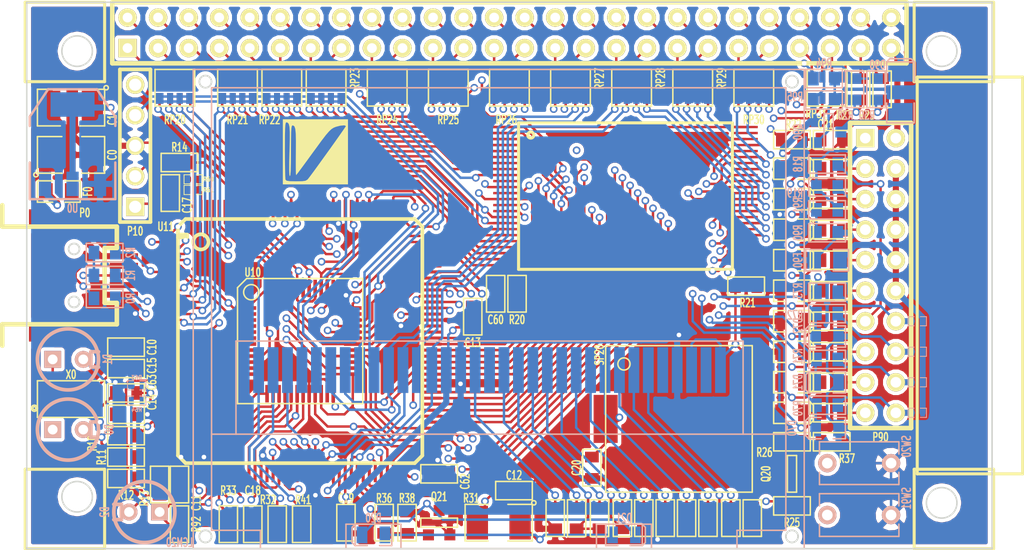
<source format=kicad_pcb>
(kicad_pcb (version 3) (host pcbnew "(2013-04-19 BZR 4011)-stable")
  (layers (15 Component signal) (2 InnerComponent signal hide) (1 InnerCopper signal hide) (0 Copper signal hide) (18 B.Paste user) (19 F.Paste user) (20 B.SilkS user) (21 F.SilkS user) (22 B.Mask user) (23 F.Mask user) (28 Edge.Cuts user))
  (net 0 "")
  (net 1 /5V)
  (net 2 /A0)
  (net 3 /A1)
  (net 4 /A10)
  (net 5 /A11)
  (net 6 /A12)
  (net 7 /A13)
  (net 8 /A14)
  (net 9 /A15)
  (net 10 /A16)
  (net 11 /A17)
  (net 12 /A18)
  (net 13 /A19)
  (net 14 /A2)
  (net 15 /A20)
  (net 16 /A21)
  (net 17 /A22)
  (net 18 /A23)
  (net 19 /A24)
  (net 20 /A25)
  (net 21 /A3)
  (net 22 /A4)
  (net 23 /A5)
  (net 24 /A6)
  (net 25 /A7)
  (net 26 /A8)
  (net 27 /A9)
  (net 28 /BACKLIGHT)
  (net 29 /BEEP)
  (net 30 /BOOT0)
  (net 31 /CAN_RX)
  (net 32 /CAN_TX)
  (net 33 /CLK)
  (net 34 /D0)
  (net 35 /D1)
  (net 36 /D10)
  (net 37 /D11)
  (net 38 /D12)
  (net 39 /D13)
  (net 40 /D14)
  (net 41 /D15)
  (net 42 /D2)
  (net 43 /D3)
  (net 44 /D4)
  (net 45 /D5)
  (net 46 /D6)
  (net 47 /D7)
  (net 48 /D8)
  (net 49 /D9)
  (net 50 /EBI_A0)
  (net 51 /EBI_A1)
  (net 52 /EBI_A10)
  (net 53 /EBI_A11)
  (net 54 /EBI_A12)
  (net 55 /EBI_A13)
  (net 56 /EBI_A14)
  (net 57 /EBI_A15)
  (net 58 /EBI_A16)
  (net 59 /EBI_A17)
  (net 60 /EBI_A18)
  (net 61 /EBI_A19)
  (net 62 /EBI_A2)
  (net 63 /EBI_A20)
  (net 64 /EBI_A21)
  (net 65 /EBI_A22)
  (net 66 /EBI_A23)
  (net 67 /EBI_A24)
  (net 68 /EBI_A25)
  (net 69 /EBI_A3)
  (net 70 /EBI_A4)
  (net 71 /EBI_A5)
  (net 72 /EBI_A6)
  (net 73 /EBI_A7)
  (net 74 /EBI_A8)
  (net 75 /EBI_A9)
  (net 76 /EBI_CLK)
  (net 77 /EBI_D0)
  (net 78 /EBI_D1)
  (net 79 /EBI_D10)
  (net 80 /EBI_D11)
  (net 81 /EBI_D12)
  (net 82 /EBI_D13)
  (net 83 /EBI_D14)
  (net 84 /EBI_D15)
  (net 85 /EBI_D2)
  (net 86 /EBI_D3)
  (net 87 /EBI_D4)
  (net 88 /EBI_D5)
  (net 89 /EBI_D6)
  (net 90 /EBI_D7)
  (net 91 /EBI_D8)
  (net 92 /EBI_D9)
  (net 93 /EBI_NCS0)
  (net 94 /EBI_NCS1)
  (net 95 /EBI_NCS2)
  (net 96 /EBI_NCS3)
  (net 97 /EBI_NLB)
  (net 98 /EBI_NOE)
  (net 99 /EBI_NUB)
  (net 100 /EBI_NWAIT)
  (net 101 /EBI_NWE)
  (net 102 /EBI_RDY0)
  (net 103 /KEY)
  (net 104 /LED_D)
  (net 105 /LED_G)
  (net 106 /LED_R)
  (net 107 /NCS0)
  (net 108 /NLB)
  (net 109 /NOE)
  (net 110 /NRST)
  (net 111 /NUB)
  (net 112 /NWAIT)
  (net 113 /NWE)
  (net 114 /OSC_IN)
  (net 115 /OSC_OUT)
  (net 116 /PWR_CTRL)
  (net 117 /P_ADC)
  (net 118 /P_GND)
  (net 119 /P_IO)
  (net 120 /P_RTCK)
  (net 121 /P_RXD)
  (net 122 /P_SDIO_D6)
  (net 123 /P_SDIO_D7)
  (net 124 /P_SRST)
  (net 125 /P_TCK)
  (net 126 /P_TDI)
  (net 127 /P_TDO)
  (net 128 /P_TMS)
  (net 129 /P_TRST)
  (net 130 /P_TXD)
  (net 131 /P_VCC)
  (net 132 /P_VREF)
  (net 133 /RDY0)
  (net 134 /SDIO_CK)
  (net 135 /SDIO_CMD)
  (net 136 /SDIO_D0)
  (net 137 /SDIO_D1)
  (net 138 /SDIO_D2)
  (net 139 /SDIO_D3)
  (net 140 /SDIO_D6)
  (net 141 /SDIO_D7)
  (net 142 /SELECT)
  (net 143 /SWCLK)
  (net 144 /SWDIO)
  (net 145 /T_ADC)
  (net 146 /T_IO)
  (net 147 /T_RTCK)
  (net 148 /T_VCC)
  (net 149 /USB_DM)
  (net 150 /USB_DP)
  (net 151 /USB_PU)
  (net 152 GND)
  (net 153 N-000058)
  (net 154 N-000059)
  (net 155 N-000060)
  (net 156 N-000061)
  (net 157 N-000062)
  (net 158 N-000063)
  (net 159 N-000067)
  (net 160 N-000069)
  (net 161 N-000070)
  (net 162 N-000072)
  (net 163 N-000073)
  (net 164 N-000080)
  (net 165 N-000081)
  (net 166 N-000082)
  (net 167 N-000083)
  (net 168 N-000084)
  (net 169 N-000085)
  (net 170 N-000092)
  (net 171 N-000136)
  (net 172 N-000139)
  (net 173 N-000146)
  (net 174 N-000160)
  (net 175 N-000161)
  (net 176 N-000162)
  (net 177 N-000163)
  (net 178 N-000164)
  (net 179 N-000165)
  (net 180 N-000196)
  (net 181 N-000197)
  (net 182 N-000205)
  (net 183 N-000210)
  (net 184 VCC)
  (module LQFP48B (layer Component) (at 210.82 132.334)
    (fp_text reference U10 (at -3.937 -5.715) (layer F.SilkS) (effects (font (size 0.7112 0.4572) (thickness 0.1143))))
    (fp_text value STM32-48PIN hide)
    (pad 39 smd rect (at 1.75006 -4.37642) (size 0.29972 1.45288) (layers Component F.Paste F.Mask) (net 134 /SDIO_CK))
    (pad 40 smd rect (at 1.24968 -4.37642) (size 0.29972 1.45288) (layers Component F.Paste F.Mask) (net 138 /SDIO_D2))
    (pad 41 smd rect (at 0.7493 -4.37642) (size 0.29972 1.45288) (layers Component F.Paste F.Mask) (net 146 /T_IO))
    (pad 42 smd rect (at 0.24892 -4.37642) (size 0.29972 1.45288) (layers Component F.Paste F.Mask) (net 138 /SDIO_D2))
    (pad 43 smd rect (at -0.24892 -4.37642) (size 0.29972 1.45288) (layers Component F.Paste F.Mask) (net 138 /SDIO_D2))
    (pad 44 smd rect (at -0.7493 -4.37642) (size 0.29972 1.45288) (layers Component F.Paste F.Mask) (net 30 /BOOT0))
    (pad 38 smd rect (at 2.25044 -4.37642) (size 0.29972 1.45288) (layers Component F.Paste F.Mask) (net 139 /SDIO_D3))
    (pad 37 smd rect (at 2.75082 -4.37642) (size 0.29972 1.45288) (layers Component F.Paste F.Mask) (net 143 /SWCLK))
    (pad 36 smd rect (at 4.37642 -2.75082) (size 1.45288 0.29972) (layers Component F.Paste F.Mask) (net 184 VCC))
    (pad 35 smd rect (at 4.37642 -2.25044) (size 1.45288 0.29972) (layers Component F.Paste F.Mask) (net 152 GND))
    (pad 34 smd rect (at 4.37642 -1.75006) (size 1.45288 0.29972) (layers Component F.Paste F.Mask) (net 144 /SWDIO))
    (pad 17 smd rect (at -0.7493 4.37642) (size 0.29972 1.45288) (layers Component F.Paste F.Mask) (net 29 /BEEP))
    (pad 16 smd rect (at -1.24968 4.37642) (size 0.29972 1.45288) (layers Component F.Paste F.Mask) (net 28 /BACKLIGHT))
    (pad 15 smd rect (at -1.75006 4.37642) (size 0.29972 1.45288) (layers Component F.Paste F.Mask) (net 142 /SELECT))
    (pad 14 smd rect (at -2.25044 4.37642) (size 0.29972 1.45288) (layers Component F.Paste F.Mask) (net 103 /KEY))
    (pad 13 smd rect (at -2.75082 4.37642) (size 0.29972 1.45288) (layers Component F.Paste F.Mask) (net 116 /PWR_CTRL))
    (pad 12 smd rect (at -4.37642 2.75082) (size 1.45288 0.29972) (layers Component F.Paste F.Mask) (net 104 /LED_D))
    (pad 18 smd rect (at -0.24892 4.37642) (size 0.29972 1.45288) (layers Component F.Paste F.Mask) (net 148 /T_VCC))
    (pad 19 smd rect (at 0.24892 4.37642) (size 0.29972 1.45288) (layers Component F.Paste F.Mask) (net 145 /T_ADC))
    (pad 20 smd rect (at 0.7493 4.37642) (size 0.29972 1.45288) (layers Component F.Paste F.Mask) (net 152 GND))
    (pad 21 smd rect (at 1.24968 4.37642) (size 0.29972 1.45288) (layers Component F.Paste F.Mask) (net 137 /SDIO_D1))
    (pad 22 smd rect (at 1.75006 4.37642) (size 0.29972 1.45288) (layers Component F.Paste F.Mask) (net 139 /SDIO_D3))
    (pad 6 smd rect (at -4.37642 -0.24892) (size 1.45288 0.29972) (layers Component F.Paste F.Mask) (net 115 /OSC_OUT))
    (pad 28 smd rect (at 4.37642 1.24968) (size 1.45288 0.29972) (layers Component F.Paste F.Mask) (net 135 /SDIO_CMD))
    (pad 7 smd rect (at -4.37642 0.24892) (size 1.45288 0.29972) (layers Component F.Paste F.Mask) (net 110 /NRST))
    (pad 27 smd rect (at 4.37642 1.75006) (size 1.45288 0.29972) (layers Component F.Paste F.Mask) (net 136 /SDIO_D0))
    (pad 26 smd rect (at 4.37642 2.25044) (size 1.45288 0.29972) (layers Component F.Paste F.Mask) (net 134 /SDIO_CK))
    (pad 8 smd rect (at -4.37642 0.7493) (size 1.45288 0.29972) (layers Component F.Paste F.Mask) (net 152 GND))
    (pad 9 smd rect (at -4.37642 1.24968) (size 1.45288 0.29972) (layers Component F.Paste F.Mask) (net 184 VCC))
    (pad 25 smd rect (at 4.37642 2.75082) (size 1.45288 0.29972) (layers Component F.Paste F.Mask) (net 139 /SDIO_D3))
    (pad 24 smd rect (at 2.75082 4.37642) (size 0.29972 1.45288) (layers Component F.Paste F.Mask) (net 184 VCC))
    (pad 10 smd rect (at -4.37642 1.75006) (size 1.45288 0.29972) (layers Component F.Paste F.Mask) (net 105 /LED_G))
    (pad 11 smd rect (at -4.37642 2.25044) (size 1.45288 0.29972) (layers Component F.Paste F.Mask) (net 106 /LED_R))
    (pad 23 smd rect (at 2.25044 4.37642) (size 0.29972 1.45288) (layers Component F.Paste F.Mask) (net 152 GND))
    (pad 29 smd rect (at 4.37642 0.7493) (size 1.45288 0.29972) (layers Component F.Paste F.Mask) (net 147 /T_RTCK))
    (pad 5 smd rect (at -4.37642 -0.7493) (size 1.45288 0.29972) (layers Component F.Paste F.Mask) (net 114 /OSC_IN))
    (pad 4 smd rect (at -4.37642 -1.24968) (size 1.45288 0.29972) (layers Component F.Paste F.Mask))
    (pad 30 smd rect (at 4.37642 0.24892) (size 1.45288 0.29972) (layers Component F.Paste F.Mask) (net 32 /CAN_TX))
    (pad 31 smd rect (at 4.37642 -0.24892) (size 1.45288 0.29972) (layers Component F.Paste F.Mask) (net 31 /CAN_RX))
    (pad 3 smd rect (at -4.37642 -1.75006) (size 1.45288 0.29972) (layers Component F.Paste F.Mask))
    (pad 2 smd rect (at -4.37642 -2.25044) (size 1.45288 0.29972) (layers Component F.Paste F.Mask) (net 151 /USB_PU))
    (pad 32 smd rect (at 4.37642 -0.7493) (size 1.45288 0.29972) (layers Component F.Paste F.Mask) (net 149 /USB_DM))
    (pad 33 smd rect (at 4.37642 -1.24968) (size 1.45288 0.29972) (layers Component F.Paste F.Mask) (net 150 /USB_DP))
    (pad 1 smd rect (at -4.37642 -2.75082) (size 1.45288 0.29972) (layers Component F.Paste F.Mask) (net 184 VCC))
    (pad 45 smd rect (at -1.24968 -4.37642) (size 0.29972 1.45288) (layers Component F.Paste F.Mask) (net 31 /CAN_RX))
    (pad 46 smd rect (at -1.75006 -4.37642) (size 0.29972 1.45288) (layers Component F.Paste F.Mask) (net 32 /CAN_TX))
    (pad 47 smd rect (at -2.25044 -4.37642) (size 0.29972 1.45288) (layers Component F.Paste F.Mask) (net 152 GND))
    (pad 48 smd rect (at -2.75082 -4.37642) (size 0.29972 1.45288) (layers Component F.Paste F.Mask) (net 184 VCC))
  )
  (module TQFP144 (layer Component) (at 210.82 132.334 90)
    (fp_text reference U11 (at 9.525 -11.176 180) (layer F.SilkS) (effects (font (size 0.7112 0.4572) (thickness 0.1143))))
    (fp_text value STM32-144PIN hide)
    (pad 1 smd rect (at 8.7503 -10.9855 90) (size 0.254 1.524) (layers Component F.Paste F.Mask) (net 66 /EBI_A23))
    (pad 2 smd rect (at 8.2423 -10.9855 90) (size 0.254 1.524) (layers Component F.Paste F.Mask) (net 61 /EBI_A19))
    (pad 3 smd rect (at 7.747 -10.9855 90) (size 0.254 1.524) (layers Component F.Paste F.Mask) (net 63 /EBI_A20))
    (pad 4 smd rect (at 7.2517 -10.9855 90) (size 0.254 1.524) (layers Component F.Paste F.Mask) (net 64 /EBI_A21))
    (pad 5 smd rect (at 6.7437 -10.9855 90) (size 0.254 1.524) (layers Component F.Paste F.Mask) (net 65 /EBI_A22))
    (pad 6 smd rect (at 6.2484 -10.9855 90) (size 0.254 1.524) (layers Component F.Paste F.Mask) (net 184 VCC))
    (pad 7 smd rect (at 5.7531 -10.9855 90) (size 0.254 1.524) (layers Component F.Paste F.Mask) (net 151 /USB_PU))
    (pad 8 smd rect (at 5.2451 -10.9855 90) (size 0.254 1.524) (layers Component F.Paste F.Mask))
    (pad 9 smd rect (at 4.7498 -10.9855 90) (size 0.254 1.524) (layers Component F.Paste F.Mask))
    (pad 10 smd rect (at 4.2545 -10.9855 90) (size 0.254 1.524) (layers Component F.Paste F.Mask) (net 50 /EBI_A0))
    (pad 11 smd rect (at 3.7465 -10.9855 90) (size 0.254 1.524) (layers Component F.Paste F.Mask) (net 51 /EBI_A1))
    (pad 12 smd rect (at 3.2512 -10.9855 90) (size 0.254 1.524) (layers Component F.Paste F.Mask) (net 62 /EBI_A2))
    (pad 13 smd rect (at 2.7559 -10.9855 90) (size 0.254 1.524) (layers Component F.Paste F.Mask) (net 69 /EBI_A3))
    (pad 14 smd rect (at 2.2479 -10.9855 90) (size 0.254 1.524) (layers Component F.Paste F.Mask) (net 70 /EBI_A4))
    (pad 15 smd rect (at 1.7526 -10.9855 90) (size 0.254 1.524) (layers Component F.Paste F.Mask) (net 71 /EBI_A5))
    (pad 16 smd rect (at 1.2573 -10.9855 90) (size 0.254 1.524) (layers Component F.Paste F.Mask) (net 152 GND))
    (pad 17 smd rect (at 0.7493 -10.9855 90) (size 0.254 1.524) (layers Component F.Paste F.Mask) (net 184 VCC))
    (pad 18 smd rect (at 0.254 -10.9855 90) (size 0.254 1.524) (layers Component F.Paste F.Mask))
    (pad 19 smd rect (at -0.254 -10.9855 90) (size 0.254 1.524) (layers Component F.Paste F.Mask))
    (pad 20 smd rect (at -0.7493 -10.9855 90) (size 0.254 1.524) (layers Component F.Paste F.Mask))
    (pad 21 smd rect (at -1.2573 -10.9855 90) (size 0.254 1.524) (layers Component F.Paste F.Mask))
    (pad 22 smd rect (at -1.7526 -10.9855 90) (size 0.254 1.524) (layers Component F.Paste F.Mask))
    (pad 23 smd rect (at -2.2479 -10.9855 90) (size 0.254 1.524) (layers Component F.Paste F.Mask) (net 114 /OSC_IN))
    (pad 24 smd rect (at -2.7559 -10.9855 90) (size 0.254 1.524) (layers Component F.Paste F.Mask) (net 115 /OSC_OUT))
    (pad 25 smd rect (at -3.2512 -10.9855 90) (size 0.254 1.524) (layers Component F.Paste F.Mask) (net 110 /NRST))
    (pad 26 smd rect (at -3.7465 -10.9855 90) (size 0.254 1.524) (layers Component F.Paste F.Mask))
    (pad 27 smd rect (at -4.2545 -10.9855 90) (size 0.254 1.524) (layers Component F.Paste F.Mask))
    (pad 28 smd rect (at -4.7498 -10.9855 90) (size 0.254 1.524) (layers Component F.Paste F.Mask))
    (pad 29 smd rect (at -5.2451 -10.9855 90) (size 0.254 1.524) (layers Component F.Paste F.Mask))
    (pad 30 smd rect (at -5.7531 -10.9855 90) (size 0.254 1.524) (layers Component F.Paste F.Mask) (net 167 N-000083))
    (pad 31 smd rect (at -6.2484 -10.9855 90) (size 0.254 1.524) (layers Component F.Paste F.Mask) (net 152 GND))
    (pad 32 smd rect (at -6.7437 -10.9855 90) (size 0.254 1.524) (layers Component F.Paste F.Mask) (net 184 VCC))
    (pad 33 smd rect (at -7.2517 -10.9855 90) (size 0.254 1.524) (layers Component F.Paste F.Mask) (net 184 VCC))
    (pad 34 smd rect (at -7.747 -10.9855 90) (size 0.254 1.524) (layers Component F.Paste F.Mask) (net 105 /LED_G))
    (pad 35 smd rect (at -8.2423 -10.9855 90) (size 0.254 1.524) (layers Component F.Paste F.Mask) (net 106 /LED_R))
    (pad 36 smd rect (at -8.7503 -10.9855 90) (size 0.254 1.524) (layers Component F.Paste F.Mask) (net 104 /LED_D))
    (pad 66 smd rect (at -10.9855 5.7531 90) (size 1.524 0.254) (layers Component F.Paste F.Mask) (net 79 /EBI_D10))
    (pad 67 smd rect (at -10.9855 6.2484 90) (size 1.524 0.254) (layers Component F.Paste F.Mask) (net 80 /EBI_D11))
    (pad 68 smd rect (at -10.9855 6.7437 90) (size 1.524 0.254) (layers Component F.Paste F.Mask) (net 81 /EBI_D12))
    (pad 69 smd rect (at -10.9855 7.2517 90) (size 1.524 0.254) (layers Component F.Paste F.Mask) (net 137 /SDIO_D1))
    (pad 70 smd rect (at -10.9855 7.747 90) (size 1.524 0.254) (layers Component F.Paste F.Mask) (net 139 /SDIO_D3))
    (pad 71 smd rect (at -10.9855 8.2423 90) (size 1.524 0.254) (layers Component F.Paste F.Mask) (net 165 N-000081))
    (pad 72 smd rect (at -10.9855 8.7503 90) (size 1.524 0.254) (layers Component F.Paste F.Mask) (net 184 VCC))
    (pad 114 smd rect (at 10.9855 6.2484 90) (size 1.524 0.254) (layers Component F.Paste F.Mask) (net 85 /EBI_D2))
    (pad 115 smd rect (at 10.9855 5.7531 90) (size 1.524 0.254) (layers Component F.Paste F.Mask) (net 86 /EBI_D3))
    (pad 116 smd rect (at 10.9855 5.2451 90) (size 1.524 0.254) (layers Component F.Paste F.Mask) (net 135 /SDIO_CMD))
    (pad 117 smd rect (at 10.9855 4.7498 90) (size 1.524 0.254) (layers Component F.Paste F.Mask) (net 76 /EBI_CLK))
    (pad 118 smd rect (at 10.9855 4.2545 90) (size 1.524 0.254) (layers Component F.Paste F.Mask) (net 98 /EBI_NOE))
    (pad 119 smd rect (at 10.9855 3.7465 90) (size 1.524 0.254) (layers Component F.Paste F.Mask) (net 101 /EBI_NWE))
    (pad 120 smd rect (at 10.9855 3.2512 90) (size 1.524 0.254) (layers Component F.Paste F.Mask) (net 152 GND))
    (pad 121 smd rect (at 10.9855 2.7559 90) (size 1.524 0.254) (layers Component F.Paste F.Mask) (net 184 VCC))
    (pad 122 smd rect (at 10.9855 2.2479 90) (size 1.524 0.254) (layers Component F.Paste F.Mask) (net 100 /EBI_NWAIT))
    (pad 123 smd rect (at 10.9855 1.7526 90) (size 1.524 0.254) (layers Component F.Paste F.Mask) (net 93 /EBI_NCS0))
    (pad 124 smd rect (at 10.9855 1.2573 90) (size 1.524 0.254) (layers Component F.Paste F.Mask) (net 94 /EBI_NCS1))
    (pad 125 smd rect (at 10.9855 0.7493 90) (size 1.524 0.254) (layers Component F.Paste F.Mask) (net 95 /EBI_NCS2))
    (pad 126 smd rect (at 10.9855 0.254 90) (size 1.524 0.254) (layers Component F.Paste F.Mask))
    (pad 127 smd rect (at 10.9855 -0.254 90) (size 1.524 0.254) (layers Component F.Paste F.Mask) (net 96 /EBI_NCS3))
    (pad 128 smd rect (at 10.9855 -0.7493 90) (size 1.524 0.254) (layers Component F.Paste F.Mask) (net 67 /EBI_A24))
    (pad 129 smd rect (at 10.9855 -1.2573 90) (size 1.524 0.254) (layers Component F.Paste F.Mask) (net 68 /EBI_A25))
    (pad 130 smd rect (at 10.9855 -1.7526 90) (size 1.524 0.254) (layers Component F.Paste F.Mask) (net 152 GND))
    (pad 131 smd rect (at 10.9855 -2.2479 90) (size 1.524 0.254) (layers Component F.Paste F.Mask) (net 184 VCC))
    (pad 132 smd rect (at 10.9855 -2.7559 90) (size 1.524 0.254) (layers Component F.Paste F.Mask))
    (pad 133 smd rect (at 10.9855 -3.2512 90) (size 1.524 0.254) (layers Component F.Paste F.Mask) (net 134 /SDIO_CK))
    (pad 134 smd rect (at 10.9855 -3.7465 90) (size 1.524 0.254) (layers Component F.Paste F.Mask) (net 138 /SDIO_D2))
    (pad 135 smd rect (at 10.9855 -4.2545 90) (size 1.524 0.254) (layers Component F.Paste F.Mask) (net 146 /T_IO))
    (pad 136 smd rect (at 10.9855 -4.7498 90) (size 1.524 0.254) (layers Component F.Paste F.Mask) (net 138 /SDIO_D2))
    (pad 137 smd rect (at 10.9855 -5.2451 90) (size 1.524 0.254) (layers Component F.Paste F.Mask) (net 138 /SDIO_D2))
    (pad 138 smd rect (at 10.9855 -5.7531 90) (size 1.524 0.254) (layers Component F.Paste F.Mask) (net 30 /BOOT0))
    (pad 139 smd rect (at 10.9855 -6.2484 90) (size 1.524 0.254) (layers Component F.Paste F.Mask) (net 31 /CAN_RX))
    (pad 140 smd rect (at 10.9855 -6.7437 90) (size 1.524 0.254) (layers Component F.Paste F.Mask) (net 32 /CAN_TX))
    (pad 141 smd rect (at 10.9855 -7.2517 90) (size 1.524 0.254) (layers Component F.Paste F.Mask) (net 97 /EBI_NLB))
    (pad 142 smd rect (at 10.9855 -7.747 90) (size 1.524 0.254) (layers Component F.Paste F.Mask) (net 99 /EBI_NUB))
    (pad 143 smd rect (at 10.9855 -8.2423 90) (size 1.524 0.254) (layers Component F.Paste F.Mask) (net 164 N-000080))
    (pad 144 smd rect (at 10.9855 -8.7503 90) (size 1.524 0.254) (layers Component F.Paste F.Mask) (net 184 VCC))
    (pad 37 smd rect (at -10.9855 -8.7503 90) (size 1.524 0.254) (layers Component F.Paste F.Mask) (net 116 /PWR_CTRL))
    (pad 38 smd rect (at -10.9855 -8.2423 90) (size 1.524 0.254) (layers Component F.Paste F.Mask) (net 152 GND))
    (pad 39 smd rect (at -10.9855 -7.747 90) (size 1.524 0.254) (layers Component F.Paste F.Mask) (net 184 VCC))
    (pad 40 smd rect (at -10.9855 -7.2517 90) (size 1.524 0.254) (layers Component F.Paste F.Mask) (net 103 /KEY))
    (pad 41 smd rect (at -10.9855 -6.7437 90) (size 1.524 0.254) (layers Component F.Paste F.Mask) (net 142 /SELECT))
    (pad 42 smd rect (at -10.9855 -6.2484 90) (size 1.524 0.254) (layers Component F.Paste F.Mask) (net 28 /BACKLIGHT))
    (pad 43 smd rect (at -10.9855 -5.7531 90) (size 1.524 0.254) (layers Component F.Paste F.Mask) (net 29 /BEEP))
    (pad 44 smd rect (at -10.9855 -5.2451 90) (size 1.524 0.254) (layers Component F.Paste F.Mask))
    (pad 45 smd rect (at -10.9855 -4.7498 90) (size 1.524 0.254) (layers Component F.Paste F.Mask))
    (pad 46 smd rect (at -10.9855 -4.2545 90) (size 1.524 0.254) (layers Component F.Paste F.Mask) (net 148 /T_VCC))
    (pad 47 smd rect (at -10.9855 -3.7465 90) (size 1.524 0.254) (layers Component F.Paste F.Mask) (net 145 /T_ADC))
    (pad 48 smd rect (at -10.9855 -3.2512 90) (size 1.524 0.254) (layers Component F.Paste F.Mask) (net 152 GND))
    (pad 49 smd rect (at -10.9855 -2.7559 90) (size 1.524 0.254) (layers Component F.Paste F.Mask))
    (pad 50 smd rect (at -10.9855 -2.2479 90) (size 1.524 0.254) (layers Component F.Paste F.Mask) (net 72 /EBI_A6))
    (pad 51 smd rect (at -10.9855 -1.7526 90) (size 1.524 0.254) (layers Component F.Paste F.Mask) (net 152 GND))
    (pad 52 smd rect (at -10.9855 -1.2573 90) (size 1.524 0.254) (layers Component F.Paste F.Mask) (net 184 VCC))
    (pad 53 smd rect (at -10.9855 -0.7493 90) (size 1.524 0.254) (layers Component F.Paste F.Mask) (net 73 /EBI_A7))
    (pad 54 smd rect (at -10.9855 -0.254 90) (size 1.524 0.254) (layers Component F.Paste F.Mask) (net 74 /EBI_A8))
    (pad 55 smd rect (at -10.9855 0.254 90) (size 1.524 0.254) (layers Component F.Paste F.Mask) (net 75 /EBI_A9))
    (pad 56 smd rect (at -10.9855 0.7493 90) (size 1.524 0.254) (layers Component F.Paste F.Mask) (net 52 /EBI_A10))
    (pad 57 smd rect (at -10.9855 1.2573 90) (size 1.524 0.254) (layers Component F.Paste F.Mask) (net 53 /EBI_A11))
    (pad 58 smd rect (at -10.9855 1.7526 90) (size 1.524 0.254) (layers Component F.Paste F.Mask) (net 87 /EBI_D4))
    (pad 59 smd rect (at -10.9855 2.2479 90) (size 1.524 0.254) (layers Component F.Paste F.Mask) (net 88 /EBI_D5))
    (pad 60 smd rect (at -10.9855 2.7559 90) (size 1.524 0.254) (layers Component F.Paste F.Mask) (net 89 /EBI_D6))
    (pad 61 smd rect (at -10.9855 3.2512 90) (size 1.524 0.254) (layers Component F.Paste F.Mask) (net 152 GND))
    (pad 62 smd rect (at -10.9855 3.7465 90) (size 1.524 0.254) (layers Component F.Paste F.Mask) (net 184 VCC))
    (pad 63 smd rect (at -10.9855 4.2545 90) (size 1.524 0.254) (layers Component F.Paste F.Mask) (net 90 /EBI_D7))
    (pad 64 smd rect (at -10.9855 4.7498 90) (size 1.524 0.254) (layers Component F.Paste F.Mask) (net 91 /EBI_D8))
    (pad 65 smd rect (at -10.9855 5.2451 90) (size 1.524 0.254) (layers Component F.Paste F.Mask) (net 92 /EBI_D9))
    (pad 78 smd rect (at -6.2484 10.9855 90) (size 0.254 1.524) (layers Component F.Paste F.Mask) (net 83 /EBI_D14))
    (pad 79 smd rect (at -5.7531 10.9855 90) (size 0.254 1.524) (layers Component F.Paste F.Mask) (net 84 /EBI_D15))
    (pad 80 smd rect (at -5.2451 10.9855 90) (size 0.254 1.524) (layers Component F.Paste F.Mask) (net 58 /EBI_A16))
    (pad 81 smd rect (at -4.7498 10.9855 90) (size 0.254 1.524) (layers Component F.Paste F.Mask) (net 59 /EBI_A17))
    (pad 82 smd rect (at -4.2545 10.9855 90) (size 0.254 1.524) (layers Component F.Paste F.Mask) (net 60 /EBI_A18))
    (pad 83 smd rect (at -3.7465 10.9855 90) (size 0.254 1.524) (layers Component F.Paste F.Mask) (net 152 GND))
    (pad 84 smd rect (at -3.2512 10.9855 90) (size 0.254 1.524) (layers Component F.Paste F.Mask) (net 184 VCC))
    (pad 85 smd rect (at -2.7559 10.9855 90) (size 0.254 1.524) (layers Component F.Paste F.Mask) (net 77 /EBI_D0))
    (pad 86 smd rect (at -2.2479 10.9855 90) (size 0.254 1.524) (layers Component F.Paste F.Mask) (net 78 /EBI_D1))
    (pad 87 smd rect (at -1.7526 10.9855 90) (size 0.254 1.524) (layers Component F.Paste F.Mask) (net 54 /EBI_A12))
    (pad 88 smd rect (at -1.2573 10.9855 90) (size 0.254 1.524) (layers Component F.Paste F.Mask) (net 55 /EBI_A13))
    (pad 89 smd rect (at -0.7493 10.9855 90) (size 0.254 1.524) (layers Component F.Paste F.Mask) (net 56 /EBI_A14))
    (pad 90 smd rect (at -0.254 10.9855 90) (size 0.254 1.524) (layers Component F.Paste F.Mask) (net 57 /EBI_A15))
    (pad 91 smd rect (at 0.254 10.9855 90) (size 0.254 1.524) (layers Component F.Paste F.Mask) (net 102 /EBI_RDY0))
    (pad 92 smd rect (at 0.7493 10.9855 90) (size 0.254 1.524) (layers Component F.Paste F.Mask))
    (pad 93 smd rect (at 1.2573 10.9855 90) (size 0.254 1.524) (layers Component F.Paste F.Mask))
    (pad 94 smd rect (at 1.7526 10.9855 90) (size 0.254 1.524) (layers Component F.Paste F.Mask) (net 152 GND))
    (pad 95 smd rect (at 2.2479 10.9855 90) (size 0.254 1.524) (layers Component F.Paste F.Mask) (net 184 VCC))
    (pad 96 smd rect (at 2.7559 10.9855 90) (size 0.254 1.524) (layers Component F.Paste F.Mask) (net 140 /SDIO_D6))
    (pad 97 smd rect (at 3.2512 10.9855 90) (size 0.254 1.524) (layers Component F.Paste F.Mask) (net 141 /SDIO_D7))
    (pad 98 smd rect (at 3.7465 10.9855 90) (size 0.254 1.524) (layers Component F.Paste F.Mask) (net 136 /SDIO_D0))
    (pad 99 smd rect (at 4.2545 10.9855 90) (size 0.254 1.524) (layers Component F.Paste F.Mask) (net 137 /SDIO_D1))
    (pad 100 smd rect (at 4.7498 10.9855 90) (size 0.254 1.524) (layers Component F.Paste F.Mask) (net 147 /T_RTCK))
    (pad 101 smd rect (at 5.2451 10.9855 90) (size 0.254 1.524) (layers Component F.Paste F.Mask) (net 32 /CAN_TX))
    (pad 102 smd rect (at 5.7531 10.9855 90) (size 0.254 1.524) (layers Component F.Paste F.Mask) (net 31 /CAN_RX))
    (pad 103 smd rect (at 6.2484 10.9855 90) (size 0.254 1.524) (layers Component F.Paste F.Mask) (net 149 /USB_DM))
    (pad 104 smd rect (at 6.7437 10.9855 90) (size 0.254 1.524) (layers Component F.Paste F.Mask) (net 150 /USB_DP))
    (pad 105 smd rect (at 7.2517 10.9855 90) (size 0.254 1.524) (layers Component F.Paste F.Mask) (net 144 /SWDIO))
    (pad 106 smd rect (at 7.747 10.9855 90) (size 0.254 1.524) (layers Component F.Paste F.Mask) (net 166 N-000082))
    (pad 107 smd rect (at 8.2423 10.9855 90) (size 0.254 1.524) (layers Component F.Paste F.Mask) (net 152 GND))
    (pad 108 smd rect (at 8.7503 10.9855 90) (size 0.254 1.524) (layers Component F.Paste F.Mask) (net 184 VCC))
    (pad 73 smd rect (at -8.7503 10.9855 90) (size 0.254 1.524) (layers Component F.Paste F.Mask) (net 139 /SDIO_D3))
    (pad 74 smd rect (at -8.2423 10.9855 90) (size 0.254 1.524) (layers Component F.Paste F.Mask) (net 134 /SDIO_CK))
    (pad 75 smd rect (at -7.747 10.9855 90) (size 0.254 1.524) (layers Component F.Paste F.Mask) (net 136 /SDIO_D0))
    (pad 76 smd rect (at -7.2517 10.9855 90) (size 0.254 1.524) (layers Component F.Paste F.Mask) (net 135 /SDIO_CMD))
    (pad 77 smd rect (at -6.7437 10.9855 90) (size 0.254 1.524) (layers Component F.Paste F.Mask) (net 82 /EBI_D13))
    (pad 109 smd rect (at 10.9855 8.7503 90) (size 1.524 0.254) (layers Component F.Paste F.Mask) (net 143 /SWCLK))
    (pad 110 smd rect (at 10.9855 8.2423 90) (size 1.524 0.254) (layers Component F.Paste F.Mask) (net 139 /SDIO_D3))
    (pad 111 smd rect (at 10.9855 7.747 90) (size 1.524 0.254) (layers Component F.Paste F.Mask) (net 138 /SDIO_D2))
    (pad 112 smd rect (at 10.9855 7.2517 90) (size 1.524 0.254) (layers Component F.Paste F.Mask) (net 139 /SDIO_D3))
    (pad 113 smd rect (at 10.9855 6.7437 90) (size 1.524 0.254) (layers Component F.Paste F.Mask) (net 134 /SDIO_CK))
  )
  (module SOT23GDS (layer Copper) (at 254.762 114.935 270)
    (fp_text reference Q90 (at 0 2.54 270) (layer B.SilkS) (effects (font (size 0.7112 0.4572) (thickness 0.1143)) (justify mirror)))
    (fp_text value Si2333DS hide)
    (pad S smd rect (at -0.889 1.016 270) (size 0.9144 0.9144) (layers Copper B.Paste B.Mask) (net 184 VCC))
    (pad G smd rect (at 0.889 1.016 270) (size 0.9144 0.9144) (layers Copper B.Paste B.Mask) (net 168 N-000084))
    (pad D smd rect (at 0 -1.016 270) (size 0.9144 0.9144) (layers Copper B.Paste B.Mask) (net 170 N-000092))
  )
  (module SM1210L (layer Component) (at 191.77 116.84)
    (fp_text reference C0 (at 3.429 0 90) (layer F.SilkS) (effects (font (size 0.7112 0.4572) (thickness 0.1143))))
    (fp_text value 100uF hide)
    (pad 1 smd rect (at -1.778 0) (size 1.778 2.794) (layers Component F.Paste F.Mask) (net 1 /5V))
    (pad 2 smd rect (at 1.778 0) (size 1.778 2.794) (layers Component F.Paste F.Mask) (net 152 GND))
  )
  (module SM1210L (layer Component) (at 191.77 112.903 180)
    (fp_text reference C1 (at -3.429 -1.016 270) (layer F.SilkS) (effects (font (size 0.7112 0.4572) (thickness 0.1143))))
    (fp_text value 100uF hide)
    (pad 1 smd rect (at -1.778 0 180) (size 1.778 2.794) (layers Component F.Paste F.Mask) (net 184 VCC))
    (pad 2 smd rect (at 1.778 0 180) (size 1.778 2.794) (layers Component F.Paste F.Mask) (net 152 GND))
  )
  (module SM0805L (layer Component) (at 190.754 119.888 180)
    (fp_text reference F0 (at -2.413 0 270) (layer F.SilkS) (effects (font (size 0.7112 0.4572) (thickness 0.1143))))
    (fp_text value 200mA_FUSE hide)
    (pad 1 smd rect (at -1.0795 0 180) (size 1.143 1.397) (layers Component F.Paste F.Mask) (net 162 N-000072))
    (pad 2 smd rect (at 1.0795 0 180) (size 1.143 1.397) (layers Component F.Paste F.Mask) (net 1 /5V))
  )
  (module SM0805L (layer Copper) (at 254.635 125.603)
    (fp_text reference F90 (at -2.413 0 90) (layer B.SilkS) (effects (font (size 0.7112 0.4572) (thickness 0.1143)) (justify mirror)))
    (fp_text value 50mA_FUSE hide)
    (pad 1 smd rect (at -1.0795 0) (size 1.143 1.397) (layers Copper B.Paste B.Mask) (net 152 GND))
    (pad 2 smd rect (at 1.0795 0) (size 1.143 1.397) (layers Copper B.Paste B.Mask) (net 118 /P_GND))
  )
  (module SM0603L (layer Component) (at 255.016 120.523 180)
    (fp_text reference R83 hide)
    (fp_text value 240 hide)
    (pad 1 smd rect (at -0.889 0 180) (size 0.889 1.143) (layers Component F.Paste F.Mask) (net 126 /P_TDI))
    (pad 2 smd rect (at 0.889 0 180) (size 0.889 1.143) (layers Component F.Paste F.Mask) (net 135 /SDIO_CMD))
  )
  (module SM0603L (layer Component) (at 225.171 130.302 90)
    (fp_text reference C13 (at -2.159 0 180) (layer F.SilkS) (effects (font (size 0.7112 0.4572) (thickness 0.1143))))
    (fp_text value 100nF hide)
    (pad 1 smd rect (at -0.889 0 90) (size 0.889 1.143) (layers Component F.Paste F.Mask) (net 184 VCC))
    (pad 2 smd rect (at 0.889 0 90) (size 0.889 1.143) (layers Component F.Paste F.Mask) (net 152 GND))
  )
  (module SM0603L (layer Component) (at 196.342 140.208)
    (fp_text reference R10 (at -2.794 0.635 90) (layer F.SilkS) (effects (font (size 0.7112 0.4572) (thickness 0.1143))))
    (fp_text value 100K hide)
    (pad 1 smd rect (at -0.889 0) (size 0.889 1.143) (layers Component F.Paste F.Mask) (net 110 /NRST))
    (pad 2 smd rect (at 0.889 0) (size 0.889 1.143) (layers Component F.Paste F.Mask) (net 184 VCC))
  )
  (module SM0603L (layer Component) (at 196.342 141.986 180)
    (fp_text reference R11 (at 2.032 0 270) (layer F.SilkS) (effects (font (size 0.7112 0.4572) (thickness 0.1143))))
    (fp_text value 470 hide)
    (pad 1 smd rect (at -0.889 0 180) (size 0.889 1.143) (layers Component F.Paste F.Mask) (net 105 /LED_G))
    (pad 2 smd rect (at 0.889 0 180) (size 0.889 1.143) (layers Component F.Paste F.Mask) (net 171 N-000136))
  )
  (module SM0603L (layer Component) (at 196.342 143.764 180)
    (fp_text reference R12 (at 0 -1.397 180) (layer F.SilkS) (effects (font (size 0.7112 0.4572) (thickness 0.1143))))
    (fp_text value 3.3K hide)
    (pad 1 smd rect (at -0.889 0 180) (size 0.889 1.143) (layers Component F.Paste F.Mask) (net 106 /LED_R))
    (pad 2 smd rect (at 0.889 0 180) (size 0.889 1.143) (layers Component F.Paste F.Mask) (net 172 N-000139))
  )
  (module SM0603L (layer Component) (at 199.136 144.272 270)
    (fp_text reference R13 (at 1.143 1.27 270) (layer F.SilkS) (effects (font (size 0.7112 0.4572) (thickness 0.1143))))
    (fp_text value 3.3K hide)
    (pad 1 smd rect (at -0.889 0 270) (size 0.889 1.143) (layers Component F.Paste F.Mask) (net 104 /LED_D))
    (pad 2 smd rect (at 0.889 0 270) (size 0.889 1.143) (layers Component F.Paste F.Mask) (net 169 N-000085))
  )
  (module SM0603L (layer Component) (at 200.787 117.475)
    (fp_text reference R14 (at 0 -1.27) (layer F.SilkS) (effects (font (size 0.7112 0.4572) (thickness 0.1143))))
    (fp_text value 10K hide)
    (pad 1 smd rect (at -0.889 0) (size 0.889 1.143) (layers Component F.Paste F.Mask) (net 152 GND))
    (pad 2 smd rect (at 0.889 0) (size 0.889 1.143) (layers Component F.Paste F.Mask) (net 30 /BOOT0))
  )
  (module SM0603L (layer Copper) (at 254.635 117.602)
    (fp_text reference R18 (at -2.413 0 90) (layer B.SilkS) (effects (font (size 0.7112 0.4572) (thickness 0.1143)) (justify mirror)))
    (fp_text value 1K hide)
    (pad 1 smd rect (at -0.889 0) (size 0.889 1.143) (layers Copper B.Paste B.Mask) (net 132 /P_VREF))
    (pad 2 smd rect (at 0.889 0) (size 0.889 1.143) (layers Copper B.Paste B.Mask) (net 127 /P_TDO))
  )
  (module SM0603L (layer Copper) (at 254.635 119.507 180)
    (fp_text reference R19 (at 2.667 -0.508 180) (layer B.SilkS) (effects (font (size 0.7112 0.4572) (thickness 0.1143)) (justify mirror)))
    (fp_text value 1K hide)
    (pad 1 smd rect (at -0.889 0 180) (size 0.889 1.143) (layers Copper B.Paste B.Mask) (net 128 /P_TMS))
    (pad 2 smd rect (at 0.889 0 180) (size 0.889 1.143) (layers Copper B.Paste B.Mask) (net 132 /P_VREF))
  )
  (module SM0603L (layer Component) (at 228.854 128.397 270)
    (fp_text reference R20 (at 2.159 0 360) (layer F.SilkS) (effects (font (size 0.7112 0.4572) (thickness 0.1143))))
    (fp_text value 10K hide)
    (pad 1 smd rect (at -0.889 0 270) (size 0.889 1.143) (layers Component F.Paste F.Mask) (net 95 /EBI_NCS2))
    (pad 2 smd rect (at 0.889 0 270) (size 0.889 1.143) (layers Component F.Paste F.Mask) (net 184 VCC))
  )
  (module SM0603L (layer Component) (at 255.016 138.303 180)
    (fp_text reference R80 hide)
    (fp_text value 240 hide)
    (pad 1 smd rect (at -0.889 0 180) (size 0.889 1.143) (layers Component F.Paste F.Mask) (net 121 /P_RXD))
    (pad 2 smd rect (at 0.889 0 180) (size 0.889 1.143) (layers Component F.Paste F.Mask) (net 31 /CAN_RX))
  )
  (module SM0603L (layer Component) (at 196.342 138.43)
    (fp_text reference C14 (at 2.159 -1.016 90) (layer F.SilkS) (effects (font (size 0.7112 0.4572) (thickness 0.1143))))
    (fp_text value 1uF hide)
    (pad 1 smd rect (at -0.889 0) (size 0.889 1.143) (layers Component F.Paste F.Mask) (net 110 /NRST))
    (pad 2 smd rect (at 0.889 0) (size 0.889 1.143) (layers Component F.Paste F.Mask) (net 152 GND))
  )
  (module SM0603L (layer Component) (at 255.016 117.983 180)
    (fp_text reference R82 hide)
    (fp_text value 240 hide)
    (pad 1 smd rect (at -0.889 0 180) (size 0.889 1.143) (layers Component F.Paste F.Mask) (net 129 /P_TRST))
    (pad 2 smd rect (at 0.889 0 180) (size 0.889 1.143) (layers Component F.Paste F.Mask) (net 137 /SDIO_D1))
  )
  (module SM0603L (layer Component) (at 255.016 135.763 180)
    (fp_text reference R81 hide)
    (fp_text value 240 hide)
    (pad 1 smd rect (at -0.889 0 180) (size 0.889 1.143) (layers Component F.Paste F.Mask) (net 130 /P_TXD))
    (pad 2 smd rect (at 0.889 0 180) (size 0.889 1.143) (layers Component F.Paste F.Mask) (net 32 /CAN_TX))
  )
  (module SM0603L (layer Component) (at 255.016 123.063 180)
    (fp_text reference R84 hide)
    (fp_text value 68 hide)
    (pad 1 smd rect (at -0.889 0 180) (size 0.889 1.143) (layers Component F.Paste F.Mask) (net 128 /P_TMS))
    (pad 2 smd rect (at 0.889 0 180) (size 0.889 1.143) (layers Component F.Paste F.Mask) (net 138 /SDIO_D2))
  )
  (module SM0603L (layer Component) (at 255.016 125.603 180)
    (fp_text reference R85 hide)
    (fp_text value 240 hide)
    (pad 1 smd rect (at -0.889 0 180) (size 0.889 1.143) (layers Component F.Paste F.Mask) (net 125 /P_TCK))
    (pad 2 smd rect (at 0.889 0 180) (size 0.889 1.143) (layers Component F.Paste F.Mask) (net 134 /SDIO_CK))
  )
  (module SM0603L (layer Component) (at 255.016 130.683 180)
    (fp_text reference R86 hide)
    (fp_text value 240 hide)
    (pad 1 smd rect (at -0.889 0 180) (size 0.889 1.143) (layers Component F.Paste F.Mask) (net 127 /P_TDO))
    (pad 2 smd rect (at 0.889 0 180) (size 0.889 1.143) (layers Component F.Paste F.Mask) (net 136 /SDIO_D0))
  )
  (module SM0603L (layer Component) (at 255.016 133.223 180)
    (fp_text reference R87 hide)
    (fp_text value 240 hide)
    (pad 1 smd rect (at -0.889 0 180) (size 0.889 1.143) (layers Component F.Paste F.Mask) (net 124 /P_SRST))
    (pad 2 smd rect (at 0.889 0 180) (size 0.889 1.143) (layers Component F.Paste F.Mask) (net 139 /SDIO_D3))
  )
  (module SM0603L (layer Component) (at 255.016 128.143 180)
    (fp_text reference R88 hide)
    (fp_text value 240 hide)
    (pad 1 smd rect (at -0.889 0 180) (size 0.889 1.143) (layers Component F.Paste F.Mask) (net 120 /P_RTCK))
    (pad 2 smd rect (at 0.889 0 180) (size 0.889 1.143) (layers Component F.Paste F.Mask) (net 147 /T_RTCK))
  )
  (module SM0603L (layer Copper) (at 254.635 123.317 180)
    (fp_text reference R90 (at 2.413 0 270) (layer B.SilkS) (effects (font (size 0.7112 0.4572) (thickness 0.1143)) (justify mirror)))
    (fp_text value 1K hide)
    (pad 1 smd rect (at -0.889 0 180) (size 0.889 1.143) (layers Copper B.Paste B.Mask) (net 152 GND))
    (pad 2 smd rect (at 0.889 0 180) (size 0.889 1.143) (layers Copper B.Paste B.Mask) (net 148 /T_VCC))
  )
  (module SM0603L (layer Copper) (at 254.635 121.412 180)
    (fp_text reference R91 (at 2.413 0.381 270) (layer B.SilkS) (effects (font (size 0.7112 0.4572) (thickness 0.1143)) (justify mirror)))
    (fp_text value 1K hide)
    (pad 1 smd rect (at -0.889 0 180) (size 0.889 1.143) (layers Copper B.Paste B.Mask) (net 132 /P_VREF))
    (pad 2 smd rect (at 0.889 0 180) (size 0.889 1.143) (layers Copper B.Paste B.Mask) (net 148 /T_VCC))
  )
  (module SM0603L (layer Copper) (at 254.381 110.49)
    (fp_text reference R94 (at 0 -1.27) (layer B.SilkS) (effects (font (size 0.7112 0.4572) (thickness 0.1143)) (justify mirror)))
    (fp_text value 1K hide)
    (pad 1 smd rect (at -0.889 0) (size 0.889 1.143) (layers Copper B.Paste B.Mask) (net 116 /PWR_CTRL))
    (pad 2 smd rect (at 0.889 0) (size 0.889 1.143) (layers Copper B.Paste B.Mask) (net 168 N-000084))
  )
  (module SM0603L (layer Copper) (at 254.381 112.268 180)
    (fp_text reference R95 (at 2.413 0.254 180) (layer B.SilkS) (effects (font (size 0.7112 0.4572) (thickness 0.1143)) (justify mirror)))
    (fp_text value 100K hide)
    (pad 1 smd rect (at -0.889 0 180) (size 0.889 1.143) (layers Copper B.Paste B.Mask) (net 168 N-000084))
    (pad 2 smd rect (at 0.889 0 180) (size 0.889 1.143) (layers Copper B.Paste B.Mask) (net 184 VCC))
  )
  (module SM0603L (layer Component) (at 228.6 144.78)
    (fp_text reference C12 (at 0 -1.27) (layer F.SilkS) (effects (font (size 0.7112 0.4572) (thickness 0.1143))))
    (fp_text value 100nF hide)
    (pad 1 smd rect (at -0.889 0) (size 0.889 1.143) (layers Component F.Paste F.Mask) (net 184 VCC))
    (pad 2 smd rect (at 0.889 0) (size 0.889 1.143) (layers Component F.Paste F.Mask) (net 152 GND))
  )
  (module SM0603L (layer Component) (at 200.787 144.272 90)
    (fp_text reference C11 (at -1.524 1.397 90) (layer F.SilkS) (effects (font (size 0.7112 0.4572) (thickness 0.1143))))
    (fp_text value 100nF hide)
    (pad 1 smd rect (at -0.889 0 90) (size 0.889 1.143) (layers Component F.Paste F.Mask) (net 184 VCC))
    (pad 2 smd rect (at 0.889 0 90) (size 0.889 1.143) (layers Component F.Paste F.Mask) (net 152 GND))
  )
  (module SM0603L (layer Component) (at 196.342 132.842 180)
    (fp_text reference C10 (at -2.159 0 270) (layer F.SilkS) (effects (font (size 0.7112 0.4572) (thickness 0.1143))))
    (fp_text value 100nF hide)
    (pad 1 smd rect (at -0.889 0 180) (size 0.889 1.143) (layers Component F.Paste F.Mask) (net 184 VCC))
    (pad 2 smd rect (at 0.889 0 180) (size 0.889 1.143) (layers Component F.Paste F.Mask) (net 152 GND))
  )
  (module SM0603L (layer Component) (at 196.342 134.62 180)
    (fp_text reference C15 (at -2.159 0.254 270) (layer F.SilkS) (effects (font (size 0.7112 0.4572) (thickness 0.1143))))
    (fp_text value 100pF hide)
    (pad 1 smd rect (at -0.889 0 180) (size 0.889 1.143) (layers Component F.Paste F.Mask) (net 114 /OSC_IN))
    (pad 2 smd rect (at 0.889 0 180) (size 0.889 1.143) (layers Component F.Paste F.Mask) (net 163 N-000073))
  )
  (module DSM1206 (layer Copper) (at 260.731 111.633 90)
    (fp_text reference D90 (at 2.286 -1.905 180) (layer B.SilkS) (effects (font (size 0.7112 0.4572) (thickness 0.1143)) (justify mirror)))
    (fp_text value 1N5817 hide)
    (pad 1 smd rect (at -1.651 0 90) (size 1.524 2.032) (layers Copper B.Paste B.Mask) (net 170 N-000092))
    (pad 2 smd rect (at 1.651 0 90) (size 1.524 2.032) (layers Copper B.Paste B.Mask) (net 131 /P_VCC))
  )
  (module DSM0805 (layer Component) (at 251.714 117.983 180)
    (fp_text reference D82 hide)
    (fp_text value ZD5.1 hide)
    (pad 2 smd rect (at -0.9525 0 180) (size 0.889 1.397) (layers Component F.Paste F.Mask) (net 137 /SDIO_D1))
    (pad 1 smd rect (at 0.9525 0 180) (size 0.889 1.397) (layers Component F.Paste F.Mask) (net 152 GND))
  )
  (module DSM0805 (layer Component) (at 251.714 120.523 180)
    (fp_text reference D83 hide)
    (fp_text value ZD5.1 hide)
    (pad 2 smd rect (at -0.9525 0 180) (size 0.889 1.397) (layers Component F.Paste F.Mask) (net 135 /SDIO_CMD))
    (pad 1 smd rect (at 0.9525 0 180) (size 0.889 1.397) (layers Component F.Paste F.Mask) (net 152 GND))
  )
  (module DSM0805 (layer Component) (at 251.714 123.063 180)
    (fp_text reference D84 hide)
    (fp_text value ZD5.1 hide)
    (pad 2 smd rect (at -0.9525 0 180) (size 0.889 1.397) (layers Component F.Paste F.Mask) (net 138 /SDIO_D2))
    (pad 1 smd rect (at 0.9525 0 180) (size 0.889 1.397) (layers Component F.Paste F.Mask) (net 152 GND))
  )
  (module DSM0805 (layer Component) (at 251.714 125.603 180)
    (fp_text reference D85 hide)
    (fp_text value ZD5.1 hide)
    (pad 2 smd rect (at -0.9525 0 180) (size 0.889 1.397) (layers Component F.Paste F.Mask) (net 134 /SDIO_CK))
    (pad 1 smd rect (at 0.9525 0 180) (size 0.889 1.397) (layers Component F.Paste F.Mask) (net 152 GND))
  )
  (module DSM0805 (layer Component) (at 251.714 130.683 180)
    (fp_text reference D86 hide)
    (fp_text value ZD5.1 hide)
    (pad 2 smd rect (at -0.9525 0 180) (size 0.889 1.397) (layers Component F.Paste F.Mask) (net 136 /SDIO_D0))
    (pad 1 smd rect (at 0.9525 0 180) (size 0.889 1.397) (layers Component F.Paste F.Mask) (net 152 GND))
  )
  (module DSM0805 (layer Component) (at 251.714 128.143 180)
    (fp_text reference D88 hide)
    (fp_text value ZD5.1 hide)
    (pad 2 smd rect (at -0.9525 0 180) (size 0.889 1.397) (layers Component F.Paste F.Mask) (net 147 /T_RTCK))
    (pad 1 smd rect (at 0.9525 0 180) (size 0.889 1.397) (layers Component F.Paste F.Mask) (net 152 GND))
  )
  (module DSM0805 (layer Component) (at 251.714 133.223 180)
    (fp_text reference D87 hide)
    (fp_text value ZD5.1 hide)
    (pad 2 smd rect (at -0.9525 0 180) (size 0.889 1.397) (layers Component F.Paste F.Mask) (net 139 /SDIO_D3))
    (pad 1 smd rect (at 0.9525 0 180) (size 0.889 1.397) (layers Component F.Paste F.Mask) (net 152 GND))
  )
  (module DSM0805 (layer Component) (at 251.714 135.763 180)
    (fp_text reference D81 hide)
    (fp_text value ZD5.1 hide)
    (pad 2 smd rect (at -0.9525 0 180) (size 0.889 1.397) (layers Component F.Paste F.Mask) (net 32 /CAN_TX))
    (pad 1 smd rect (at 0.9525 0 180) (size 0.889 1.397) (layers Component F.Paste F.Mask) (net 152 GND))
  )
  (module DSM0805 (layer Component) (at 251.714 138.303 180)
    (fp_text reference D80 hide)
    (fp_text value ZD5.1 hide)
    (pad 2 smd rect (at -0.9525 0 180) (size 0.889 1.397) (layers Component F.Paste F.Mask) (net 31 /CAN_RX))
    (pad 1 smd rect (at 0.9525 0 180) (size 0.889 1.397) (layers Component F.Paste F.Mask) (net 152 GND))
  )
  (module SM0603L (layer Component) (at 200.025 120.015 90)
    (fp_text reference C17 (at -1.016 1.397 90) (layer F.SilkS) (effects (font (size 0.7112 0.4572) (thickness 0.1143))))
    (fp_text value 100nF hide)
    (pad 1 smd rect (at -0.889 0 90) (size 0.889 1.143) (layers Component F.Paste F.Mask) (net 184 VCC))
    (pad 2 smd rect (at 0.889 0 90) (size 0.889 1.143) (layers Component F.Paste F.Mask) (net 152 GND))
  )
  (module SM0603L (layer Component) (at 255.016 115.57)
    (fp_text reference C21 (at -0.508 -1.27) (layer F.SilkS) (effects (font (size 0.7112 0.4572) (thickness 0.1143))))
    (fp_text value 100nF hide)
    (pad 1 smd rect (at -0.889 0) (size 0.889 1.143) (layers Component F.Paste F.Mask) (net 184 VCC))
    (pad 2 smd rect (at 0.889 0) (size 0.889 1.143) (layers Component F.Paste F.Mask) (net 152 GND))
  )
  (module DSM0805 (layer Copper) (at 216.916 148.463)
    (fp_text reference D20 (at 0 -1.397) (layer B.SilkS) (effects (font (size 0.7112 0.4572) (thickness 0.1143)) (justify mirror)))
    (fp_text value LED_White hide)
    (pad 2 smd rect (at -0.9525 0) (size 0.889 1.397) (layers Copper B.Paste B.Mask) (net 174 N-000160))
    (pad 1 smd rect (at 0.9525 0) (size 0.889 1.397) (layers Copper B.Paste B.Mask) (net 181 N-000197))
  )
  (module DSM0805 (layer Copper) (at 237.744 148.463 180)
    (fp_text reference D21 (at 0 1.397 180) (layer B.SilkS) (effects (font (size 0.7112 0.4572) (thickness 0.1143)) (justify mirror)))
    (fp_text value LED_White hide)
    (pad 2 smd rect (at -0.9525 0 180) (size 0.889 1.397) (layers Copper B.Paste B.Mask) (net 174 N-000160))
    (pad 1 smd rect (at 0.9525 0 180) (size 0.889 1.397) (layers Copper B.Paste B.Mask) (net 181 N-000197))
  )
  (module DSM0805 (layer Copper) (at 254.635 139.573)
    (fp_text reference D70 (at -2.921 0 90) (layer B.SilkS) (effects (font (size 0.7112 0.4572) (thickness 0.1143)) (justify mirror)))
    (fp_text value ZD5.1 hide)
    (pad 2 smd rect (at -0.9525 0) (size 0.889 1.397) (layers Copper B.Paste B.Mask) (net 140 /SDIO_D6))
    (pad 1 smd rect (at 0.9525 0) (size 0.889 1.397) (layers Copper B.Paste B.Mask) (net 152 GND))
  )
  (module DSM0805 (layer Copper) (at 254.635 135.763)
    (fp_text reference D71 (at -2.413 0 90) (layer B.SilkS) (effects (font (size 0.7112 0.4572) (thickness 0.1143)) (justify mirror)))
    (fp_text value ZD5.1 hide)
    (pad 2 smd rect (at -0.9525 0) (size 0.889 1.397) (layers Copper B.Paste B.Mask) (net 141 /SDIO_D7))
    (pad 1 smd rect (at 0.9525 0) (size 0.889 1.397) (layers Copper B.Paste B.Mask) (net 152 GND))
  )
  (module DSM0805 (layer Copper) (at 254.635 131.953)
    (fp_text reference D72 (at -2.413 -0.889 90) (layer B.SilkS) (effects (font (size 0.7112 0.4572) (thickness 0.1143)) (justify mirror)))
    (fp_text value ZD3.3 hide)
    (pad 2 smd rect (at -0.9525 0) (size 0.889 1.397) (layers Copper B.Paste B.Mask) (net 146 /T_IO))
    (pad 1 smd rect (at 0.9525 0) (size 0.889 1.397) (layers Copper B.Paste B.Mask) (net 152 GND))
  )
  (module PIN_ARRAY_10x2 (layer Component) (at 259.08 126.873 270)
    (fp_text reference P90 (at 13.462 0 360) (layer F.SilkS) (effects (font (size 0.7112 0.4572) (thickness 0.1143))))
    (fp_text value CONN_10X2 hide)
    (pad 2 thru_hole circle (at -11.43 -1.27 270) (size 1.524 1.524) (drill 0.889) (layers *.Cu *.Mask F.SilkS) (net 131 /P_VCC))
    (pad 3 thru_hole circle (at -8.89 1.27 270) (size 1.524 1.524) (drill 0.889) (layers *.Cu *.Mask F.SilkS) (net 129 /P_TRST))
    (pad 1 thru_hole rect (at -11.43 1.27 270) (size 1.524 1.524) (drill 0.889) (layers *.Cu *.Mask F.SilkS) (net 132 /P_VREF))
    (pad 4 thru_hole circle (at -8.89 -1.27 270) (size 1.524 1.524) (drill 0.889) (layers *.Cu *.Mask F.SilkS) (net 118 /P_GND))
    (pad 5 thru_hole circle (at -6.35 1.27 270) (size 1.524 1.524) (drill 0.889) (layers *.Cu *.Mask F.SilkS) (net 126 /P_TDI))
    (pad 6 thru_hole circle (at -6.35 -1.27 270) (size 1.524 1.524) (drill 0.889) (layers *.Cu *.Mask F.SilkS) (net 118 /P_GND))
    (pad 7 thru_hole circle (at -3.81 1.27 270) (size 1.524 1.524) (drill 0.889) (layers *.Cu *.Mask F.SilkS) (net 128 /P_TMS))
    (pad 8 thru_hole circle (at -3.81 -1.27 270) (size 1.524 1.524) (drill 0.889) (layers *.Cu *.Mask F.SilkS) (net 118 /P_GND))
    (pad 9 thru_hole circle (at -1.27 1.27 270) (size 1.524 1.524) (drill 0.889) (layers *.Cu *.Mask F.SilkS) (net 125 /P_TCK))
    (pad 10 thru_hole circle (at -1.27 -1.27 270) (size 1.524 1.524) (drill 0.889) (layers *.Cu *.Mask F.SilkS) (net 118 /P_GND))
    (pad 11 thru_hole circle (at 1.27 1.27 270) (size 1.524 1.524) (drill 0.889) (layers *.Cu *.Mask F.SilkS) (net 120 /P_RTCK))
    (pad 12 thru_hole circle (at 1.27 -1.27 270) (size 1.524 1.524) (drill 0.889) (layers *.Cu *.Mask F.SilkS) (net 118 /P_GND))
    (pad 13 thru_hole circle (at 3.81 1.27 270) (size 1.524 1.524) (drill 0.889) (layers *.Cu *.Mask F.SilkS) (net 127 /P_TDO))
    (pad 14 thru_hole circle (at 3.81 -1.27 270) (size 1.524 1.524) (drill 0.889) (layers *.Cu *.Mask F.SilkS) (net 117 /P_ADC))
    (pad 15 thru_hole circle (at 6.35 1.27 270) (size 1.524 1.524) (drill 0.889) (layers *.Cu *.Mask F.SilkS) (net 124 /P_SRST))
    (pad 16 thru_hole circle (at 6.35 -1.27 270) (size 1.524 1.524) (drill 0.889) (layers *.Cu *.Mask F.SilkS) (net 119 /P_IO))
    (pad 17 thru_hole circle (at 8.89 1.27 270) (size 1.524 1.524) (drill 0.889) (layers *.Cu *.Mask F.SilkS) (net 130 /P_TXD))
    (pad 18 thru_hole circle (at 8.89 -1.27 270) (size 1.524 1.524) (drill 0.889) (layers *.Cu *.Mask F.SilkS) (net 123 /P_SDIO_D7))
    (pad 19 thru_hole circle (at 11.43 1.27 270) (size 1.524 1.524) (drill 0.889) (layers *.Cu *.Mask F.SilkS) (net 121 /P_RXD))
    (pad 20 thru_hole circle (at 11.43 -1.27 270) (size 1.524 1.524) (drill 0.889) (layers *.Cu *.Mask F.SilkS) (net 122 /P_SDIO_D6))
  )
  (module SM0603L (layer Component) (at 247.904 127.762 180)
    (fp_text reference R21 (at -0.127 -1.397 180) (layer F.SilkS) (effects (font (size 0.7112 0.4572) (thickness 0.1143))))
    (fp_text value 10K hide)
    (pad 1 smd rect (at -0.889 0 180) (size 0.889 1.143) (layers Component F.Paste F.Mask) (net 94 /EBI_NCS1))
    (pad 2 smd rect (at 0.889 0 180) (size 0.889 1.143) (layers Component F.Paste F.Mask) (net 184 VCC))
  )
  (module SM0603L (layer Component) (at 251.714 115.57)
    (fp_text reference R22 (at 0.127 -1.27) (layer F.SilkS) (effects (font (size 0.7112 0.4572) (thickness 0.1143))))
    (fp_text value 10K hide)
    (pad 1 smd rect (at -0.889 0) (size 0.889 1.143) (layers Component F.Paste F.Mask) (net 100 /EBI_NWAIT))
    (pad 2 smd rect (at 0.889 0) (size 0.889 1.143) (layers Component F.Paste F.Mask) (net 184 VCC))
  )
  (module SM0603L (layer Component) (at 251.714 146.05)
    (fp_text reference R25 (at 0 1.397) (layer F.SilkS) (effects (font (size 0.7112 0.4572) (thickness 0.1143))))
    (fp_text value 1K hide)
    (pad 1 smd rect (at -0.889 0) (size 0.889 1.143) (layers Component F.Paste F.Mask) (net 29 /BEEP))
    (pad 2 smd rect (at 0.889 0) (size 0.889 1.143) (layers Component F.Paste F.Mask) (net 155 N-000060))
  )
  (module SM0603L (layer Component) (at 251.714 140.716 180)
    (fp_text reference R26 (at 2.286 -0.889 180) (layer F.SilkS) (effects (font (size 0.7112 0.4572) (thickness 0.1143))))
    (fp_text value 1K hide)
    (pad 1 smd rect (at -0.889 0 180) (size 0.889 1.143) (layers Component F.Paste F.Mask) (net 184 VCC))
    (pad 2 smd rect (at 0.889 0 180) (size 0.889 1.143) (layers Component F.Paste F.Mask) (net 180 N-000196))
  )
  (module SM0603L (layer Component) (at 257.429 111.379 270)
    (fp_text reference R27 (at 2.159 1.397 360) (layer F.SilkS) (effects (font (size 0.7112 0.4572) (thickness 0.1143))))
    (fp_text value 22 hide)
    (pad 1 smd rect (at -0.889 0 270) (size 0.889 1.143) (layers Component F.Paste F.Mask) (net 107 /NCS0))
    (pad 2 smd rect (at 0.889 0 270) (size 0.889 1.143) (layers Component F.Paste F.Mask) (net 93 /EBI_NCS0))
  )
  (module SM0603L (layer Copper) (at 254.635 137.668 180)
    (fp_text reference R70 (at 2.413 -0.254 270) (layer B.SilkS) (effects (font (size 0.7112 0.4572) (thickness 0.1143)) (justify mirror)))
    (fp_text value NC hide)
    (pad 1 smd rect (at -0.889 0 180) (size 0.889 1.143) (layers Copper B.Paste B.Mask) (net 122 /P_SDIO_D6))
    (pad 2 smd rect (at 0.889 0 180) (size 0.889 1.143) (layers Copper B.Paste B.Mask) (net 140 /SDIO_D6))
  )
  (module SM0603L (layer Copper) (at 254.635 133.858 180)
    (fp_text reference R71 (at 2.413 0.254 270) (layer B.SilkS) (effects (font (size 0.7112 0.4572) (thickness 0.1143)) (justify mirror)))
    (fp_text value NC hide)
    (pad 1 smd rect (at -0.889 0 180) (size 0.889 1.143) (layers Copper B.Paste B.Mask) (net 123 /P_SDIO_D7))
    (pad 2 smd rect (at 0.889 0 180) (size 0.889 1.143) (layers Copper B.Paste B.Mask) (net 141 /SDIO_D7))
  )
  (module SM0603L (layer Copper) (at 254.635 130.048 180)
    (fp_text reference R72 (at 2.667 -0.127 180) (layer B.SilkS) (effects (font (size 0.7112 0.4572) (thickness 0.1143)) (justify mirror)))
    (fp_text value NC hide)
    (pad 1 smd rect (at -0.889 0 180) (size 0.889 1.143) (layers Copper B.Paste B.Mask) (net 119 /P_IO))
    (pad 2 smd rect (at 0.889 0 180) (size 0.889 1.143) (layers Copper B.Paste B.Mask) (net 146 /T_IO))
  )
  (module SM0603L (layer Copper) (at 254.635 128.27 180)
    (fp_text reference R73 (at 2.413 0.127 270) (layer B.SilkS) (effects (font (size 0.7112 0.4572) (thickness 0.1143)) (justify mirror)))
    (fp_text value NC hide)
    (pad 1 smd rect (at -0.889 0 180) (size 0.889 1.143) (layers Copper B.Paste B.Mask) (net 117 /P_ADC))
    (pad 2 smd rect (at 0.889 0 180) (size 0.889 1.143) (layers Copper B.Paste B.Mask) (net 145 /T_ADC))
  )
  (module SM0603L (layer Copper) (at 194.564 128.778 180)
    (fp_text reference R0 (at -2.159 0 270) (layer B.SilkS) (effects (font (size 0.7112 0.4572) (thickness 0.1143)) (justify mirror)))
    (fp_text value 22 hide)
    (pad 1 smd rect (at -0.889 0 180) (size 0.889 1.143) (layers Copper B.Paste B.Mask) (net 149 /USB_DM))
    (pad 2 smd rect (at 0.889 0 180) (size 0.889 1.143) (layers Copper B.Paste B.Mask) (net 161 N-000070))
  )
  (module SM0603L (layer Copper) (at 194.564 126.873 180)
    (fp_text reference R1 (at -2.159 0 270) (layer B.SilkS) (effects (font (size 0.7112 0.4572) (thickness 0.1143)) (justify mirror)))
    (fp_text value 22 hide)
    (pad 1 smd rect (at -0.889 0 180) (size 0.889 1.143) (layers Copper B.Paste B.Mask) (net 150 /USB_DP))
    (pad 2 smd rect (at 0.889 0 180) (size 0.889 1.143) (layers Copper B.Paste B.Mask) (net 160 N-000069))
  )
  (module SM0603L (layer Copper) (at 194.564 124.968 180)
    (fp_text reference R2 (at -2.159 0 270) (layer B.SilkS) (effects (font (size 0.7112 0.4572) (thickness 0.1143)) (justify mirror)))
    (fp_text value 1.5K hide)
    (pad 1 smd rect (at -0.889 0 180) (size 0.889 1.143) (layers Copper B.Paste B.Mask) (net 151 /USB_PU))
    (pad 2 smd rect (at 0.889 0 180) (size 0.889 1.143) (layers Copper B.Paste B.Mask) (net 160 N-000069))
  )
  (module KEY_3x6_2Pin (layer Copper) (at 257.302 142.494 180)
    (fp_text reference SW20 (at -3.937 1.397 270) (layer B.SilkS) (effects (font (size 0.7112 0.4572) (thickness 0.1143)) (justify mirror)))
    (fp_text value SW_PUSH hide)
    (pad 1 thru_hole circle (at 2.64922 0 180) (size 1.524 1.524) (drill 0.889) (layers *.Cu *.Mask B.SilkS) (net 142 /SELECT))
    (pad 2 thru_hole circle (at -2.64922 0 180) (size 1.524 1.524) (drill 0.889) (layers *.Cu *.Mask B.SilkS) (net 152 GND))
  )
  (module SOT223 (layer Copper) (at 191.897 115.951 180)
    (fp_text reference U0 (at 0 -5.334 180) (layer B.SilkS) (effects (font (size 0.7112 0.4572) (thickness 0.1143)) (justify mirror)))
    (fp_text value LM1117 hide)
    (pad 4 smd rect (at 0 3.302 180) (size 3.6576 2.032) (layers Copper B.Paste B.Mask) (net 184 VCC))
    (pad 2 smd rect (at 0 -3.302 180) (size 1.016 2.032) (layers Copper B.Paste B.Mask) (net 184 VCC))
    (pad 3 smd rect (at 2.286 -3.302 180) (size 1.016 2.032) (layers Copper B.Paste B.Mask) (net 1 /5V))
    (pad 1 smd rect (at -2.286 -3.302 180) (size 1.016 2.032) (layers Copper B.Paste B.Mask) (net 152 GND))
  )
  (module LEDV (layer Copper) (at 191.516 139.7)
    (fp_text reference D0 (at 3.429 0 90) (layer B.SilkS) (effects (font (size 0.7112 0.4572) (thickness 0.1143)) (justify mirror)))
    (fp_text value LED_Red hide)
    (pad 1 thru_hole rect (at -1.27 0) (size 1.397 1.397) (drill 0.8128) (layers *.Cu *.Mask B.SilkS) (net 184 VCC))
    (pad 2 thru_hole circle (at 1.27 0) (size 1.397 1.397) (drill 0.8128) (layers *.Cu *.Mask B.SilkS) (net 172 N-000139))
  )
  (module LEDV (layer Copper) (at 191.516 133.858)
    (fp_text reference D1 (at 3.302 0 90) (layer B.SilkS) (effects (font (size 0.7112 0.4572) (thickness 0.1143)) (justify mirror)))
    (fp_text value LED_Green hide)
    (pad 1 thru_hole rect (at -1.27 0) (size 1.397 1.397) (drill 0.8128) (layers *.Cu *.Mask B.SilkS) (net 184 VCC))
    (pad 2 thru_hole circle (at 1.27 0) (size 1.397 1.397) (drill 0.8128) (layers *.Cu *.Mask B.SilkS) (net 171 N-000136))
  )
  (module LEDV (layer Copper) (at 197.866 146.558 180)
    (fp_text reference D2 (at 3.302 0 270) (layer B.SilkS) (effects (font (size 0.7112 0.4572) (thickness 0.1143)) (justify mirror)))
    (fp_text value LED_Blue hide)
    (pad 1 thru_hole rect (at -1.27 0 180) (size 1.397 1.397) (drill 0.8128) (layers *.Cu *.Mask B.SilkS) (net 184 VCC))
    (pad 2 thru_hole circle (at 1.27 0 180) (size 1.397 1.397) (drill 0.8128) (layers *.Cu *.Mask B.SilkS) (net 169 N-000085))
  )
  (module SOT23EBC (layer Component) (at 251.714 143.383 270)
    (fp_text reference Q20 (at 0 2.159 270) (layer F.SilkS) (effects (font (size 0.7112 0.4572) (thickness 0.1143))))
    (fp_text value NPN hide)
    (pad 1 smd rect (at -0.889 -1.016 270) (size 0.9144 0.9144) (layers Component F.Paste F.Mask) (net 152 GND))
    (pad 2 smd rect (at 0.889 -1.016 270) (size 0.9144 0.9144) (layers Component F.Paste F.Mask) (net 155 N-000060))
    (pad 3 smd rect (at 0 1.016 270) (size 0.9144 0.9144) (layers Component F.Paste F.Mask) (net 180 N-000196))
  )
  (module KLJ-1230 (layer Component) (at 242.316 138.811 90)
    (fp_text reference SP20 (at 5.334 -6.604 90) (layer F.SilkS) (effects (font (size 0.7112 0.4572) (thickness 0.1143))))
    (fp_text value BEEPER hide)
    (pad 1 smd rect (at 0 -6.096 90) (size 4.0005 1.99898) (layers Component F.Paste F.Mask) (net 184 VCC))
    (pad 2 smd rect (at 0 6.096 90) (size 4.0005 1.99898) (layers Component F.Paste F.Mask) (net 180 N-000196))
  )
  (module MINIUSB_A (layer Component) (at 194.564 126.873)
    (fp_text reference P0 (at -1.651 -5.207) (layer F.SilkS) (effects (font (size 0.7112 0.4572) (thickness 0.1143))))
    (fp_text value USBMINI-B hide)
    (fp_circle (center -2.55016 2.19964) (end -2.99974 2.19964) (layer Edge.Cuts) (width 0.127))
    (fp_circle (center -2.55016 -2.19964) (end -2.99974 -2.19964) (layer Edge.Cuts) (width 0.127))
    (pad 0 smd rect (at -5.4991 -4.8006) (size 1.6002 1.39954) (layers Component F.Paste F.Mask) (net 152 GND))
    (pad 0 smd rect (at 0 -4.8006) (size 1.6002 1.39954) (layers Component F.Paste F.Mask) (net 152 GND))
    (pad 0 smd rect (at -5.4991 4.8006) (size 1.6002 1.39954) (layers Component F.Paste F.Mask) (net 152 GND))
    (pad 0 smd rect (at 0 4.8006) (size 1.6002 1.39954) (layers Component F.Paste F.Mask) (net 152 GND))
    (pad 1 smd rect (at 1.6002 -1.6002) (size 2.3495 0.50038) (layers Component F.Paste F.Mask) (net 162 N-000072))
    (pad 2 smd rect (at 1.6002 -0.8001) (size 2.3495 0.50038) (layers Component F.Paste F.Mask) (net 161 N-000070))
    (pad 3 smd rect (at 1.6002 0) (size 2.3495 0.50038) (layers Component F.Paste F.Mask) (net 160 N-000069))
    (pad 4 smd rect (at 1.6002 0.8001) (size 2.3495 0.50038) (layers Component F.Paste F.Mask))
    (pad 5 smd rect (at 1.6002 1.6002) (size 2.3495 0.50038) (layers Component F.Paste F.Mask) (net 152 GND))
  )
  (module PIN_ARRAY_26x2 (layer Component) (at 228.219 106.68)
    (fp_text reference P20 hide)
    (fp_text value CONN_26X2 hide)
    (pad 1 thru_hole rect (at -31.75 1.27) (size 1.524 1.524) (drill 0.8128) (layers *.Cu *.Mask F.SilkS) (net 2 /A0))
    (pad 2 thru_hole circle (at -31.75 -1.27) (size 1.524 1.524) (drill 0.8128) (layers *.Cu *.Mask F.SilkS) (net 3 /A1))
    (pad 3 thru_hole circle (at -29.21 1.27) (size 1.524 1.524) (drill 0.8128) (layers *.Cu *.Mask F.SilkS) (net 14 /A2))
    (pad 4 thru_hole circle (at -29.21 -1.27) (size 1.524 1.524) (drill 0.8128) (layers *.Cu *.Mask F.SilkS) (net 21 /A3))
    (pad 5 thru_hole circle (at -26.67 1.27) (size 1.524 1.524) (drill 0.8128) (layers *.Cu *.Mask F.SilkS) (net 22 /A4))
    (pad 6 thru_hole circle (at -26.67 -1.27) (size 1.524 1.524) (drill 0.8128) (layers *.Cu *.Mask F.SilkS) (net 23 /A5))
    (pad 7 thru_hole circle (at -24.13 1.27) (size 1.524 1.524) (drill 0.8128) (layers *.Cu *.Mask F.SilkS) (net 24 /A6))
    (pad 8 thru_hole circle (at -24.13 -1.27) (size 1.524 1.524) (drill 0.8128) (layers *.Cu *.Mask F.SilkS) (net 25 /A7))
    (pad 9 thru_hole circle (at -21.59 1.27) (size 1.524 1.524) (drill 0.8128) (layers *.Cu *.Mask F.SilkS) (net 26 /A8))
    (pad 10 thru_hole circle (at -21.59 -1.27) (size 1.524 1.524) (drill 0.8128) (layers *.Cu *.Mask F.SilkS) (net 27 /A9))
    (pad 11 thru_hole circle (at -19.05 1.27) (size 1.524 1.524) (drill 0.8128) (layers *.Cu *.Mask F.SilkS) (net 4 /A10))
    (pad 12 thru_hole circle (at -19.05 -1.27) (size 1.524 1.524) (drill 0.8128) (layers *.Cu *.Mask F.SilkS) (net 5 /A11))
    (pad 13 thru_hole circle (at -16.51 1.27) (size 1.524 1.524) (drill 0.8128) (layers *.Cu *.Mask F.SilkS) (net 6 /A12))
    (pad 14 thru_hole circle (at -16.51 -1.27) (size 1.524 1.524) (drill 0.8128) (layers *.Cu *.Mask F.SilkS) (net 7 /A13))
    (pad 15 thru_hole circle (at -13.97 1.27) (size 1.524 1.524) (drill 0.8128) (layers *.Cu *.Mask F.SilkS) (net 8 /A14))
    (pad 16 thru_hole circle (at -13.97 -1.27) (size 1.524 1.524) (drill 0.8128) (layers *.Cu *.Mask F.SilkS) (net 9 /A15))
    (pad 17 thru_hole circle (at -11.43 1.27) (size 1.524 1.524) (drill 0.8128) (layers *.Cu *.Mask F.SilkS) (net 10 /A16))
    (pad 18 thru_hole circle (at -11.43 -1.27) (size 1.524 1.524) (drill 0.8128) (layers *.Cu *.Mask F.SilkS) (net 11 /A17))
    (pad 19 thru_hole circle (at -8.89 1.27) (size 1.524 1.524) (drill 0.8128) (layers *.Cu *.Mask F.SilkS) (net 12 /A18))
    (pad 20 thru_hole circle (at -8.89 -1.27) (size 1.524 1.524) (drill 0.8128) (layers *.Cu *.Mask F.SilkS) (net 13 /A19))
    (pad 21 thru_hole circle (at -6.35 1.27) (size 1.524 1.524) (drill 0.8128) (layers *.Cu *.Mask F.SilkS) (net 15 /A20))
    (pad 22 thru_hole circle (at -6.35 -1.27) (size 1.524 1.524) (drill 0.8128) (layers *.Cu *.Mask F.SilkS) (net 16 /A21))
    (pad 23 thru_hole circle (at -3.81 1.27) (size 1.524 1.524) (drill 0.8128) (layers *.Cu *.Mask F.SilkS) (net 17 /A22))
    (pad 24 thru_hole circle (at -3.81 -1.27) (size 1.524 1.524) (drill 0.8128) (layers *.Cu *.Mask F.SilkS) (net 18 /A23))
    (pad 25 thru_hole circle (at -1.27 1.27) (size 1.524 1.524) (drill 0.8128) (layers *.Cu *.Mask F.SilkS) (net 19 /A24))
    (pad 26 thru_hole circle (at -1.27 -1.27) (size 1.524 1.524) (drill 0.8128) (layers *.Cu *.Mask F.SilkS) (net 20 /A25))
    (pad 27 thru_hole circle (at 1.27 1.27) (size 1.524 1.524) (drill 0.8128) (layers *.Cu *.Mask F.SilkS) (net 34 /D0))
    (pad 28 thru_hole circle (at 1.27 -1.27) (size 1.524 1.524) (drill 0.8128) (layers *.Cu *.Mask F.SilkS) (net 35 /D1))
    (pad 29 thru_hole circle (at 3.81 1.27) (size 1.524 1.524) (drill 0.8128) (layers *.Cu *.Mask F.SilkS) (net 42 /D2))
    (pad 30 thru_hole circle (at 3.81 -1.27) (size 1.524 1.524) (drill 0.8128) (layers *.Cu *.Mask F.SilkS) (net 43 /D3))
    (pad 31 thru_hole circle (at 6.35 1.27) (size 1.524 1.524) (drill 0.8128) (layers *.Cu *.Mask F.SilkS) (net 44 /D4))
    (pad 32 thru_hole circle (at 6.35 -1.27) (size 1.524 1.524) (drill 0.8128) (layers *.Cu *.Mask F.SilkS) (net 45 /D5))
    (pad 33 thru_hole circle (at 8.89 1.27) (size 1.524 1.524) (drill 0.8128) (layers *.Cu *.Mask F.SilkS) (net 46 /D6))
    (pad 34 thru_hole circle (at 8.89 -1.27) (size 1.524 1.524) (drill 0.8128) (layers *.Cu *.Mask F.SilkS) (net 47 /D7))
    (pad 35 thru_hole circle (at 11.43 1.27) (size 1.524 1.524) (drill 0.8128) (layers *.Cu *.Mask F.SilkS) (net 48 /D8))
    (pad 36 thru_hole circle (at 11.43 -1.27) (size 1.524 1.524) (drill 0.8128) (layers *.Cu *.Mask F.SilkS) (net 49 /D9))
    (pad 37 thru_hole circle (at 13.97 1.27) (size 1.524 1.524) (drill 0.8128) (layers *.Cu *.Mask F.SilkS) (net 36 /D10))
    (pad 38 thru_hole circle (at 13.97 -1.27) (size 1.524 1.524) (drill 0.8128) (layers *.Cu *.Mask F.SilkS) (net 37 /D11))
    (pad 39 thru_hole circle (at 16.51 1.27) (size 1.524 1.524) (drill 0.8128) (layers *.Cu *.Mask F.SilkS) (net 38 /D12))
    (pad 40 thru_hole circle (at 16.51 -1.27) (size 1.524 1.524) (drill 0.8128) (layers *.Cu *.Mask F.SilkS) (net 39 /D13))
    (pad 41 thru_hole circle (at 19.05 1.27) (size 1.524 1.524) (drill 0.8128) (layers *.Cu *.Mask F.SilkS) (net 40 /D14))
    (pad 42 thru_hole circle (at 19.05 -1.27) (size 1.524 1.524) (drill 0.8128) (layers *.Cu *.Mask F.SilkS) (net 41 /D15))
    (pad 43 thru_hole circle (at 21.59 1.27) (size 1.524 1.524) (drill 0.8128) (layers *.Cu *.Mask F.SilkS) (net 113 /NWE))
    (pad 44 thru_hole circle (at 21.59 -1.27) (size 1.524 1.524) (drill 0.8128) (layers *.Cu *.Mask F.SilkS) (net 33 /CLK))
    (pad 45 thru_hole circle (at 24.13 1.27) (size 1.524 1.524) (drill 0.8128) (layers *.Cu *.Mask F.SilkS) (net 111 /NUB))
    (pad 46 thru_hole circle (at 24.13 -1.27) (size 1.524 1.524) (drill 0.8128) (layers *.Cu *.Mask F.SilkS) (net 108 /NLB))
    (pad 47 thru_hole circle (at 26.67 1.27) (size 1.524 1.524) (drill 0.8128) (layers *.Cu *.Mask F.SilkS) (net 109 /NOE))
    (pad 48 thru_hole circle (at 26.67 -1.27) (size 1.524 1.524) (drill 0.8128) (layers *.Cu *.Mask F.SilkS) (net 112 /NWAIT))
    (pad 49 thru_hole circle (at 29.21 1.27) (size 1.524 1.524) (drill 0.8128) (layers *.Cu *.Mask F.SilkS) (net 107 /NCS0))
    (pad 50 thru_hole circle (at 29.21 -1.27) (size 1.524 1.524) (drill 0.8128) (layers *.Cu *.Mask F.SilkS) (net 133 /RDY0))
    (pad 51 thru_hole circle (at 31.75 1.27) (size 1.524 1.524) (drill 0.8128) (layers *.Cu *.Mask F.SilkS) (net 131 /P_VCC))
    (pad 52 thru_hole circle (at 31.75 -1.27) (size 1.524 1.524) (drill 0.8128) (layers *.Cu *.Mask F.SilkS) (net 152 GND))
  )
  (module SM0603L (layer Copper) (at 256.921 111.379 90)
    (fp_text reference R28 (at -2.159 -0.762 180) (layer B.SilkS) (effects (font (size 0.7112 0.4572) (thickness 0.1143)) (justify mirror)))
    (fp_text value 10K hide)
    (pad 1 smd rect (at -0.889 0 90) (size 0.889 1.143) (layers Copper B.Paste B.Mask) (net 93 /EBI_NCS0))
    (pad 2 smd rect (at 0.889 0 90) (size 0.889 1.143) (layers Copper B.Paste B.Mask) (net 184 VCC))
  )
  (module SM0603L (layer Component) (at 259.207 111.379 90)
    (fp_text reference R29 (at -2.159 -1.27 180) (layer F.SilkS) (effects (font (size 0.7112 0.4572) (thickness 0.1143))))
    (fp_text value 22 hide)
    (pad 1 smd rect (at -0.889 0 90) (size 0.889 1.143) (layers Component F.Paste F.Mask) (net 102 /EBI_RDY0))
    (pad 2 smd rect (at 0.889 0 90) (size 0.889 1.143) (layers Component F.Paste F.Mask) (net 133 /RDY0))
  )
  (module SM0603L (layer Copper) (at 258.699 111.379 270)
    (fp_text reference R30 (at 2.159 0.762 360) (layer B.SilkS) (effects (font (size 0.7112 0.4572) (thickness 0.1143)) (justify mirror)))
    (fp_text value 10K hide)
    (pad 1 smd rect (at -0.889 0 270) (size 0.889 1.143) (layers Copper B.Paste B.Mask) (net 184 VCC))
    (pad 2 smd rect (at 0.889 0 270) (size 0.889 1.143) (layers Copper B.Paste B.Mask) (net 102 /EBI_RDY0))
  )
  (module SM1210L (layer Component) (at 227.33 147.447 180)
    (fp_text reference R31 (at 2.286 2.032 180) (layer F.SilkS) (effects (font (size 0.7112 0.4572) (thickness 0.1143))))
    (fp_text value 300 hide)
    (pad 1 smd rect (at -1.778 0 180) (size 1.778 2.794) (layers Component F.Paste F.Mask) (net 181 N-000197))
    (pad 2 smd rect (at 1.778 0 180) (size 1.778 2.794) (layers Component F.Paste F.Mask) (net 184 VCC))
  )
  (module KEY_3x6_2Pin (layer Copper) (at 257.302 146.812 180)
    (fp_text reference SW91 (at -3.937 1.397 270) (layer B.SilkS) (effects (font (size 0.7112 0.4572) (thickness 0.1143)) (justify mirror)))
    (fp_text value SW_PUSH hide)
    (pad 1 thru_hole circle (at 2.64922 0 180) (size 1.524 1.524) (drill 0.889) (layers *.Cu *.Mask B.SilkS) (net 103 /KEY))
    (pad 2 thru_hole circle (at -2.64922 0 180) (size 1.524 1.524) (drill 0.889) (layers *.Cu *.Mask B.SilkS) (net 152 GND))
  )
  (module SMT_OSC_4025 (layer Component) (at 191.77 137.16)
    (fp_text reference X0 (at 0 -2.032) (layer F.SilkS) (effects (font (size 0.7112 0.4572) (thickness 0.1143))))
    (fp_text value 12MHz hide)
    (pad 1 smd rect (at -1.524 0.762) (size 2.032 1.016) (layers Component F.Paste F.Mask))
    (pad 2 smd rect (at 1.524 0.762) (size 2.032 1.016) (layers Component F.Paste F.Mask) (net 152 GND))
    (pad 3 smd rect (at 1.524 -0.762) (size 2.032 1.016) (layers Component F.Paste F.Mask) (net 163 N-000073))
    (pad 4 smd rect (at -1.524 -0.762) (size 2.032 1.016) (layers Component F.Paste F.Mask) (net 184 VCC))
  )
  (module SM0603L (layer Component) (at 206.883 147.574 90)
    (fp_text reference C18 (at 2.794 0 180) (layer F.SilkS) (effects (font (size 0.7112 0.4572) (thickness 0.1143))))
    (fp_text value 100nF hide)
    (pad 1 smd rect (at -0.889 0 90) (size 0.889 1.143) (layers Component F.Paste F.Mask) (net 184 VCC))
    (pad 2 smd rect (at 0.889 0 90) (size 0.889 1.143) (layers Component F.Paste F.Mask) (net 152 GND))
  )
  (module SM0603L (layer Component) (at 214.63 147.447 270)
    (fp_text reference C19 (at -2.032 0 360) (layer F.SilkS) (effects (font (size 0.7112 0.4572) (thickness 0.1143))))
    (fp_text value 100nF hide)
    (pad 1 smd rect (at -0.889 0 270) (size 0.889 1.143) (layers Component F.Paste F.Mask) (net 184 VCC))
    (pad 2 smd rect (at 0.889 0 270) (size 0.889 1.143) (layers Component F.Paste F.Mask) (net 152 GND))
  )
  (module SM0603L (layer Component) (at 204.851 147.574 270)
    (fp_text reference R33 (at -2.794 0 360) (layer F.SilkS) (effects (font (size 0.7112 0.4572) (thickness 0.1143))))
    (fp_text value 10K hide)
    (pad 1 smd rect (at -0.889 0 270) (size 0.889 1.143) (layers Component F.Paste F.Mask) (net 142 /SELECT))
    (pad 2 smd rect (at 0.889 0 270) (size 0.889 1.143) (layers Component F.Paste F.Mask) (net 184 VCC))
  )
  (module SM0603L (layer Component) (at 200.787 147.574 270)
    (fp_text reference R92 (at 0 -1.397 270) (layer F.SilkS) (effects (font (size 0.7112 0.4572) (thickness 0.1143))))
    (fp_text value 10K hide)
    (pad 1 smd rect (at -0.889 0 270) (size 0.889 1.143) (layers Component F.Paste F.Mask) (net 103 /KEY))
    (pad 2 smd rect (at 0.889 0 270) (size 0.889 1.143) (layers Component F.Paste F.Mask) (net 184 VCC))
  )
  (module SOT23EBC (layer Component) (at 222.377 147.447 180)
    (fp_text reference Q21 (at 0 2.159 180) (layer F.SilkS) (effects (font (size 0.7112 0.4572) (thickness 0.1143))))
    (fp_text value NPN hide)
    (pad 1 smd rect (at -0.889 -1.016 180) (size 0.9144 0.9144) (layers Component F.Paste F.Mask) (net 152 GND))
    (pad 2 smd rect (at 0.889 -1.016 180) (size 0.9144 0.9144) (layers Component F.Paste F.Mask) (net 183 N-000210))
    (pad 3 smd rect (at 0 1.016 180) (size 0.9144 0.9144) (layers Component F.Paste F.Mask) (net 174 N-000160))
  )
  (module SM0603L (layer Component) (at 217.805 147.447 90)
    (fp_text reference R36 (at 2.032 0 180) (layer F.SilkS) (effects (font (size 0.7112 0.4572) (thickness 0.1143))))
    (fp_text value 1K hide)
    (pad 1 smd rect (at -0.889 0 90) (size 0.889 1.143) (layers Component F.Paste F.Mask) (net 183 N-000210))
    (pad 2 smd rect (at 0.889 0 90) (size 0.889 1.143) (layers Component F.Paste F.Mask) (net 28 /BACKLIGHT))
  )
  (module PIN_ARRAY_5x1 (layer Component) (at 197.104 116.078 90)
    (fp_text reference P10 (at -7.112 0 180) (layer F.SilkS) (effects (font (size 0.7112 0.4572) (thickness 0.1143))))
    (fp_text value CONN_5 hide)
    (pad 1 thru_hole rect (at -5.08 0 90) (size 1.524 1.524) (drill 1.016) (layers *.Cu *.Mask F.SilkS) (net 184 VCC))
    (pad 2 thru_hole circle (at -2.54 0 90) (size 1.524 1.524) (drill 1.016) (layers *.Cu *.Mask F.SilkS) (net 30 /BOOT0))
    (pad 3 thru_hole circle (at 0 0 90) (size 1.524 1.524) (drill 1.016) (layers *.Cu *.Mask F.SilkS) (net 152 GND))
    (pad 4 thru_hole circle (at 2.54 0 90) (size 1.524 1.524) (drill 1.016) (layers *.Cu *.Mask F.SilkS) (net 144 /SWDIO))
    (pad 5 thru_hole circle (at 5.08 0 90) (size 1.524 1.524) (drill 1.016) (layers *.Cu *.Mask F.SilkS) (net 143 /SWCLK))
  )
  (module SM0603L (layer Component) (at 246.634 147.066 90)
    (fp_text reference C23 hide)
    (fp_text value 1uF/25V hide)
    (pad 1 smd rect (at -0.889 0 90) (size 0.889 1.143) (layers Component F.Paste F.Mask) (net 182 N-000205))
    (pad 2 smd rect (at 0.889 0 90) (size 0.889 1.143) (layers Component F.Paste F.Mask) (net 179 N-000165))
  )
  (module SM0603L (layer Component) (at 244.729 147.066 270)
    (fp_text reference C24 hide)
    (fp_text value 1uF/25V hide)
    (pad 1 smd rect (at -0.889 0 270) (size 0.889 1.143) (layers Component F.Paste F.Mask) (net 178 N-000164))
    (pad 2 smd rect (at 0.889 0 270) (size 0.889 1.143) (layers Component F.Paste F.Mask) (net 152 GND))
  )
  (module SM0603L (layer Component) (at 242.951 147.066 270)
    (fp_text reference C25 hide)
    (fp_text value 1uF/25V hide)
    (pad 1 smd rect (at -0.889 0 270) (size 0.889 1.143) (layers Component F.Paste F.Mask) (net 156 N-000061))
    (pad 2 smd rect (at 0.889 0 270) (size 0.889 1.143) (layers Component F.Paste F.Mask) (net 152 GND))
  )
  (module SM0603L (layer Component) (at 241.173 147.066 270)
    (fp_text reference C26 hide)
    (fp_text value 1uF/25V hide)
    (pad 1 smd rect (at -0.889 0 270) (size 0.889 1.143) (layers Component F.Paste F.Mask) (net 173 N-000146))
    (pad 2 smd rect (at 0.889 0 270) (size 0.889 1.143) (layers Component F.Paste F.Mask) (net 152 GND))
  )
  (module SM0603L (layer Component) (at 239.395 147.066 270)
    (fp_text reference C27 hide)
    (fp_text value 1uF/25V hide)
    (pad 1 smd rect (at -0.889 0 270) (size 0.889 1.143) (layers Component F.Paste F.Mask) (net 157 N-000062))
    (pad 2 smd rect (at 0.889 0 270) (size 0.889 1.143) (layers Component F.Paste F.Mask) (net 152 GND))
  )
  (module SM0603L (layer Component) (at 237.617 147.066 90)
    (fp_text reference C28 hide)
    (fp_text value 1uF/25V hide)
    (pad 1 smd rect (at -0.889 0 90) (size 0.889 1.143) (layers Component F.Paste F.Mask) (net 175 N-000161))
    (pad 2 smd rect (at 0.889 0 90) (size 0.889 1.143) (layers Component F.Paste F.Mask) (net 158 N-000063))
  )
  (module SM0603L (layer Component) (at 235.712 147.066 270)
    (fp_text reference C29 hide)
    (fp_text value 104/25V hide)
    (pad 1 smd rect (at -0.889 0 270) (size 0.889 1.143) (layers Component F.Paste F.Mask) (net 153 N-000058))
    (pad 2 smd rect (at 0.889 0 270) (size 0.889 1.143) (layers Component F.Paste F.Mask) (net 176 N-000162))
  )
  (module SM0603L (layer Component) (at 233.807 147.066 270)
    (fp_text reference C30 hide)
    (fp_text value 104/25V hide)
    (pad 1 smd rect (at -0.889 0 270) (size 0.889 1.143) (layers Component F.Paste F.Mask) (net 177 N-000163))
    (pad 2 smd rect (at 0.889 0 270) (size 0.889 1.143) (layers Component F.Paste F.Mask) (net 176 N-000162))
  )
  (module SM0603L (layer Component) (at 232.029 147.066 270)
    (fp_text reference C31 hide)
    (fp_text value 104/25V hide)
    (pad 1 smd rect (at -0.889 0 270) (size 0.889 1.143) (layers Component F.Paste F.Mask) (net 154 N-000059))
    (pad 2 smd rect (at 0.889 0 270) (size 0.889 1.143) (layers Component F.Paste F.Mask) (net 152 GND))
  )
  (module SM0603L (layer Component) (at 248.412 147.066 90)
    (fp_text reference C32 hide)
    (fp_text value 1uF/25V hide)
    (pad 1 smd rect (at -0.889 0 90) (size 0.889 1.143) (layers Component F.Paste F.Mask) (net 152 GND))
    (pad 2 smd rect (at 0.889 0 90) (size 0.889 1.143) (layers Component F.Paste F.Mask) (net 179 N-000165))
  )
  (module SM0603L (layer Component) (at 208.915 147.574 90)
    (fp_text reference R32 (at 2.032 -0.762 180) (layer F.SilkS) (effects (font (size 0.7112 0.4572) (thickness 0.1143))))
    (fp_text value 10K hide)
    (pad 1 smd rect (at -0.889 0 90) (size 0.889 1.143) (layers Component F.Paste F.Mask) (net 184 VCC))
    (pad 2 smd rect (at 0.889 0 90) (size 0.889 1.143) (layers Component F.Paste F.Mask) (net 96 /EBI_NCS3))
  )
  (module COG_12864_33P (layer Copper) (at 227.33 129.667 180)
    (fp_text reference LCM20 (at 26.543 -19.431 180) (layer B.SilkS) (effects (font (size 0.7112 0.4572) (thickness 0.1143)) (justify mirror)))
    (fp_text value COG_LCM_33P hide)
    (fp_circle (center -24.384 18.923) (end -24.384 19.431) (layer Edge.Cuts) (width 0.127))
    (fp_circle (center -24.384 -18.923) (end -24.384 -18.415) (layer Edge.Cuts) (width 0.127))
    (fp_circle (center 24.384 -18.923) (end 24.384 -18.415) (layer Edge.Cuts) (width 0.127))
    (fp_circle (center 24.384 18.923) (end 24.384 19.431) (layer Edge.Cuts) (width 0.127))
    (pad 17 smd rect (at 0.762 -5.08 180) (size 0.89916 3.81) (layers Copper B.Paste B.Mask))
    (pad 16 smd rect (at -0.43688 -5.08 180) (size 0.89916 3.81) (layers Copper B.Paste B.Mask) (net 177 N-000163))
    (pad 15 smd rect (at -1.6383 -5.08 180) (size 0.89916 3.81) (layers Copper B.Paste B.Mask) (net 176 N-000162))
    (pad 1 smd rect (at -18.43786 -5.08 180) (size 0.89916 3.81) (layers Copper B.Paste B.Mask) (net 184 VCC))
    (pad 2 smd rect (at -17.23898 -5.08 180) (size 0.89916 3.81) (layers Copper B.Paste B.Mask))
    (pad 3 smd rect (at -16.03756 -5.08 180) (size 0.89916 3.81) (layers Copper B.Paste B.Mask) (net 184 VCC))
    (pad 4 smd rect (at -14.83868 -5.08 180) (size 0.89916 3.81) (layers Copper B.Paste B.Mask) (net 152 GND))
    (pad 5 smd rect (at -13.63726 -5.08 180) (size 0.89916 3.81) (layers Copper B.Paste B.Mask))
    (pad 6 smd rect (at -12.43838 -5.08 180) (size 0.89916 3.81) (layers Copper B.Paste B.Mask) (net 179 N-000165))
    (pad 7 smd rect (at -11.23696 -5.08 180) (size 0.89916 3.81) (layers Copper B.Paste B.Mask) (net 182 N-000205))
    (pad 8 smd rect (at -10.03808 -5.08 180) (size 0.89916 3.81) (layers Copper B.Paste B.Mask) (net 178 N-000164))
    (pad 9 smd rect (at -8.8392 -5.08 180) (size 0.89916 3.81) (layers Copper B.Paste B.Mask) (net 156 N-000061))
    (pad 10 smd rect (at -7.63778 -5.08 180) (size 0.89916 3.81) (layers Copper B.Paste B.Mask) (net 173 N-000146))
    (pad 11 smd rect (at -6.4389 -5.08 180) (size 0.89916 3.81) (layers Copper B.Paste B.Mask) (net 157 N-000062))
    (pad 12 smd rect (at -5.23748 -5.08 180) (size 0.89916 3.81) (layers Copper B.Paste B.Mask) (net 158 N-000063))
    (pad 13 smd rect (at -4.0386 -5.08 180) (size 0.89916 3.81) (layers Copper B.Paste B.Mask) (net 175 N-000161))
    (pad 14 smd rect (at -2.83718 -5.08 180) (size 0.89916 3.81) (layers Copper B.Paste B.Mask) (net 153 N-000058))
    (pad 18 smd rect (at 1.96088 -5.08 180) (size 0.89916 3.81) (layers Copper B.Paste B.Mask) (net 154 N-000059))
    (pad 19 smd rect (at 3.1623 -5.08 180) (size 0.89916 3.81) (layers Copper B.Paste B.Mask) (net 152 GND))
    (pad 20 smd rect (at 4.36118 -5.08 180) (size 0.89916 3.81) (layers Copper B.Paste B.Mask) (net 184 VCC))
    (pad 21 smd rect (at 5.5626 -5.08 180) (size 0.89916 3.81) (layers Copper B.Paste B.Mask) (net 90 /EBI_D7))
    (pad 22 smd rect (at 6.76148 -5.08 180) (size 0.89916 3.81) (layers Copper B.Paste B.Mask) (net 89 /EBI_D6))
    (pad 23 smd rect (at 7.9629 -5.08 180) (size 0.89916 3.81) (layers Copper B.Paste B.Mask) (net 88 /EBI_D5))
    (pad 24 smd rect (at 9.16178 -5.08 180) (size 0.89916 3.81) (layers Copper B.Paste B.Mask) (net 87 /EBI_D4))
    (pad 25 smd rect (at 10.3632 -5.08 180) (size 0.89916 3.81) (layers Copper B.Paste B.Mask) (net 86 /EBI_D3))
    (pad 26 smd rect (at 11.56208 -5.08 180) (size 0.89916 3.81) (layers Copper B.Paste B.Mask) (net 85 /EBI_D2))
    (pad 27 smd rect (at 12.76096 -5.08 180) (size 0.89916 3.81) (layers Copper B.Paste B.Mask) (net 78 /EBI_D1))
    (pad 28 smd rect (at 13.96238 -5.08 180) (size 0.89916 3.81) (layers Copper B.Paste B.Mask) (net 77 /EBI_D0))
    (pad 29 smd rect (at 15.16126 -5.08 180) (size 0.89916 3.81) (layers Copper B.Paste B.Mask) (net 98 /EBI_NOE))
    (pad 30 smd rect (at 16.36268 -5.08 180) (size 0.89916 3.81) (layers Copper B.Paste B.Mask) (net 101 /EBI_NWE))
    (pad 31 smd rect (at 17.5641 -5.08 180) (size 0.89916 3.81) (layers Copper B.Paste B.Mask) (net 52 /EBI_A10))
    (pad 32 smd rect (at 18.76298 -5.08 180) (size 0.89916 3.81) (layers Copper B.Paste B.Mask) (net 159 N-000067))
    (pad 33 smd rect (at 19.96186 -5.08 180) (size 0.89916 3.81) (layers Copper B.Paste B.Mask) (net 96 /EBI_NCS3))
  )
  (module SM0603L (layer Component) (at 235.077 142.875 270)
    (fp_text reference C20 (at 0 1.27 270) (layer F.SilkS) (effects (font (size 0.7112 0.4572) (thickness 0.1143))))
    (fp_text value 100nF hide)
    (pad 1 smd rect (at -0.889 0 270) (size 0.889 1.143) (layers Component F.Paste F.Mask) (net 184 VCC))
    (pad 2 smd rect (at 0.889 0 270) (size 0.889 1.143) (layers Component F.Paste F.Mask) (net 152 GND))
  )
  (module SM0603L (layer Component) (at 255.016 140.716 180)
    (fp_text reference R37 (at -1.27 -1.397 180) (layer F.SilkS) (effects (font (size 0.7112 0.4572) (thickness 0.1143))))
    (fp_text value 100K hide)
    (pad 1 smd rect (at -0.889 0 180) (size 0.889 1.143) (layers Component F.Paste F.Mask) (net 152 GND))
    (pad 2 smd rect (at 0.889 0 180) (size 0.889 1.143) (layers Component F.Paste F.Mask) (net 155 N-000060))
  )
  (module SM0603L (layer Component) (at 219.71 147.447 90)
    (fp_text reference R38 (at 2.032 0 180) (layer F.SilkS) (effects (font (size 0.7112 0.4572) (thickness 0.1143))))
    (fp_text value 100K hide)
    (pad 1 smd rect (at -0.889 0 90) (size 0.889 1.143) (layers Component F.Paste F.Mask) (net 183 N-000210))
    (pad 2 smd rect (at 0.889 0 90) (size 0.889 1.143) (layers Component F.Paste F.Mask) (net 152 GND))
  )
  (module "" (layer Component) (at 212.09 116.586)
    (fp_text reference G0 hide)
    (fp_text value LOGO hide)
  )
  (module SM0603L (layer Component) (at 210.947 147.574 90)
    (fp_text reference R41 (at 2.032 0.127 180) (layer F.SilkS) (effects (font (size 0.7112 0.4572) (thickness 0.127))))
    (fp_text value 10K hide)
    (pad 1 smd rect (at -0.889 0 90) (size 0.889 1.143) (layers Component F.Paste F.Mask) (net 184 VCC))
    (pad 2 smd rect (at 0.889 0 90) (size 0.889 1.143) (layers Component F.Paste F.Mask) (net 159 N-000067))
  )
  (module SM0402 (layer Copper) (at 262.128 138.303 180)
    (fp_text reference R74 hide)
    (fp_text value NC hide)
    (pad 1 smd rect (at -0.44958 0 180) (size 0.39878 0.59944) (layers Copper B.Paste B.Mask) (net 118 /P_GND))
    (pad 2 smd rect (at 0.44958 0 180) (size 0.39878 0.59944) (layers Copper B.Paste B.Mask) (net 122 /P_SDIO_D6))
  )
  (module SM0402 (layer Copper) (at 262.128 135.763 180)
    (fp_text reference R75 hide)
    (fp_text value NC hide)
    (pad 1 smd rect (at -0.44958 0 180) (size 0.39878 0.59944) (layers Copper B.Paste B.Mask) (net 118 /P_GND))
    (pad 2 smd rect (at 0.44958 0 180) (size 0.39878 0.59944) (layers Copper B.Paste B.Mask) (net 123 /P_SDIO_D7))
  )
  (module SM0402 (layer Copper) (at 262.128 133.223 180)
    (fp_text reference R76 hide)
    (fp_text value NC hide)
    (pad 1 smd rect (at -0.44958 0 180) (size 0.39878 0.59944) (layers Copper B.Paste B.Mask) (net 118 /P_GND))
    (pad 2 smd rect (at 0.44958 0 180) (size 0.39878 0.59944) (layers Copper B.Paste B.Mask) (net 119 /P_IO))
  )
  (module SM0402 (layer Copper) (at 262.128 130.683 180)
    (fp_text reference R77 hide)
    (fp_text value NC hide)
    (pad 1 smd rect (at -0.44958 0 180) (size 0.39878 0.59944) (layers Copper B.Paste B.Mask) (net 118 /P_GND))
    (pad 2 smd rect (at 0.44958 0 180) (size 0.39878 0.59944) (layers Copper B.Paste B.Mask) (net 117 /P_ADC))
  )
  (module SM0603L (layer Component) (at 227.076 128.397 90)
    (fp_text reference C60 (at -2.159 0 180) (layer F.SilkS) (effects (font (size 0.7112 0.4572) (thickness 0.127))))
    (fp_text value 100nF hide)
    (pad 1 smd rect (at -0.889 0 90) (size 0.889 1.143) (layers Component F.Paste F.Mask) (net 152 GND))
    (pad 2 smd rect (at 0.889 0 90) (size 0.889 1.143) (layers Component F.Paste F.Mask) (net 166 N-000082))
  )
  (module SM0603L (layer Component) (at 222.377 143.383 180)
    (fp_text reference C62 (at -2.159 -0.635 270) (layer F.SilkS) (effects (font (size 0.7112 0.4572) (thickness 0.127))))
    (fp_text value 100nF hide)
    (pad 1 smd rect (at -0.889 0 180) (size 0.889 1.143) (layers Component F.Paste F.Mask) (net 152 GND))
    (pad 2 smd rect (at 0.889 0 180) (size 0.889 1.143) (layers Component F.Paste F.Mask) (net 165 N-000081))
  )
  (module SM0603L (layer Component) (at 196.342 136.652)
    (fp_text reference C63 (at 2.159 -0.889 90) (layer F.SilkS) (effects (font (size 0.7112 0.4572) (thickness 0.127))))
    (fp_text value 100nF hide)
    (pad 1 smd rect (at -0.889 0) (size 0.889 1.143) (layers Component F.Paste F.Mask) (net 152 GND))
    (pad 2 smd rect (at 0.889 0) (size 0.889 1.143) (layers Component F.Paste F.Mask) (net 167 N-000083))
  )
  (module SM0402 (layer Component) (at 201.93 118.872 180)
    (fp_text reference R60 (at -1.27 0 180) (layer F.SilkS) (effects (font (size 0.35052 0.3048) (thickness 0.07112))))
    (fp_text value NC hide)
    (pad 1 smd rect (at -0.44958 0 180) (size 0.39878 0.59944) (layers Component F.Paste F.Mask) (net 164 N-000080))
    (pad 2 smd rect (at 0.44958 0 180) (size 0.39878 0.59944) (layers Component F.Paste F.Mask) (net 152 GND))
  )
  (module SM0402 (layer Component) (at 201.93 119.761 180)
    (fp_text reference R61 (at -1.27 0 180) (layer F.SilkS) (effects (font (size 0.35052 0.3048) (thickness 0.07112))))
    (fp_text value NC hide)
    (pad 1 smd rect (at -0.44958 0 180) (size 0.39878 0.59944) (layers Component F.Paste F.Mask) (net 164 N-000080))
    (pad 2 smd rect (at 0.44958 0 180) (size 0.39878 0.59944) (layers Component F.Paste F.Mask) (net 184 VCC))
  )
  (module SM0402 (layer Copper) (at 197.231 136.017 180)
    (fp_text reference R63 (at 0 0.635 180) (layer B.SilkS) (effects (font (size 0.35052 0.3048) (thickness 0.07112)) (justify mirror)))
    (fp_text value NC hide)
    (pad 1 smd rect (at -0.44958 0 180) (size 0.39878 0.59944) (layers Copper B.Paste B.Mask) (net 167 N-000083))
    (pad 2 smd rect (at 0.44958 0 180) (size 0.39878 0.59944) (layers Copper B.Paste B.Mask) (net 152 GND))
  )
  (module SM0402 (layer Copper) (at 197.231 137.287 180)
    (fp_text reference R64 (at 0 -0.762 180) (layer B.SilkS) (effects (font (size 0.35052 0.3048) (thickness 0.07112)) (justify mirror)))
    (fp_text value NC hide)
    (pad 1 smd rect (at -0.44958 0 180) (size 0.39878 0.59944) (layers Copper B.Paste B.Mask) (net 167 N-000083))
    (pad 2 smd rect (at 0.44958 0 180) (size 0.39878 0.59944) (layers Copper B.Paste B.Mask) (net 184 VCC))
  )
  (module TSOP48 (layer Component) (at 237.871 120.269)
    (fp_text reference U20 hide)
    (fp_text value PARA_NOR_PSRAM_TSOP hide)
    (pad 27 smd rect (at 9.99998 4.7498 270) (size 0.19812 1.99898) (layers Component F.Paste F.Mask) (net 152 GND))
    (pad 28 smd rect (at 9.99998 4.24942 270) (size 0.19812 1.99898) (layers Component F.Paste F.Mask) (net 98 /EBI_NOE))
    (pad 29 smd rect (at 9.99998 3.74904 270) (size 0.19812 1.99898) (layers Component F.Paste F.Mask) (net 77 /EBI_D0))
    (pad 30 smd rect (at 9.99998 3.2512 270) (size 0.19812 1.99898) (layers Component F.Paste F.Mask) (net 91 /EBI_D8))
    (pad 31 smd rect (at 9.99998 2.75082 270) (size 0.19812 1.99898) (layers Component F.Paste F.Mask) (net 78 /EBI_D1))
    (pad 32 smd rect (at 9.99998 2.25044 270) (size 0.19812 1.99898) (layers Component F.Paste F.Mask) (net 92 /EBI_D9))
    (pad 33 smd rect (at 9.99998 1.75006 270) (size 0.19812 1.99898) (layers Component F.Paste F.Mask) (net 85 /EBI_D2))
    (pad 34 smd rect (at 9.99998 1.24968 270) (size 0.19812 1.99898) (layers Component F.Paste F.Mask) (net 79 /EBI_D10))
    (pad 35 smd rect (at 9.99998 0.7493 270) (size 0.19812 1.99898) (layers Component F.Paste F.Mask) (net 86 /EBI_D3))
    (pad 36 smd rect (at 9.99998 0.24892 270) (size 0.19812 1.99898) (layers Component F.Paste F.Mask) (net 80 /EBI_D11))
    (pad 37 smd rect (at 9.99998 -0.24892 270) (size 0.19812 1.99898) (layers Component F.Paste F.Mask) (net 184 VCC))
    (pad 38 smd rect (at 9.99998 -0.7493 270) (size 0.19812 1.99898) (layers Component F.Paste F.Mask) (net 87 /EBI_D4))
    (pad 39 smd rect (at 9.99998 -1.24968 270) (size 0.19812 1.99898) (layers Component F.Paste F.Mask) (net 81 /EBI_D12))
    (pad 40 smd rect (at 9.99998 -1.75006 270) (size 0.19812 1.99898) (layers Component F.Paste F.Mask) (net 88 /EBI_D5))
    (pad 41 smd rect (at 9.99998 -2.25044 270) (size 0.19812 1.99898) (layers Component F.Paste F.Mask) (net 82 /EBI_D13))
    (pad 42 smd rect (at 9.99998 -2.75082 270) (size 0.19812 1.99898) (layers Component F.Paste F.Mask) (net 89 /EBI_D6))
    (pad 43 smd rect (at 9.99998 -3.2512 270) (size 0.19812 1.99898) (layers Component F.Paste F.Mask) (net 83 /EBI_D14))
    (pad 44 smd rect (at 9.99998 -3.74904 270) (size 0.19812 1.99898) (layers Component F.Paste F.Mask) (net 90 /EBI_D7))
    (pad 45 smd rect (at 9.99998 -4.24942 270) (size 0.19812 1.99898) (layers Component F.Paste F.Mask) (net 84 /EBI_D15))
    (pad 46 smd rect (at 9.99998 -4.7498 270) (size 0.19812 1.99898) (layers Component F.Paste F.Mask) (net 152 GND))
    (pad 47 smd rect (at 9.99998 -5.25018 270) (size 0.19812 1.99898) (layers Component F.Paste F.Mask))
    (pad 48 smd rect (at 9.99998 -5.75056 270) (size 0.19812 1.99898) (layers Component F.Paste F.Mask) (net 58 /EBI_A16))
    (pad 1 smd rect (at -9.99998 -5.75056 90) (size 0.19812 1.99898) (layers Component F.Paste F.Mask) (net 57 /EBI_A15))
    (pad 2 smd rect (at -9.99998 -5.25018 90) (size 0.19812 1.99898) (layers Component F.Paste F.Mask) (net 56 /EBI_A14))
    (pad 3 smd rect (at -9.99998 -4.7498 90) (size 0.19812 1.99898) (layers Component F.Paste F.Mask) (net 55 /EBI_A13))
    (pad 4 smd rect (at -9.99998 -4.24942 90) (size 0.19812 1.99898) (layers Component F.Paste F.Mask) (net 54 /EBI_A12))
    (pad 5 smd rect (at -9.99998 -3.74904 90) (size 0.19812 1.99898) (layers Component F.Paste F.Mask) (net 53 /EBI_A11))
    (pad 6 smd rect (at -9.99998 -3.2512 90) (size 0.19812 1.99898) (layers Component F.Paste F.Mask) (net 52 /EBI_A10))
    (pad 7 smd rect (at -9.99998 -2.75082 90) (size 0.19812 1.99898) (layers Component F.Paste F.Mask) (net 75 /EBI_A9))
    (pad 8 smd rect (at -9.99998 -2.25044 90) (size 0.19812 1.99898) (layers Component F.Paste F.Mask) (net 74 /EBI_A8))
    (pad 9 smd rect (at -9.99998 -1.75006 90) (size 0.19812 1.99898) (layers Component F.Paste F.Mask) (net 61 /EBI_A19))
    (pad 10 smd rect (at -9.99998 -1.24968 90) (size 0.19812 1.99898) (layers Component F.Paste F.Mask))
    (pad 11 smd rect (at -9.99998 -0.7493 90) (size 0.19812 1.99898) (layers Component F.Paste F.Mask) (net 101 /EBI_NWE))
    (pad 12 smd rect (at -9.99998 -0.24892 90) (size 0.19812 1.99898) (layers Component F.Paste F.Mask) (net 184 VCC))
    (pad 13 smd rect (at -9.99998 0.24892 90) (size 0.19812 1.99898) (layers Component F.Paste F.Mask) (net 95 /EBI_NCS2))
    (pad 14 smd rect (at -9.99998 0.7493 90) (size 0.19812 1.99898) (layers Component F.Paste F.Mask) (net 99 /EBI_NUB))
    (pad 15 smd rect (at -9.99998 1.24968 90) (size 0.19812 1.99898) (layers Component F.Paste F.Mask) (net 97 /EBI_NLB))
    (pad 16 smd rect (at -9.99998 1.75006 90) (size 0.19812 1.99898) (layers Component F.Paste F.Mask) (net 60 /EBI_A18))
    (pad 17 smd rect (at -9.99998 2.25044 90) (size 0.19812 1.99898) (layers Component F.Paste F.Mask) (net 59 /EBI_A17))
    (pad 18 smd rect (at -9.99998 2.75082 90) (size 0.19812 1.99898) (layers Component F.Paste F.Mask) (net 73 /EBI_A7))
    (pad 19 smd rect (at -9.99998 3.2512 90) (size 0.19812 1.99898) (layers Component F.Paste F.Mask) (net 72 /EBI_A6))
    (pad 20 smd rect (at -9.99998 3.74904 90) (size 0.19812 1.99898) (layers Component F.Paste F.Mask) (net 71 /EBI_A5))
    (pad 21 smd rect (at -9.99998 4.24942 90) (size 0.19812 1.99898) (layers Component F.Paste F.Mask) (net 70 /EBI_A4))
    (pad 22 smd rect (at -9.99998 4.7498 90) (size 0.19812 1.99898) (layers Component F.Paste F.Mask) (net 69 /EBI_A3))
    (pad 23 smd rect (at -9.99998 5.25018 270) (size 0.19812 1.99898) (layers Component F.Paste F.Mask) (net 62 /EBI_A2))
    (pad 24 smd rect (at -9.99998 5.75056 270) (size 0.19812 1.99898) (layers Component F.Paste F.Mask) (net 51 /EBI_A1))
    (pad 26 smd rect (at 9.99998 5.25018 270) (size 0.19812 1.99898) (layers Component F.Paste F.Mask) (net 94 /EBI_NCS1))
    (pad 25 smd rect (at 9.99998 5.75056 270) (size 0.19812 1.99898) (layers Component F.Paste F.Mask) (net 50 /EBI_A0))
  )
  (module RPx4 (layer Component) (at 254.635 111.252 180)
    (fp_text reference RP31 (at 0.889 -2.159 180) (layer F.SilkS) (effects (font (size 0.7112 0.4572) (thickness 0.1143))))
    (fp_text value R_PACK4 hide)
    (pad 4 thru_hole rect (at -1.27508 -0.88646 180) (size 0.65024 0.90424) (layers Component F.Paste F.Mask) (net 100 /EBI_NWAIT))
    (pad 3 thru_hole rect (at -0.39878 -0.88646 180) (size 0.50038 0.90424) (layers Component F.Paste F.Mask) (net 98 /EBI_NOE))
    (pad 2 thru_hole rect (at 0.39878 -0.88646 180) (size 0.50038 0.90424) (layers Component F.Paste F.Mask) (net 97 /EBI_NLB))
    (pad 1 thru_hole rect (at 1.27508 -0.88646 180) (size 0.65024 0.90424) (layers Component F.Paste F.Mask) (net 99 /EBI_NUB))
    (pad 8 thru_hole rect (at 1.27508 0.88646 180) (size 0.65024 0.90424) (layers Component F.Paste F.Mask) (net 111 /NUB))
    (pad 7 thru_hole rect (at 0.39878 0.88646 180) (size 0.50038 0.90424) (layers Component F.Paste F.Mask) (net 108 /NLB))
    (pad 6 thru_hole rect (at -0.39878 0.88646 180) (size 0.50038 0.90424) (layers Component F.Paste F.Mask) (net 109 /NOE))
    (pad 5 thru_hole rect (at -1.27508 0.88646 180) (size 0.65024 0.90424) (layers Component F.Paste F.Mask) (net 112 /NWAIT))
  )
  (module RPx4 (layer Component) (at 248.539 111.252 180)
    (fp_text reference RP30 (at 0 -2.667 180) (layer F.SilkS) (effects (font (size 0.7112 0.4572) (thickness 0.1143))))
    (fp_text value R_PACK4 hide)
    (pad 4 thru_hole rect (at -1.27508 -0.88646 180) (size 0.65024 0.90424) (layers Component F.Paste F.Mask) (net 76 /EBI_CLK))
    (pad 3 thru_hole rect (at -0.39878 -0.88646 180) (size 0.50038 0.90424) (layers Component F.Paste F.Mask) (net 101 /EBI_NWE))
    (pad 2 thru_hole rect (at 0.39878 -0.88646 180) (size 0.50038 0.90424) (layers Component F.Paste F.Mask) (net 84 /EBI_D15))
    (pad 1 thru_hole rect (at 1.27508 -0.88646 180) (size 0.65024 0.90424) (layers Component F.Paste F.Mask) (net 83 /EBI_D14))
    (pad 8 thru_hole rect (at 1.27508 0.88646 180) (size 0.65024 0.90424) (layers Component F.Paste F.Mask) (net 40 /D14))
    (pad 7 thru_hole rect (at 0.39878 0.88646 180) (size 0.50038 0.90424) (layers Component F.Paste F.Mask) (net 41 /D15))
    (pad 6 thru_hole rect (at -0.39878 0.88646 180) (size 0.50038 0.90424) (layers Component F.Paste F.Mask) (net 113 /NWE))
    (pad 5 thru_hole rect (at -1.27508 0.88646 180) (size 0.65024 0.90424) (layers Component F.Paste F.Mask) (net 33 /CLK))
  )
  (module RPx4 (layer Component) (at 243.459 111.252 180)
    (fp_text reference RP29 (at -2.413 0.762 270) (layer F.SilkS) (effects (font (size 0.7112 0.4572) (thickness 0.1143))))
    (fp_text value R_PACK4 hide)
    (pad 4 thru_hole rect (at -1.27508 -0.88646 180) (size 0.65024 0.90424) (layers Component F.Paste F.Mask) (net 82 /EBI_D13))
    (pad 3 thru_hole rect (at -0.39878 -0.88646 180) (size 0.50038 0.90424) (layers Component F.Paste F.Mask) (net 81 /EBI_D12))
    (pad 2 thru_hole rect (at 0.39878 -0.88646 180) (size 0.50038 0.90424) (layers Component F.Paste F.Mask) (net 80 /EBI_D11))
    (pad 1 thru_hole rect (at 1.27508 -0.88646 180) (size 0.65024 0.90424) (layers Component F.Paste F.Mask) (net 79 /EBI_D10))
    (pad 8 thru_hole rect (at 1.27508 0.88646 180) (size 0.65024 0.90424) (layers Component F.Paste F.Mask) (net 36 /D10))
    (pad 7 thru_hole rect (at 0.39878 0.88646 180) (size 0.50038 0.90424) (layers Component F.Paste F.Mask) (net 37 /D11))
    (pad 6 thru_hole rect (at -0.39878 0.88646 180) (size 0.50038 0.90424) (layers Component F.Paste F.Mask) (net 38 /D12))
    (pad 5 thru_hole rect (at -1.27508 0.88646 180) (size 0.65024 0.90424) (layers Component F.Paste F.Mask) (net 39 /D13))
  )
  (module RPx4 (layer Component) (at 238.379 111.252 180)
    (fp_text reference RP28 (at -2.413 0.762 270) (layer F.SilkS) (effects (font (size 0.7112 0.4572) (thickness 0.1143))))
    (fp_text value R_PACK4 hide)
    (pad 4 thru_hole rect (at -1.27508 -0.88646 180) (size 0.65024 0.90424) (layers Component F.Paste F.Mask) (net 92 /EBI_D9))
    (pad 3 thru_hole rect (at -0.39878 -0.88646 180) (size 0.50038 0.90424) (layers Component F.Paste F.Mask) (net 91 /EBI_D8))
    (pad 2 thru_hole rect (at 0.39878 -0.88646 180) (size 0.50038 0.90424) (layers Component F.Paste F.Mask) (net 90 /EBI_D7))
    (pad 1 thru_hole rect (at 1.27508 -0.88646 180) (size 0.65024 0.90424) (layers Component F.Paste F.Mask) (net 89 /EBI_D6))
    (pad 8 thru_hole rect (at 1.27508 0.88646 180) (size 0.65024 0.90424) (layers Component F.Paste F.Mask) (net 46 /D6))
    (pad 7 thru_hole rect (at 0.39878 0.88646 180) (size 0.50038 0.90424) (layers Component F.Paste F.Mask) (net 47 /D7))
    (pad 6 thru_hole rect (at -0.39878 0.88646 180) (size 0.50038 0.90424) (layers Component F.Paste F.Mask) (net 48 /D8))
    (pad 5 thru_hole rect (at -1.27508 0.88646 180) (size 0.65024 0.90424) (layers Component F.Paste F.Mask) (net 49 /D9))
  )
  (module RPx4 (layer Component) (at 233.299 111.252 180)
    (fp_text reference RP27 (at -2.413 0.762 270) (layer F.SilkS) (effects (font (size 0.7112 0.4572) (thickness 0.1143))))
    (fp_text value R_PACK4 hide)
    (pad 4 thru_hole rect (at -1.27508 -0.88646 180) (size 0.65024 0.90424) (layers Component F.Paste F.Mask) (net 88 /EBI_D5))
    (pad 3 thru_hole rect (at -0.39878 -0.88646 180) (size 0.50038 0.90424) (layers Component F.Paste F.Mask) (net 87 /EBI_D4))
    (pad 2 thru_hole rect (at 0.39878 -0.88646 180) (size 0.50038 0.90424) (layers Component F.Paste F.Mask) (net 86 /EBI_D3))
    (pad 1 thru_hole rect (at 1.27508 -0.88646 180) (size 0.65024 0.90424) (layers Component F.Paste F.Mask) (net 85 /EBI_D2))
    (pad 8 thru_hole rect (at 1.27508 0.88646 180) (size 0.65024 0.90424) (layers Component F.Paste F.Mask) (net 42 /D2))
    (pad 7 thru_hole rect (at 0.39878 0.88646 180) (size 0.50038 0.90424) (layers Component F.Paste F.Mask) (net 43 /D3))
    (pad 6 thru_hole rect (at -0.39878 0.88646 180) (size 0.50038 0.90424) (layers Component F.Paste F.Mask) (net 44 /D4))
    (pad 5 thru_hole rect (at -1.27508 0.88646 180) (size 0.65024 0.90424) (layers Component F.Paste F.Mask) (net 45 /D5))
  )
  (module RPx4 (layer Component) (at 228.219 111.252 180)
    (fp_text reference RP26 (at 0.254 -2.667 180) (layer F.SilkS) (effects (font (size 0.7112 0.4572) (thickness 0.1143))))
    (fp_text value R_PACK4 hide)
    (pad 4 thru_hole rect (at -1.27508 -0.88646 180) (size 0.65024 0.90424) (layers Component F.Paste F.Mask) (net 78 /EBI_D1))
    (pad 3 thru_hole rect (at -0.39878 -0.88646 180) (size 0.50038 0.90424) (layers Component F.Paste F.Mask) (net 77 /EBI_D0))
    (pad 2 thru_hole rect (at 0.39878 -0.88646 180) (size 0.50038 0.90424) (layers Component F.Paste F.Mask) (net 68 /EBI_A25))
    (pad 1 thru_hole rect (at 1.27508 -0.88646 180) (size 0.65024 0.90424) (layers Component F.Paste F.Mask) (net 67 /EBI_A24))
    (pad 8 thru_hole rect (at 1.27508 0.88646 180) (size 0.65024 0.90424) (layers Component F.Paste F.Mask) (net 19 /A24))
    (pad 7 thru_hole rect (at 0.39878 0.88646 180) (size 0.50038 0.90424) (layers Component F.Paste F.Mask) (net 20 /A25))
    (pad 6 thru_hole rect (at -0.39878 0.88646 180) (size 0.50038 0.90424) (layers Component F.Paste F.Mask) (net 34 /D0))
    (pad 5 thru_hole rect (at -1.27508 0.88646 180) (size 0.65024 0.90424) (layers Component F.Paste F.Mask) (net 35 /D1))
  )
  (module RPx4 (layer Component) (at 223.139 111.252 180)
    (fp_text reference RP25 (at 0 -2.667 180) (layer F.SilkS) (effects (font (size 0.7112 0.4572) (thickness 0.1143))))
    (fp_text value R_PACK4 hide)
    (pad 4 thru_hole rect (at -1.27508 -0.88646 180) (size 0.65024 0.90424) (layers Component F.Paste F.Mask) (net 66 /EBI_A23))
    (pad 3 thru_hole rect (at -0.39878 -0.88646 180) (size 0.50038 0.90424) (layers Component F.Paste F.Mask) (net 65 /EBI_A22))
    (pad 2 thru_hole rect (at 0.39878 -0.88646 180) (size 0.50038 0.90424) (layers Component F.Paste F.Mask) (net 64 /EBI_A21))
    (pad 1 thru_hole rect (at 1.27508 -0.88646 180) (size 0.65024 0.90424) (layers Component F.Paste F.Mask) (net 63 /EBI_A20))
    (pad 8 thru_hole rect (at 1.27508 0.88646 180) (size 0.65024 0.90424) (layers Component F.Paste F.Mask) (net 15 /A20))
    (pad 7 thru_hole rect (at 0.39878 0.88646 180) (size 0.50038 0.90424) (layers Component F.Paste F.Mask) (net 16 /A21))
    (pad 6 thru_hole rect (at -0.39878 0.88646 180) (size 0.50038 0.90424) (layers Component F.Paste F.Mask) (net 17 /A22))
    (pad 5 thru_hole rect (at -1.27508 0.88646 180) (size 0.65024 0.90424) (layers Component F.Paste F.Mask) (net 18 /A23))
  )
  (module RPx4 (layer Component) (at 218.059 111.252 180)
    (fp_text reference RP24 (at 0 -2.667 180) (layer F.SilkS) (effects (font (size 0.7112 0.4572) (thickness 0.1143))))
    (fp_text value R_PACK4 hide)
    (pad 4 thru_hole rect (at -1.27508 -0.88646 180) (size 0.65024 0.90424) (layers Component F.Paste F.Mask) (net 61 /EBI_A19))
    (pad 3 thru_hole rect (at -0.39878 -0.88646 180) (size 0.50038 0.90424) (layers Component F.Paste F.Mask) (net 60 /EBI_A18))
    (pad 2 thru_hole rect (at 0.39878 -0.88646 180) (size 0.50038 0.90424) (layers Component F.Paste F.Mask) (net 59 /EBI_A17))
    (pad 1 thru_hole rect (at 1.27508 -0.88646 180) (size 0.65024 0.90424) (layers Component F.Paste F.Mask) (net 58 /EBI_A16))
    (pad 8 thru_hole rect (at 1.27508 0.88646 180) (size 0.65024 0.90424) (layers Component F.Paste F.Mask) (net 10 /A16))
    (pad 7 thru_hole rect (at 0.39878 0.88646 180) (size 0.50038 0.90424) (layers Component F.Paste F.Mask) (net 11 /A17))
    (pad 6 thru_hole rect (at -0.39878 0.88646 180) (size 0.50038 0.90424) (layers Component F.Paste F.Mask) (net 12 /A18))
    (pad 5 thru_hole rect (at -1.27508 0.88646 180) (size 0.65024 0.90424) (layers Component F.Paste F.Mask) (net 13 /A19))
  )
  (module RPx4 (layer Component) (at 212.979 111.252 180)
    (fp_text reference RP23 (at -2.413 0.762 270) (layer F.SilkS) (effects (font (size 0.7112 0.4572) (thickness 0.1143))))
    (fp_text value R_PACK4 hide)
    (pad 4 thru_hole rect (at -1.27508 -0.88646 180) (size 0.65024 0.90424) (layers Component F.Paste F.Mask) (net 57 /EBI_A15))
    (pad 3 thru_hole rect (at -0.39878 -0.88646 180) (size 0.50038 0.90424) (layers Component F.Paste F.Mask) (net 56 /EBI_A14))
    (pad 2 thru_hole rect (at 0.39878 -0.88646 180) (size 0.50038 0.90424) (layers Component F.Paste F.Mask) (net 55 /EBI_A13))
    (pad 1 thru_hole rect (at 1.27508 -0.88646 180) (size 0.65024 0.90424) (layers Component F.Paste F.Mask) (net 54 /EBI_A12))
    (pad 8 thru_hole rect (at 1.27508 0.88646 180) (size 0.65024 0.90424) (layers Component F.Paste F.Mask) (net 6 /A12))
    (pad 7 thru_hole rect (at 0.39878 0.88646 180) (size 0.50038 0.90424) (layers Component F.Paste F.Mask) (net 7 /A13))
    (pad 6 thru_hole rect (at -0.39878 0.88646 180) (size 0.50038 0.90424) (layers Component F.Paste F.Mask) (net 8 /A14))
    (pad 5 thru_hole rect (at -1.27508 0.88646 180) (size 0.65024 0.90424) (layers Component F.Paste F.Mask) (net 9 /A15))
  )
  (module RPx4 (layer Component) (at 209.296 111.252 180)
    (fp_text reference RP22 (at 1.016 -2.667 180) (layer F.SilkS) (effects (font (size 0.7112 0.4572) (thickness 0.1143))))
    (fp_text value R_PACK4 hide)
    (pad 4 thru_hole rect (at -1.27508 -0.88646 180) (size 0.65024 0.90424) (layers Component F.Paste F.Mask) (net 53 /EBI_A11))
    (pad 3 thru_hole rect (at -0.39878 -0.88646 180) (size 0.50038 0.90424) (layers Component F.Paste F.Mask) (net 52 /EBI_A10))
    (pad 2 thru_hole rect (at 0.39878 -0.88646 180) (size 0.50038 0.90424) (layers Component F.Paste F.Mask) (net 75 /EBI_A9))
    (pad 1 thru_hole rect (at 1.27508 -0.88646 180) (size 0.65024 0.90424) (layers Component F.Paste F.Mask) (net 74 /EBI_A8))
    (pad 8 thru_hole rect (at 1.27508 0.88646 180) (size 0.65024 0.90424) (layers Component F.Paste F.Mask) (net 26 /A8))
    (pad 7 thru_hole rect (at 0.39878 0.88646 180) (size 0.50038 0.90424) (layers Component F.Paste F.Mask) (net 27 /A9))
    (pad 6 thru_hole rect (at -0.39878 0.88646 180) (size 0.50038 0.90424) (layers Component F.Paste F.Mask) (net 4 /A10))
    (pad 5 thru_hole rect (at -1.27508 0.88646 180) (size 0.65024 0.90424) (layers Component F.Paste F.Mask) (net 5 /A11))
  )
  (module RPx4 (layer Component) (at 205.613 111.252 180)
    (fp_text reference RP21 (at 0 -2.667 180) (layer F.SilkS) (effects (font (size 0.7112 0.4572) (thickness 0.1143))))
    (fp_text value R_PACK4 hide)
    (pad 4 thru_hole rect (at -1.27508 -0.88646 180) (size 0.65024 0.90424) (layers Component F.Paste F.Mask) (net 73 /EBI_A7))
    (pad 3 thru_hole rect (at -0.39878 -0.88646 180) (size 0.50038 0.90424) (layers Component F.Paste F.Mask) (net 72 /EBI_A6))
    (pad 2 thru_hole rect (at 0.39878 -0.88646 180) (size 0.50038 0.90424) (layers Component F.Paste F.Mask) (net 71 /EBI_A5))
    (pad 1 thru_hole rect (at 1.27508 -0.88646 180) (size 0.65024 0.90424) (layers Component F.Paste F.Mask) (net 70 /EBI_A4))
    (pad 8 thru_hole rect (at 1.27508 0.88646 180) (size 0.65024 0.90424) (layers Component F.Paste F.Mask) (net 22 /A4))
    (pad 7 thru_hole rect (at 0.39878 0.88646 180) (size 0.50038 0.90424) (layers Component F.Paste F.Mask) (net 23 /A5))
    (pad 6 thru_hole rect (at -0.39878 0.88646 180) (size 0.50038 0.90424) (layers Component F.Paste F.Mask) (net 24 /A6))
    (pad 5 thru_hole rect (at -1.27508 0.88646 180) (size 0.65024 0.90424) (layers Component F.Paste F.Mask) (net 25 /A7))
  )
  (module RPx4 (layer Component) (at 200.406 111.252 180)
    (fp_text reference RP20 (at 0 -2.667 180) (layer F.SilkS) (effects (font (size 0.7112 0.4572) (thickness 0.1143))))
    (fp_text value R_PACK4 hide)
    (pad 4 thru_hole rect (at -1.27508 -0.88646 180) (size 0.65024 0.90424) (layers Component F.Paste F.Mask) (net 69 /EBI_A3))
    (pad 3 thru_hole rect (at -0.39878 -0.88646 180) (size 0.50038 0.90424) (layers Component F.Paste F.Mask) (net 62 /EBI_A2))
    (pad 2 thru_hole rect (at 0.39878 -0.88646 180) (size 0.50038 0.90424) (layers Component F.Paste F.Mask) (net 51 /EBI_A1))
    (pad 1 thru_hole rect (at 1.27508 -0.88646 180) (size 0.65024 0.90424) (layers Component F.Paste F.Mask) (net 50 /EBI_A0))
    (pad 8 thru_hole rect (at 1.27508 0.88646 180) (size 0.65024 0.90424) (layers Component F.Paste F.Mask) (net 2 /A0))
    (pad 7 thru_hole rect (at 0.39878 0.88646 180) (size 0.50038 0.90424) (layers Component F.Paste F.Mask) (net 3 /A1))
    (pad 6 thru_hole rect (at -0.39878 0.88646 180) (size 0.50038 0.90424) (layers Component F.Paste F.Mask) (net 14 /A2))
    (pad 5 thru_hole rect (at -1.27508 0.88646 180) (size 0.65024 0.90424) (layers Component F.Paste F.Mask) (net 21 /A3))
  )
  (gr_line (start 188.087 149.606) (end 188.087 104.14) (angle 90) (layer Edge.Cuts) (width 0.127))
  (gr_line (start 268.351 149.606) (end 188.087 149.606) (angle 90) (layer Edge.Cuts) (width 0.127))
  (gr_line (start 268.351 104.14) (end 268.351 149.606) (angle 90) (layer Edge.Cuts) (width 0.127))
  (gr_line (start 188.087 104.14) (end 268.351 104.14) (angle 90) (layer Edge.Cuts) (width 0.127))
  (gr_circle (center 192.024 129.0828) (end 192.1002 128.6256) (layer Edge.Cuts) (width 0.127))
  (gr_circle (center 192.024 124.6632) (end 192.0494 124.206) (layer Edge.Cuts) (width 0.127))
  (gr_circle (center 202.946 148.59) (end 202.9968 148.082) (layer Edge.Cuts) (width 0.127))
  (gr_circle (center 251.714 148.59) (end 251.714 148.082) (layer Edge.Cuts) (width 0.127))
  (gr_circle (center 251.714 110.744) (end 251.714 110.236) (layer Edge.Cuts) (width 0.127))
  (gr_circle (center 202.946 110.744) (end 202.946 110.236) (layer Edge.Cuts) (width 0.127))
  (gr_line (start 270.891 110.363) (end 262.128 110.363) (angle 90) (layer F.SilkS) (width 0.254))
  (gr_line (start 270.891 143.383) (end 270.891 110.363) (angle 90) (layer F.SilkS) (width 0.254))
  (gr_line (start 262.128 143.383) (end 270.891 143.383) (angle 90) (layer F.SilkS) (width 0.254))
  (gr_line (start 262.128 110.363) (end 262.128 143.383) (angle 90) (layer F.SilkS) (width 0.254))
  (gr_circle (center 192.278 145.288) (end 191.008 145.288) (layer Edge.Cuts) (width 0.127))
  (gr_circle (center 264.16 145.796) (end 262.89 145.796) (layer Edge.Cuts) (width 0.127))
  (gr_circle (center 264.16 108.204) (end 264.16 109.474) (layer Edge.Cuts) (width 0.127))
  (gr_circle (center 192.278 108.204) (end 192.278 109.474) (layer Edge.Cuts) (width 0.127))
  (gr_line (start 187.96 149.606) (end 187.96 143.002) (angle 90) (layer F.SilkS) (width 0.254))
  (gr_line (start 194.564 149.606) (end 187.96 149.606) (angle 90) (layer F.SilkS) (width 0.254))
  (gr_line (start 194.564 143.002) (end 194.564 149.606) (angle 90) (layer F.SilkS) (width 0.254))
  (gr_line (start 187.96 143.002) (end 194.564 143.002) (angle 90) (layer F.SilkS) (width 0.254))
  (gr_line (start 268.478 149.606) (end 268.478 143.002) (angle 90) (layer F.SilkS) (width 0.254))
  (gr_line (start 261.874 149.606) (end 268.478 149.606) (angle 90) (layer F.SilkS) (width 0.254))
  (gr_line (start 261.874 143.002) (end 261.874 149.606) (angle 90) (layer F.SilkS) (width 0.254))
  (gr_line (start 268.478 143.002) (end 261.874 143.002) (angle 90) (layer F.SilkS) (width 0.254))
  (gr_line (start 261.874 110.744) (end 261.874 104.14) (angle 90) (layer F.SilkS) (width 0.254))
  (gr_line (start 268.478 110.744) (end 261.874 110.744) (angle 90) (layer F.SilkS) (width 0.254))
  (gr_line (start 268.478 104.14) (end 268.478 110.744) (angle 90) (layer F.SilkS) (width 0.254))
  (gr_line (start 261.874 104.14) (end 268.478 104.14) (angle 90) (layer F.SilkS) (width 0.254))
  (gr_line (start 187.96 104.14) (end 194.564 104.14) (angle 90) (layer F.SilkS) (width 0.254))
  (gr_line (start 187.96 110.744) (end 187.96 104.14) (angle 90) (layer F.SilkS) (width 0.254))
  (gr_line (start 194.564 110.744) (end 187.96 110.744) (angle 90) (layer F.SilkS) (width 0.254))
  (gr_line (start 194.564 104.14) (end 194.564 110.744) (angle 90) (layer F.SilkS) (width 0.254))
  (segment (start 189.611 120.015) (end 189.611 119.253) (width 0.508) (layer Copper) (net 1))
  (segment (start 190.627 121.031) (end 189.611 120.015) (width 0.508) (layer Copper) (net 1))
  (via (at 190.627 121.031) (size 0.635) (layers Component Copper) (net 1))
  (segment (start 190.627 120.8405) (end 190.627 121.031) (width 0.508) (layer Component) (net 1))
  (segment (start 189.6745 119.888) (end 189.6745 117.1575) (width 0.508) (layer Component) (net 1))
  (segment (start 189.6745 117.1575) (end 189.992 116.84) (width 0.508) (layer Component) (net 1))
  (segment (start 189.6745 119.888) (end 190.627 120.8405) (width 0.508) (layer Component) (net 1))
  (segment (start 198.88454 110.36554) (end 199.13092 110.36554) (width 0.2032) (layer Component) (net 2))
  (segment (start 196.469 107.95) (end 198.88454 110.36554) (width 0.2032) (layer Component) (net 2))
  (segment (start 197.739 108.331) (end 198.628 109.22) (width 0.2032) (layer Component) (net 3))
  (segment (start 200.00722 109.83722) (end 200.00722 110.36554) (width 0.2032) (layer Component) (net 3))
  (segment (start 198.628 109.22) (end 199.39 109.22) (width 0.2032) (layer Component) (net 3))
  (segment (start 196.469 105.41) (end 197.739 106.68) (width 0.2032) (layer Component) (net 3))
  (segment (start 197.739 106.68) (end 197.739 108.331) (width 0.2032) (layer Component) (net 3))
  (segment (start 199.39 109.22) (end 200.00722 109.83722) (width 0.2032) (layer Component) (net 3))
  (segment (start 209.69478 109.99978) (end 209.69478 110.36554) (width 0.2032) (layer Component) (net 4))
  (segment (start 209.169 109.474) (end 209.69478 109.99978) (width 0.2032) (layer Component) (net 4))
  (segment (start 209.169 107.95) (end 209.169 109.474) (width 0.2032) (layer Component) (net 4))
  (segment (start 210.439 106.68) (end 210.439 110.23346) (width 0.2032) (layer Component) (net 5))
  (segment (start 209.169 105.41) (end 210.439 106.68) (width 0.2032) (layer Component) (net 5))
  (segment (start 210.439 110.23346) (end 210.57108 110.36554) (width 0.2032) (layer Component) (net 5))
  (segment (start 211.70392 107.95508) (end 211.70392 110.36554) (width 0.2032) (layer Component) (net 6))
  (segment (start 211.709 107.95) (end 211.70392 107.95508) (width 0.2032) (layer Component) (net 6))
  (segment (start 211.709 105.41) (end 212.979 106.68) (width 0.2032) (layer Component) (net 7))
  (segment (start 212.979 106.68) (end 212.979 108.585) (width 0.2032) (layer Component) (net 7))
  (segment (start 212.979 108.585) (end 212.58022 108.98378) (width 0.2032) (layer Component) (net 7))
  (segment (start 212.58022 108.98378) (end 212.58022 110.36554) (width 0.2032) (layer Component) (net 7))
  (segment (start 213.37778 110.36554) (end 213.37778 108.82122) (width 0.2032) (layer Component) (net 8))
  (segment (start 213.37778 108.82122) (end 214.249 107.95) (width 0.2032) (layer Component) (net 8))
  (segment (start 215.519 106.68) (end 215.519 109.10062) (width 0.2032) (layer Component) (net 9))
  (segment (start 214.249 105.41) (end 215.519 106.68) (width 0.2032) (layer Component) (net 9))
  (segment (start 215.519 109.10062) (end 214.25408 110.36554) (width 0.2032) (layer Component) (net 9))
  (segment (start 216.789 107.95) (end 216.78392 107.95508) (width 0.2032) (layer Component) (net 10))
  (segment (start 216.78392 107.95508) (end 216.78392 110.36554) (width 0.2032) (layer Component) (net 10))
  (segment (start 217.66022 108.85678) (end 217.66022 110.36554) (width 0.2032) (layer Component) (net 11))
  (segment (start 218.059 106.68) (end 218.059 108.458) (width 0.2032) (layer Component) (net 11))
  (segment (start 216.789 105.41) (end 218.059 106.68) (width 0.2032) (layer Component) (net 11))
  (segment (start 218.059 108.458) (end 217.66022 108.85678) (width 0.2032) (layer Component) (net 11))
  (segment (start 218.45778 110.36554) (end 218.45778 108.82122) (width 0.2032) (layer Component) (net 12))
  (segment (start 218.45778 108.82122) (end 219.329 107.95) (width 0.2032) (layer Component) (net 12))
  (segment (start 220.599 109.10062) (end 219.33408 110.36554) (width 0.2032) (layer Component) (net 13))
  (segment (start 220.599 106.68) (end 220.599 109.10062) (width 0.2032) (layer Component) (net 13))
  (segment (start 219.329 105.41) (end 220.599 106.68) (width 0.2032) (layer Component) (net 13))
  (segment (start 200.80478 109.74578) (end 200.80478 110.36554) (width 0.2032) (layer Component) (net 14))
  (segment (start 199.009 107.95) (end 200.80478 109.74578) (width 0.2032) (layer Component) (net 14))
  (segment (start 221.86392 107.95508) (end 221.86392 110.36554) (width 0.2032) (layer Component) (net 15))
  (segment (start 221.869 107.95) (end 221.86392 107.95508) (width 0.2032) (layer Component) (net 15))
  (segment (start 223.139 106.68) (end 223.139 108.458) (width 0.2032) (layer Component) (net 16))
  (segment (start 222.74022 108.85678) (end 222.74022 110.36554) (width 0.2032) (layer Component) (net 16))
  (segment (start 223.139 108.458) (end 222.74022 108.85678) (width 0.2032) (layer Component) (net 16))
  (segment (start 221.869 105.41) (end 223.139 106.68) (width 0.2032) (layer Component) (net 16))
  (segment (start 223.53778 108.82122) (end 224.409 107.95) (width 0.2032) (layer Component) (net 17))
  (segment (start 223.53778 110.36554) (end 223.53778 108.82122) (width 0.2032) (layer Component) (net 17))
  (segment (start 224.409 105.41) (end 225.679 106.68) (width 0.2032) (layer Component) (net 18))
  (segment (start 225.679 106.68) (end 225.679 109.10062) (width 0.2032) (layer Component) (net 18))
  (segment (start 225.679 109.10062) (end 224.41408 110.36554) (width 0.2032) (layer Component) (net 18))
  (segment (start 226.949 107.95) (end 226.949 110.36046) (width 0.2032) (layer Component) (net 19))
  (segment (start 226.949 110.36046) (end 226.94392 110.36554) (width 0.2032) (layer Component) (net 19))
  (segment (start 228.219 108.458) (end 227.82022 108.85678) (width 0.2032) (layer Component) (net 20))
  (segment (start 227.82022 108.85678) (end 227.82022 110.36554) (width 0.2032) (layer Component) (net 20))
  (segment (start 228.219 106.68) (end 228.219 108.458) (width 0.2032) (layer Component) (net 20))
  (segment (start 226.949 105.41) (end 228.219 106.68) (width 0.2032) (layer Component) (net 20))
  (segment (start 200.279 108.458) (end 201.68108 109.86008) (width 0.2032) (layer Component) (net 21))
  (segment (start 200.279 106.68) (end 200.279 108.458) (width 0.2032) (layer Component) (net 21))
  (segment (start 199.009 105.41) (end 200.279 106.68) (width 0.2032) (layer Component) (net 21))
  (segment (start 201.68108 109.86008) (end 201.68108 110.36554) (width 0.2032) (layer Component) (net 21))
  (segment (start 201.92238 107.95) (end 204.33792 110.36554) (width 0.2032) (layer Component) (net 22))
  (segment (start 201.549 107.95) (end 201.92238 107.95) (width 0.2032) (layer Component) (net 22))
  (segment (start 201.549 105.41) (end 202.819 106.68) (width 0.2032) (layer Component) (net 23))
  (segment (start 202.819 106.68) (end 202.819 108.204) (width 0.2032) (layer Component) (net 23))
  (segment (start 202.819 108.204) (end 203.708 109.093) (width 0.2032) (layer Component) (net 23))
  (segment (start 205.21422 109.83722) (end 205.21422 110.36554) (width 0.2032) (layer Component) (net 23))
  (segment (start 203.708 109.093) (end 204.47 109.093) (width 0.2032) (layer Component) (net 23))
  (segment (start 204.47 109.093) (end 205.21422 109.83722) (width 0.2032) (layer Component) (net 23))
  (segment (start 206.01178 109.87278) (end 206.01178 110.36554) (width 0.2032) (layer Component) (net 24))
  (segment (start 204.089 107.95) (end 206.01178 109.87278) (width 0.2032) (layer Component) (net 24))
  (segment (start 206.88808 110.36554) (end 206.88808 109.98708) (width 0.2032) (layer Component) (net 25))
  (segment (start 205.359 108.458) (end 205.359 106.68) (width 0.2032) (layer Component) (net 25))
  (segment (start 206.88808 109.98708) (end 205.359 108.458) (width 0.2032) (layer Component) (net 25))
  (segment (start 205.359 106.68) (end 204.089 105.41) (width 0.2032) (layer Component) (net 25))
  (segment (start 206.629 108.585) (end 206.629 107.95) (width 0.2032) (layer Component) (net 26))
  (segment (start 208.02092 109.97692) (end 206.629 108.585) (width 0.2032) (layer Component) (net 26))
  (segment (start 208.02092 110.36554) (end 208.02092 109.97692) (width 0.2032) (layer Component) (net 26))
  (segment (start 206.629 105.41) (end 207.899 106.68) (width 0.2032) (layer Component) (net 27))
  (segment (start 207.899 108.966) (end 208.89722 109.96422) (width 0.2032) (layer Component) (net 27))
  (segment (start 208.89722 109.96422) (end 208.89722 110.36554) (width 0.2032) (layer Component) (net 27))
  (segment (start 207.899 106.68) (end 207.899 108.966) (width 0.2032) (layer Component) (net 27))
  (segment (start 208.85404 138.61796) (end 209.57032 137.90168) (width 0.2032) (layer Component) (net 28))
  (segment (start 204.5716 143.3195) (end 204.5716 141.8844) (width 0.2032) (layer Component) (net 28))
  (segment (start 207.83804 138.61796) (end 208.85404 138.61796) (width 0.2032) (layer Component) (net 28))
  (segment (start 209.57032 137.90168) (end 209.57032 136.71042) (width 0.2032) (layer Component) (net 28))
  (via (at 216.662 146.304) (size 0.635) (layers Component Copper) (net 28))
  (segment (start 204.5716 141.8844) (end 207.83804 138.61796) (width 0.2032) (layer Component) (net 28))
  (via (at 204.978 145.542) (size 0.635) (layers Component Copper) (net 28))
  (segment (start 204.5716 145.1356) (end 204.978 145.542) (width 0.2032) (layer Component) (net 28))
  (segment (start 204.5716 143.3195) (end 204.5716 145.1356) (width 0.2032) (layer Component) (net 28))
  (segment (start 216.916 146.558) (end 217.805 146.558) (width 0.2032) (layer Component) (net 28))
  (segment (start 216.662 146.304) (end 216.916 146.558) (width 0.2032) (layer Component) (net 28))
  (segment (start 210.0707 138.0363) (end 210.0707 136.71042) (width 0.2032) (layer Component) (net 29))
  (segment (start 205.0669 144.3609) (end 205.867 145.161) (width 0.2032) (layer Component) (net 29))
  (via (at 205.867 145.542) (size 0.635) (layers Component Copper) (net 29))
  (segment (start 208.06156 139.02944) (end 209.07756 139.02944) (width 0.2032) (layer Component) (net 29))
  (segment (start 205.867 145.161) (end 205.867 145.542) (width 0.2032) (layer Component) (net 29))
  (segment (start 205.0669 144.3609) (end 205.486 144.78) (width 0.2032) (layer Component) (net 29))
  (segment (start 209.07756 139.02944) (end 210.0707 138.0363) (width 0.2032) (layer Component) (net 29))
  (segment (start 205.0669 142.0241) (end 208.06156 139.02944) (width 0.2032) (layer Component) (net 29))
  (segment (start 205.0669 143.3195) (end 205.0669 144.3609) (width 0.2032) (layer Component) (net 29))
  (segment (start 205.0669 144.3609) (end 205.486 144.78) (width 0.2032) (layer Component) (net 29))
  (via (at 249.555 145.669) (size 0.635) (layers Component Copper) (net 29))
  (segment (start 250.825 146.05) (end 250.444 145.669) (width 0.2032) (layer Component) (net 29))
  (segment (start 205.0669 143.3195) (end 205.0669 142.0241) (width 0.2032) (layer Component) (net 29))
  (segment (start 249.555 145.669) (end 250.444 145.669) (width 0.2032) (layer Component) (net 29))
  (segment (start 197.104 118.618) (end 199.39 116.332) (width 0.2032) (layer Component) (net 30))
  (segment (start 200.533 116.332) (end 201.676 117.475) (width 0.2032) (layer Component) (net 30))
  (segment (start 199.39 116.332) (end 200.533 116.332) (width 0.2032) (layer Component) (net 30))
  (segment (start 205.0669 121.3485) (end 205.0669 119.7229) (width 0.2032) (layer Component) (net 30))
  (segment (start 202.819 117.475) (end 201.676 117.475) (width 0.2032) (layer Component) (net 30))
  (segment (start 205.0669 119.7229) (end 202.819 117.475) (width 0.2032) (layer Component) (net 30))
  (segment (start 205.0669 122.3899) (end 207.20304 124.52604) (width 0.2032) (layer Component) (net 30))
  (segment (start 207.96504 124.52604) (end 210.0707 126.6317) (width 0.2032) (layer Component) (net 30))
  (segment (start 210.0707 126.6317) (end 210.0707 127.95758) (width 0.2032) (layer Component) (net 30))
  (segment (start 207.20304 124.52604) (end 207.96504 124.52604) (width 0.2032) (layer Component) (net 30))
  (segment (start 205.0669 121.3485) (end 205.0669 122.3899) (width 0.2032) (layer Component) (net 30))
  (segment (start 243.459 128.397) (end 243.459 130.683) (width 0.2032) (layer Copper) (net 31))
  (segment (start 243.459 130.683) (end 244.40896 131.63296) (width 0.2032) (layer Copper) (net 31))
  (segment (start 254.127 138.303) (end 252.857 139.573) (width 0.2032) (layer Component) (net 31))
  (segment (start 249.23496 131.63296) (end 244.40896 131.63296) (width 0.2032) (layer Copper) (net 31))
  (segment (start 250.66752 133.06552) (end 249.23496 131.63296) (width 0.2032) (layer Copper) (net 31))
  (segment (start 250.66752 137.76452) (end 250.66752 133.06552) (width 0.2032) (layer Copper) (net 31))
  (via (at 252.476 139.573) (size 0.635) (layers Component Copper) (net 31))
  (segment (start 252.476 139.573) (end 250.66752 137.76452) (width 0.2032) (layer Copper) (net 31))
  (segment (start 252.857 139.573) (end 252.476 139.573) (width 0.2032) (layer Component) (net 31))
  (segment (start 209.57032 126.76632) (end 209.57032 127.95758) (width 0.2032) (layer Component) (net 31))
  (segment (start 217.64244 131.09956) (end 216.65692 132.08508) (width 0.2032) (layer Component) (net 31))
  (segment (start 216.65692 132.08508) (end 215.19642 132.08508) (width 0.2032) (layer Component) (net 31))
  (segment (start 204.5716 121.3485) (end 204.5716 122.5296) (width 0.2032) (layer Component) (net 31))
  (segment (start 217.64244 129.57556) (end 217.64244 131.09956) (width 0.2032) (layer Component) (net 31))
  (segment (start 209.57032 128.79832) (end 212.85708 132.08508) (width 0.2032) (layer Component) (net 31))
  (segment (start 212.85708 132.08508) (end 215.19642 132.08508) (width 0.2032) (layer Component) (net 31))
  (segment (start 220.6371 126.5809) (end 217.64244 129.57556) (width 0.2032) (layer Component) (net 31))
  (segment (start 254.127 138.303) (end 252.6665 138.303) (width 0.2032) (layer Component) (net 31))
  (segment (start 204.5716 122.5296) (end 206.97952 124.93752) (width 0.2032) (layer Component) (net 31))
  (segment (start 207.74152 124.93752) (end 209.57032 126.76632) (width 0.2032) (layer Component) (net 31))
  (segment (start 221.8055 126.5809) (end 220.6371 126.5809) (width 0.2032) (layer Component) (net 31))
  (segment (start 206.97952 124.93752) (end 207.74152 124.93752) (width 0.2032) (layer Component) (net 31))
  (segment (start 224.1169 126.5809) (end 225.933 128.397) (width 0.2032) (layer Component) (net 31))
  (segment (start 209.57032 127.95758) (end 209.57032 128.79832) (width 0.2032) (layer Component) (net 31))
  (segment (start 224.1169 126.5809) (end 221.8055 126.5809) (width 0.2032) (layer Component) (net 31))
  (via (at 243.459 128.397) (size 0.635) (layers Component Copper) (net 31))
  (via (at 225.933 128.397) (size 0.635) (layers Component Copper) (net 31))
  (segment (start 244.221 128.778) (end 244.221 130.81) (width 0.2032) (layer Copper) (net 32))
  (segment (start 251.714 137.033) (end 251.079 136.398) (width 0.2032) (layer Copper) (net 32))
  (segment (start 251.079 136.398) (end 251.079 132.842) (width 0.2032) (layer Copper) (net 32))
  (via (at 251.714 137.033) (size 0.635) (layers Component Copper) (net 32))
  (segment (start 252.857 137.033) (end 254.127 135.763) (width 0.2032) (layer Component) (net 32))
  (segment (start 251.079 132.842) (end 249.45848 131.22148) (width 0.2032) (layer Copper) (net 32))
  (segment (start 252.857 137.033) (end 251.714 137.033) (width 0.2032) (layer Component) (net 32))
  (segment (start 249.45848 131.22148) (end 244.63248 131.22148) (width 0.2032) (layer Copper) (net 32))
  (via (at 244.221 128.778) (size 0.635) (layers Component Copper) (net 32))
  (segment (start 244.63248 131.22148) (end 244.221 130.81) (width 0.2032) (layer Copper) (net 32))
  (via (at 225.044 128.397) (size 0.635) (layers Component Copper) (net 32))
  (segment (start 221.8055 127.0889) (end 223.7359 127.0889) (width 0.2032) (layer Component) (net 32))
  (segment (start 223.7359 127.0889) (end 225.044 128.397) (width 0.2032) (layer Component) (net 32))
  (segment (start 207.518 125.349) (end 209.06994 126.90094) (width 0.2032) (layer Component) (net 32))
  (segment (start 212.71992 132.58292) (end 215.19642 132.58292) (width 0.2032) (layer Component) (net 32))
  (segment (start 220.7641 127.0889) (end 221.8055 127.0889) (width 0.2032) (layer Component) (net 32))
  (segment (start 215.19642 132.58292) (end 216.79408 132.58292) (width 0.2032) (layer Component) (net 32))
  (segment (start 209.06994 126.90094) (end 209.06994 127.95758) (width 0.2032) (layer Component) (net 32))
  (segment (start 209.06994 127.95758) (end 209.06994 128.93294) (width 0.2032) (layer Component) (net 32))
  (segment (start 206.756 125.349) (end 207.518 125.349) (width 0.2032) (layer Component) (net 32))
  (segment (start 218.05392 129.79908) (end 220.7641 127.0889) (width 0.2032) (layer Component) (net 32))
  (segment (start 216.79408 132.58292) (end 218.05392 131.32308) (width 0.2032) (layer Component) (net 32))
  (segment (start 209.06994 128.93294) (end 212.71992 132.58292) (width 0.2032) (layer Component) (net 32))
  (segment (start 204.0763 121.3485) (end 204.0763 122.6693) (width 0.2032) (layer Component) (net 32))
  (segment (start 218.05392 131.32308) (end 218.05392 129.79908) (width 0.2032) (layer Component) (net 32))
  (segment (start 254.127 135.763) (end 252.6665 135.763) (width 0.2032) (layer Component) (net 32))
  (segment (start 204.0763 122.6693) (end 206.756 125.349) (width 0.2032) (layer Component) (net 32))
  (segment (start 249.81408 109.84992) (end 249.81408 110.36554) (width 0.2032) (layer Component) (net 33))
  (segment (start 249.809 105.41) (end 251.079 106.68) (width 0.2032) (layer Component) (net 33))
  (segment (start 251.079 108.585) (end 249.81408 109.84992) (width 0.2032) (layer Component) (net 33))
  (segment (start 251.079 106.68) (end 251.079 108.585) (width 0.2032) (layer Component) (net 33))
  (segment (start 228.61778 110.36554) (end 228.61778 108.82122) (width 0.2032) (layer Component) (net 34))
  (segment (start 228.61778 108.82122) (end 229.489 107.95) (width 0.2032) (layer Component) (net 34))
  (segment (start 230.759 109.10062) (end 229.49408 110.36554) (width 0.2032) (layer Component) (net 35))
  (segment (start 230.759 106.68) (end 230.759 109.10062) (width 0.2032) (layer Component) (net 35))
  (segment (start 229.489 105.41) (end 230.759 106.68) (width 0.2032) (layer Component) (net 35))
  (segment (start 242.189 110.36046) (end 242.189 107.95) (width 0.2032) (layer Component) (net 36))
  (segment (start 242.18392 110.36554) (end 242.189 110.36046) (width 0.2032) (layer Component) (net 36))
  (segment (start 243.459 108.458) (end 243.06022 108.85678) (width 0.2032) (layer Component) (net 37))
  (segment (start 243.06022 108.85678) (end 243.06022 110.36554) (width 0.2032) (layer Component) (net 37))
  (segment (start 243.459 106.68) (end 243.459 108.458) (width 0.2032) (layer Component) (net 37))
  (segment (start 242.189 105.41) (end 243.459 106.68) (width 0.2032) (layer Component) (net 37))
  (segment (start 243.85778 108.82122) (end 244.729 107.95) (width 0.2032) (layer Component) (net 38))
  (segment (start 243.85778 110.36554) (end 243.85778 108.82122) (width 0.2032) (layer Component) (net 38))
  (segment (start 244.729 105.41) (end 245.999 106.68) (width 0.2032) (layer Component) (net 39))
  (segment (start 245.999 106.68) (end 245.999 109.10062) (width 0.2032) (layer Component) (net 39))
  (segment (start 245.999 109.10062) (end 244.73408 110.36554) (width 0.2032) (layer Component) (net 39))
  (segment (start 247.269 110.36046) (end 247.269 107.95) (width 0.2032) (layer Component) (net 40))
  (segment (start 247.26392 110.36554) (end 247.269 110.36046) (width 0.2032) (layer Component) (net 40))
  (segment (start 248.539 106.68) (end 248.539 108.458) (width 0.2032) (layer Component) (net 41))
  (segment (start 248.539 108.458) (end 248.14022 108.85678) (width 0.2032) (layer Component) (net 41))
  (segment (start 247.269 105.41) (end 248.539 106.68) (width 0.2032) (layer Component) (net 41))
  (segment (start 248.14022 108.85678) (end 248.14022 110.36554) (width 0.2032) (layer Component) (net 41))
  (segment (start 232.029 107.95) (end 232.02392 107.95508) (width 0.2032) (layer Component) (net 42))
  (segment (start 232.02392 107.95508) (end 232.02392 110.36554) (width 0.2032) (layer Component) (net 42))
  (segment (start 232.029 105.41) (end 233.299 106.68) (width 0.2032) (layer Component) (net 43))
  (segment (start 233.299 108.458) (end 232.90022 108.85678) (width 0.2032) (layer Component) (net 43))
  (segment (start 232.90022 108.85678) (end 232.90022 110.36554) (width 0.2032) (layer Component) (net 43))
  (segment (start 233.299 106.68) (end 233.299 108.458) (width 0.2032) (layer Component) (net 43))
  (segment (start 233.69778 108.82122) (end 234.569 107.95) (width 0.2032) (layer Component) (net 44))
  (segment (start 233.69778 110.36554) (end 233.69778 108.82122) (width 0.2032) (layer Component) (net 44))
  (segment (start 235.839 106.68) (end 235.839 109.10062) (width 0.2032) (layer Component) (net 45))
  (segment (start 234.569 105.41) (end 235.839 106.68) (width 0.2032) (layer Component) (net 45))
  (segment (start 235.839 109.10062) (end 234.57408 110.36554) (width 0.2032) (layer Component) (net 45))
  (segment (start 237.109 107.95) (end 237.10392 107.95508) (width 0.2032) (layer Component) (net 46))
  (segment (start 237.10392 107.95508) (end 237.10392 110.36554) (width 0.2032) (layer Component) (net 46))
  (segment (start 237.109 105.41) (end 238.379 106.68) (width 0.2032) (layer Component) (net 47))
  (segment (start 237.98022 108.85678) (end 237.98022 110.36554) (width 0.2032) (layer Component) (net 47))
  (segment (start 238.379 108.458) (end 237.98022 108.85678) (width 0.2032) (layer Component) (net 47))
  (segment (start 238.379 106.68) (end 238.379 108.458) (width 0.2032) (layer Component) (net 47))
  (segment (start 238.77778 110.36554) (end 238.77778 108.82122) (width 0.2032) (layer Component) (net 48))
  (segment (start 238.77778 108.82122) (end 239.649 107.95) (width 0.2032) (layer Component) (net 48))
  (segment (start 240.919 109.10062) (end 239.65408 110.36554) (width 0.2032) (layer Component) (net 49))
  (segment (start 239.649 105.41) (end 240.919 106.68) (width 0.2032) (layer Component) (net 49))
  (segment (start 240.919 106.68) (end 240.919 109.10062) (width 0.2032) (layer Component) (net 49))
  (segment (start 247.87098 126.01956) (end 246.97944 126.01956) (width 0.2032) (layer Component) (net 50))
  (via (at 246.38 126.619) (size 0.635) (layers Component Copper) (net 50))
  (segment (start 246.97944 126.01956) (end 246.38 126.619) (width 0.2032) (layer Component) (net 50))
  (segment (start 199.009 113.03) (end 199.009 113.03) (width 0.2032) (layer Copper) (net 50))
  (via (at 199.009 113.03) (size 0.635) (layers Component Copper) (net 50))
  (segment (start 200.9775 128.0795) (end 201.168 127.889) (width 0.2032) (layer Component) (net 50))
  (segment (start 199.009 113.03) (end 202.09256 116.11356) (width 0.2032) (layer Copper) (net 50))
  (segment (start 199.13092 112.90808) (end 199.009 113.03) (width 0.2032) (layer Component) (net 50))
  (segment (start 200.9775 128.0795) (end 199.8345 128.0795) (width 0.2032) (layer Component) (net 50))
  (segment (start 199.13092 112.13846) (end 199.13092 112.90808) (width 0.2032) (layer Component) (net 50))
  (segment (start 202.09256 126.96444) (end 201.168 127.889) (width 0.2032) (layer Copper) (net 50))
  (via (at 201.168 127.889) (size 0.635) (layers Component Copper) (net 50))
  (segment (start 202.09256 116.11356) (end 202.09256 126.96444) (width 0.2032) (layer Copper) (net 50))
  (segment (start 227.87102 126.01956) (end 225.20656 126.01956) (width 0.2032) (layer Component) (net 51))
  (segment (start 225.20656 126.01956) (end 223.08312 123.89612) (width 0.2032) (layer Component) (net 51))
  (segment (start 223.08312 122.11812) (end 223.08312 123.89612) (width 0.2032) (layer Component) (net 51))
  (segment (start 199.898 113.03) (end 206.2988 119.4308) (width 0.2032) (layer Component) (net 51))
  (segment (start 199.898 113.03) (end 202.50404 115.63604) (width 0.2032) (layer Copper) (net 51))
  (segment (start 202.50404 115.63604) (end 202.50404 127.82296) (width 0.2032) (layer Copper) (net 51))
  (segment (start 200.00722 112.92078) (end 199.898 113.03) (width 0.2032) (layer Component) (net 51))
  (segment (start 202.50404 127.82296) (end 201.93 128.397) (width 0.2032) (layer Copper) (net 51))
  (segment (start 199.8345 128.5875) (end 201.7395 128.5875) (width 0.2032) (layer Component) (net 51))
  (segment (start 201.7395 128.5875) (end 201.93 128.397) (width 0.2032) (layer Component) (net 51))
  (segment (start 220.3958 119.4308) (end 223.08312 122.11812) (width 0.2032) (layer Component) (net 51))
  (via (at 201.93 128.397) (size 0.635) (layers Component Copper) (net 51))
  (segment (start 200.00722 112.13846) (end 200.00722 112.92078) (width 0.2032) (layer Component) (net 51))
  (via (at 199.898 113.03) (size 0.635) (layers Component Copper) (net 51))
  (segment (start 206.2988 119.4308) (end 220.3958 119.4308) (width 0.2032) (layer Component) (net 51))
  (segment (start 227.87102 117.0178) (end 223.6978 117.0178) (width 0.2032) (layer Component) (net 52))
  (segment (start 223.6978 117.0178) (end 223.647 116.967) (width 0.2032) (layer Component) (net 52))
  (segment (start 209.7659 134.747) (end 209.7659 139.2809) (width 0.2032) (layer Copper) (net 52))
  (segment (start 209.7659 139.2809) (end 211.201 140.716) (width 0.2032) (layer Copper) (net 52))
  (via (at 211.201 140.716) (size 0.635) (layers Component Copper) (net 52))
  (segment (start 209.677 113.03) (end 212.3694 115.7224) (width 0.2032) (layer Component) (net 52))
  (segment (start 211.5693 141.0843) (end 211.201 140.716) (width 0.2032) (layer Component) (net 52))
  (segment (start 209.69478 112.13846) (end 209.69478 113.01222) (width 0.2032) (layer Component) (net 52))
  (segment (start 222.4024 115.7224) (end 223.647 116.967) (width 0.2032) (layer Component) (net 52))
  (segment (start 209.69478 113.01222) (end 209.677 113.03) (width 0.2032) (layer Component) (net 52))
  (segment (start 211.5693 141.0843) (end 211.5693 143.3195) (width 0.2032) (layer Component) (net 52))
  (segment (start 212.3694 115.7224) (end 222.4024 115.7224) (width 0.2032) (layer Component) (net 52))
  (via (at 209.677 113.03) (size 0.635) (layers Component Copper) (net 52))
  (segment (start 227.87102 116.51996) (end 223.83496 116.51996) (width 0.2032) (layer Component) (net 53))
  (segment (start 223.83496 116.51996) (end 223.774 116.459) (width 0.2032) (layer Component) (net 53))
  (segment (start 212.0773 140.7287) (end 212.09 140.716) (width 0.2032) (layer Component) (net 53))
  (segment (start 210.57108 113.02492) (end 210.566 113.03) (width 0.2032) (layer Component) (net 53))
  (segment (start 210.566 113.03) (end 212.84692 115.31092) (width 0.2032) (layer Component) (net 53))
  (segment (start 212.0773 140.7287) (end 212.0773 143.3195) (width 0.2032) (layer Component) (net 53))
  (segment (start 210.57108 112.13846) (end 210.57108 113.02492) (width 0.2032) (layer Component) (net 53))
  (via (at 212.09 140.716) (size 0.635) (layers Component Copper) (net 53))
  (via (at 210.566 113.03) (size 0.635) (layers Component Copper) (net 53))
  (segment (start 222.62592 115.31092) (end 223.774 116.459) (width 0.2032) (layer Component) (net 53))
  (segment (start 212.84692 115.31092) (end 222.62592 115.31092) (width 0.2032) (layer Component) (net 53))
  (segment (start 227.87102 116.01958) (end 229.04958 116.01958) (width 0.2032) (layer Component) (net 54))
  (segment (start 229.04958 116.01958) (end 231.013 117.983) (width 0.2032) (layer Component) (net 54))
  (segment (start 231.013 118.491) (end 233.172 120.65) (width 0.2032) (layer Component) (net 54))
  (segment (start 231.013 117.983) (end 231.013 118.491) (width 0.2032) (layer Component) (net 54))
  (segment (start 228.2444 134.0866) (end 221.8055 134.0866) (width 0.2032) (layer Component) (net 54))
  (segment (start 222.84944 114.89944) (end 223.96958 116.01958) (width 0.2032) (layer Component) (net 54))
  (segment (start 211.582 113.03) (end 213.45144 114.89944) (width 0.2032) (layer Component) (net 54))
  (via (at 211.582 113.03) (size 0.635) (layers Component Copper) (net 54))
  (segment (start 211.70392 112.13846) (end 211.70392 112.90808) (width 0.2032) (layer Component) (net 54))
  (segment (start 213.45144 114.89944) (end 222.84944 114.89944) (width 0.2032) (layer Component) (net 54))
  (segment (start 211.70392 112.90808) (end 211.582 113.03) (width 0.2032) (layer Component) (net 54))
  (segment (start 223.96958 116.01958) (end 227.87102 116.01958) (width 0.2032) (layer Component) (net 54))
  (segment (start 228.2444 134.0866) (end 233.172 129.159) (width 0.2032) (layer Component) (net 54))
  (segment (start 233.172 129.159) (end 233.172 120.65) (width 0.2032) (layer Component) (net 54))
  (segment (start 232.537 120.904) (end 232.537 120.396) (width 0.2032) (layer Copper) (net 55))
  (segment (start 232.537 120.396) (end 233.172 119.761) (width 0.2032) (layer Copper) (net 55))
  (segment (start 227.87102 115.5192) (end 229.1842 115.5192) (width 0.2032) (layer Component) (net 55))
  (segment (start 228.1047 133.5913) (end 221.8055 133.5913) (width 0.2032) (layer Component) (net 55))
  (segment (start 232.537 120.904) (end 232.537 129.159) (width 0.2032) (layer Component) (net 55))
  (segment (start 232.537 129.159) (end 228.1047 133.5913) (width 0.2032) (layer Component) (net 55))
  (via (at 232.537 120.904) (size 0.635) (layers Component Copper) (net 55))
  (via (at 233.172 119.761) (size 0.635) (layers Component Copper) (net 55))
  (segment (start 232.918 119.761) (end 233.172 119.761) (width 0.2032) (layer Component) (net 55))
  (segment (start 231.521 118.364) (end 232.918 119.761) (width 0.2032) (layer Component) (net 55))
  (segment (start 231.521 117.856) (end 231.521 118.364) (width 0.2032) (layer Component) (net 55))
  (segment (start 229.1842 115.5192) (end 231.521 117.856) (width 0.2032) (layer Component) (net 55))
  (segment (start 224.1042 115.5192) (end 223.07296 114.48796) (width 0.2032) (layer Component) (net 55))
  (segment (start 213.92896 114.48796) (end 223.07296 114.48796) (width 0.2032) (layer Component) (net 55))
  (segment (start 212.471 113.03) (end 213.92896 114.48796) (width 0.2032) (layer Component) (net 55))
  (segment (start 212.58022 112.92078) (end 212.471 113.03) (width 0.2032) (layer Component) (net 55))
  (segment (start 212.58022 112.13846) (end 212.58022 112.92078) (width 0.2032) (layer Component) (net 55))
  (via (at 212.471 113.03) (size 0.635) (layers Component Copper) (net 55))
  (segment (start 224.1042 115.5192) (end 227.87102 115.5192) (width 0.2032) (layer Component) (net 55))
  (segment (start 227.87102 115.01882) (end 229.31882 115.01882) (width 0.2032) (layer Component) (net 56))
  (segment (start 229.31882 115.01882) (end 232.029 117.729) (width 0.2032) (layer Component) (net 56))
  (segment (start 232.029 117.729) (end 232.029 118.237) (width 0.2032) (layer Component) (net 56))
  (segment (start 231.902 119.888) (end 232.918 118.872) (width 0.2032) (layer Copper) (net 56))
  (via (at 232.918 118.872) (size 0.635) (layers Component Copper) (net 56))
  (segment (start 227.9777 133.0833) (end 221.8055 133.0833) (width 0.2032) (layer Component) (net 56))
  (segment (start 232.664 118.872) (end 232.918 118.872) (width 0.2032) (layer Component) (net 56))
  (segment (start 232.029 118.237) (end 232.664 118.872) (width 0.2032) (layer Component) (net 56))
  (segment (start 227.87102 115.01882) (end 224.23882 115.01882) (width 0.2032) (layer Component) (net 56))
  (segment (start 223.29648 114.07648) (end 224.23882 115.01882) (width 0.2032) (layer Component) (net 56))
  (segment (start 214.40648 114.07648) (end 223.29648 114.07648) (width 0.2032) (layer Component) (net 56))
  (segment (start 213.36 113.03) (end 214.40648 114.07648) (width 0.2032) (layer Component) (net 56))
  (via (at 213.36 113.03) (size 0.635) (layers Component Copper) (net 56))
  (segment (start 213.37778 113.01222) (end 213.36 113.03) (width 0.2032) (layer Component) (net 56))
  (segment (start 213.37778 112.13846) (end 213.37778 113.01222) (width 0.2032) (layer Component) (net 56))
  (segment (start 231.902 120.269) (end 231.902 119.888) (width 0.2032) (layer Copper) (net 56))
  (via (at 231.902 120.269) (size 0.635) (layers Component Copper) (net 56))
  (segment (start 231.902 120.269) (end 231.902 129.159) (width 0.2032) (layer Component) (net 56))
  (segment (start 231.902 129.159) (end 227.9777 133.0833) (width 0.2032) (layer Component) (net 56))
  (segment (start 227.87102 114.51844) (end 229.45344 114.51844) (width 0.2032) (layer Component) (net 57))
  (segment (start 229.45344 114.51844) (end 232.664 117.729) (width 0.2032) (layer Component) (net 57))
  (segment (start 232.664 117.729) (end 232.664 117.983) (width 0.2032) (layer Component) (net 57))
  (via (at 232.664 117.983) (size 0.635) (layers Component Copper) (net 57))
  (segment (start 227.838 132.588) (end 221.8055 132.588) (width 0.2032) (layer Component) (net 57))
  (segment (start 231.267 119.38) (end 232.664 117.983) (width 0.2032) (layer Copper) (net 57))
  (segment (start 227.87102 114.51844) (end 224.37344 114.51844) (width 0.2032) (layer Component) (net 57))
  (segment (start 214.884 113.665) (end 223.52 113.665) (width 0.2032) (layer Component) (net 57))
  (segment (start 224.37344 114.51844) (end 223.52 113.665) (width 0.2032) (layer Component) (net 57))
  (segment (start 214.249 113.03) (end 214.884 113.665) (width 0.2032) (layer Component) (net 57))
  (via (at 214.249 113.03) (size 0.635) (layers Component Copper) (net 57))
  (segment (start 214.25408 113.02492) (end 214.249 113.03) (width 0.2032) (layer Component) (net 57))
  (segment (start 214.25408 113.02492) (end 214.25408 112.13846) (width 0.2032) (layer Component) (net 57))
  (segment (start 231.267 119.634) (end 231.267 119.38) (width 0.2032) (layer Copper) (net 57))
  (via (at 231.267 119.634) (size 0.635) (layers Component Copper) (net 57))
  (segment (start 231.267 129.159) (end 231.267 119.634) (width 0.2032) (layer Component) (net 57))
  (segment (start 227.838 132.588) (end 231.267 129.159) (width 0.2032) (layer Component) (net 57))
  (segment (start 230.08844 114.51844) (end 232.791 117.221) (width 0.2032) (layer Component) (net 58))
  (segment (start 234.696 117.221) (end 236.347 118.872) (width 0.2032) (layer Component) (net 58))
  (segment (start 232.791 117.221) (end 234.696 117.221) (width 0.2032) (layer Component) (net 58))
  (segment (start 247.87098 114.51844) (end 230.08844 114.51844) (width 0.2032) (layer Component) (net 58))
  (segment (start 230.08844 114.51844) (end 229.235 113.665) (width 0.2032) (layer Component) (net 58))
  (segment (start 236.347 129.159) (end 236.347 118.872) (width 0.2032) (layer Component) (net 58))
  (segment (start 227.9269 137.5791) (end 236.347 129.159) (width 0.2032) (layer Component) (net 58))
  (segment (start 221.8055 137.5791) (end 227.9269 137.5791) (width 0.2032) (layer Component) (net 58))
  (segment (start 225.933 113.03) (end 226.568 113.665) (width 0.2032) (layer Component) (net 58))
  (segment (start 226.568 113.665) (end 229.235 113.665) (width 0.2032) (layer Component) (net 58))
  (via (at 225.933 110.617) (size 0.635) (layers Component Copper) (net 58))
  (segment (start 225.933 110.617) (end 225.933 113.03) (width 0.2032) (layer Component) (net 58))
  (via (at 215.773 111.76) (size 0.635) (layers Component Copper) (net 58))
  (segment (start 216.15146 112.13846) (end 215.773 111.76) (width 0.2032) (layer Component) (net 58))
  (segment (start 216.15146 112.13846) (end 216.78392 112.13846) (width 0.2032) (layer Component) (net 58))
  (segment (start 227.7872 137.0838) (end 221.8055 137.0838) (width 0.2032) (layer Component) (net 59))
  (segment (start 235.712 129.159) (end 235.712 122.047) (width 0.2032) (layer Component) (net 59))
  (segment (start 227.7872 137.0838) (end 235.712 129.159) (width 0.2032) (layer Component) (net 59))
  (via (at 235.712 122.047) (size 0.635) (layers Component Copper) (net 59))
  (segment (start 217.551 113.03) (end 217.551 113.665) (width 0.2032) (layer Copper) (net 59))
  (segment (start 217.66022 112.92078) (end 217.551 113.03) (width 0.2032) (layer Component) (net 59))
  (segment (start 217.66022 112.13846) (end 217.66022 112.92078) (width 0.2032) (layer Component) (net 59))
  (via (at 217.551 113.03) (size 0.635) (layers Component Copper) (net 59))
  (segment (start 226.40544 122.51944) (end 226.187 122.301) (width 0.2032) (layer Component) (net 59))
  (via (at 226.187 122.301) (size 0.635) (layers Component Copper) (net 59))
  (segment (start 226.40544 122.51944) (end 227.87102 122.51944) (width 0.2032) (layer Component) (net 59))
  (segment (start 217.551 113.665) (end 226.187 122.301) (width 0.2032) (layer Copper) (net 59))
  (segment (start 227.87102 122.01906) (end 226.79406 122.01906) (width 0.2032) (layer Component) (net 60))
  (segment (start 226.79406 122.01906) (end 226.187 121.412) (width 0.2032) (layer Component) (net 60))
  (via (at 226.187 121.412) (size 0.635) (layers Component Copper) (net 60))
  (segment (start 226.187 121.412) (end 218.44 113.665) (width 0.2032) (layer Copper) (net 60))
  (segment (start 218.44 113.665) (end 218.44 113.03) (width 0.2032) (layer Copper) (net 60))
  (segment (start 221.8055 136.5885) (end 227.6475 136.5885) (width 0.2032) (layer Component) (net 60))
  (via (at 235.077 121.412) (size 0.635) (layers Component Copper) (net 60))
  (segment (start 227.6475 136.5885) (end 235.077 129.159) (width 0.2032) (layer Component) (net 60))
  (segment (start 235.077 129.159) (end 235.077 121.412) (width 0.2032) (layer Component) (net 60))
  (segment (start 218.45778 112.13846) (end 218.45778 113.01222) (width 0.2032) (layer Component) (net 60))
  (via (at 218.44 113.03) (size 0.635) (layers Component Copper) (net 60))
  (segment (start 218.45778 113.01222) (end 218.44 113.03) (width 0.2032) (layer Component) (net 60))
  (segment (start 225.425 118.745) (end 224.155 118.745) (width 0.2032) (layer Copper) (net 61))
  (segment (start 219.329 113.919) (end 219.329 113.03) (width 0.2032) (layer Copper) (net 61))
  (segment (start 224.155 118.745) (end 219.329 113.919) (width 0.2032) (layer Copper) (net 61))
  (segment (start 225.65106 118.51894) (end 225.425 118.745) (width 0.2032) (layer Component) (net 61))
  (via (at 225.425 118.745) (size 0.635) (layers Component Copper) (net 61))
  (segment (start 225.65106 118.51894) (end 227.87102 118.51894) (width 0.2032) (layer Component) (net 61))
  (segment (start 198.5137 124.0917) (end 198.501 124.079) (width 0.2032) (layer Component) (net 61))
  (segment (start 199.8345 124.0917) (end 198.5137 124.0917) (width 0.2032) (layer Component) (net 61))
  (via (at 198.501 124.079) (size 0.635) (layers Component Copper) (net 61))
  (segment (start 219.33408 113.02492) (end 219.329 113.03) (width 0.2032) (layer Component) (net 61))
  (segment (start 219.33408 113.02492) (end 219.33408 112.13846) (width 0.2032) (layer Component) (net 61))
  (via (at 219.329 113.03) (size 0.635) (layers Component Copper) (net 61))
  (segment (start 227.87102 125.51918) (end 225.34118 125.51918) (width 0.2032) (layer Component) (net 62))
  (segment (start 225.34118 125.51918) (end 223.4946 123.6726) (width 0.2032) (layer Component) (net 62))
  (segment (start 223.4946 123.6726) (end 223.4946 121.8946) (width 0.2032) (layer Component) (net 62))
  (via (at 202.692 128.905) (size 0.635) (layers Component Copper) (net 62))
  (segment (start 199.8345 129.0828) (end 202.5142 129.0828) (width 0.2032) (layer Component) (net 62))
  (segment (start 200.80478 112.13846) (end 200.80478 113.01222) (width 0.2032) (layer Component) (net 62))
  (segment (start 202.5142 129.0828) (end 202.692 128.905) (width 0.2032) (layer Component) (net 62))
  (segment (start 200.787 113.03) (end 202.91552 115.15852) (width 0.2032) (layer Copper) (net 62))
  (segment (start 202.91552 128.68148) (end 202.692 128.905) (width 0.2032) (layer Copper) (net 62))
  (segment (start 202.91552 115.15852) (end 202.91552 128.68148) (width 0.2032) (layer Copper) (net 62))
  (via (at 200.787 113.03) (size 0.635) (layers Component Copper) (net 62))
  (segment (start 220.61932 119.01932) (end 206.77632 119.01932) (width 0.2032) (layer Component) (net 62))
  (segment (start 206.77632 119.01932) (end 200.787 113.03) (width 0.2032) (layer Component) (net 62))
  (segment (start 200.80478 113.01222) (end 200.787 113.03) (width 0.2032) (layer Component) (net 62))
  (segment (start 223.4946 121.8946) (end 220.61932 119.01932) (width 0.2032) (layer Component) (net 62))
  (segment (start 199.8345 124.587) (end 200.787 124.587) (width 0.2032) (layer Component) (net 63))
  (segment (start 200.787 124.587) (end 201.295 124.079) (width 0.2032) (layer Component) (net 63))
  (segment (start 221.86392 112.13846) (end 221.86392 112.90808) (width 0.2032) (layer Component) (net 63))
  (via (at 201.295 123.952) (size 0.635) (layers Component Copper) (net 63))
  (segment (start 201.295 124.079) (end 201.295 123.952) (width 0.2032) (layer Component) (net 63))
  (segment (start 221.86392 112.90808) (end 221.742 113.03) (width 0.2032) (layer Component) (net 63))
  (via (at 221.742 113.03) (size 0.635) (layers Component Copper) (net 63))
  (segment (start 199.8345 125.0823) (end 201.1807 125.0823) (width 0.2032) (layer Component) (net 64))
  (segment (start 201.1807 125.0823) (end 201.422 124.841) (width 0.2032) (layer Component) (net 64))
  (via (at 222.631 113.03) (size 0.635) (layers Component Copper) (net 64))
  (segment (start 222.74022 112.92078) (end 222.74022 112.13846) (width 0.2032) (layer Component) (net 64))
  (segment (start 222.74022 112.92078) (end 222.631 113.03) (width 0.2032) (layer Component) (net 64))
  (via (at 201.422 124.841) (size 0.635) (layers Component Copper) (net 64))
  (segment (start 199.8345 125.5903) (end 201.2823 125.5903) (width 0.2032) (layer Component) (net 65))
  (segment (start 201.2823 125.5903) (end 201.422 125.73) (width 0.2032) (layer Component) (net 65))
  (via (at 223.52 113.03) (size 0.635) (layers Component Copper) (net 65))
  (segment (start 223.53778 113.01222) (end 223.52 113.03) (width 0.2032) (layer Component) (net 65))
  (segment (start 223.53778 112.13846) (end 223.53778 113.01222) (width 0.2032) (layer Component) (net 65))
  (via (at 201.422 125.73) (size 0.635) (layers Component Copper) (net 65))
  (via (at 225.298 111.252) (size 0.635) (layers Component Copper) (net 66))
  (segment (start 225.298 111.25454) (end 225.298 111.252) (width 0.2032) (layer Component) (net 66))
  (segment (start 225.298 111.25454) (end 224.41408 112.13846) (width 0.2032) (layer Component) (net 66))
  (via (at 200.66 122.809) (size 0.635) (layers Component Copper) (net 66))
  (segment (start 199.8853 123.5837) (end 200.66 122.809) (width 0.2032) (layer Component) (net 66))
  (segment (start 199.8345 123.5837) (end 199.8853 123.5837) (width 0.2032) (layer Component) (net 66))
  (segment (start 226.94392 112.90808) (end 226.94392 112.13846) (width 0.2032) (layer Component) (net 67))
  (via (at 226.822 113.03) (size 0.635) (layers Component Copper) (net 67))
  (via (at 210.058 120.142) (size 0.635) (layers Component Copper) (net 67))
  (segment (start 210.0707 121.3485) (end 210.0707 120.1547) (width 0.2032) (layer Component) (net 67))
  (segment (start 210.0707 120.1547) (end 210.058 120.142) (width 0.2032) (layer Component) (net 67))
  (segment (start 226.94392 112.90808) (end 226.822 113.03) (width 0.2032) (layer Component) (net 67))
  (segment (start 209.5627 122.5423) (end 209.55 122.555) (width 0.2032) (layer Component) (net 68))
  (via (at 209.55 122.555) (size 0.635) (layers Component Copper) (net 68))
  (segment (start 227.82022 112.92078) (end 227.82022 112.13846) (width 0.2032) (layer Component) (net 68))
  (segment (start 227.82022 112.92078) (end 227.711 113.03) (width 0.2032) (layer Component) (net 68))
  (via (at 227.711 113.03) (size 0.635) (layers Component Copper) (net 68))
  (segment (start 209.5627 121.3485) (end 209.5627 122.5423) (width 0.2032) (layer Component) (net 68))
  (segment (start 227.87102 125.0188) (end 225.4758 125.0188) (width 0.2032) (layer Component) (net 69))
  (segment (start 225.4758 125.0188) (end 223.90608 123.44908) (width 0.2032) (layer Component) (net 69))
  (segment (start 223.90608 121.67108) (end 223.90608 123.44908) (width 0.2032) (layer Component) (net 69))
  (segment (start 220.84284 118.60784) (end 223.90608 121.67108) (width 0.2032) (layer Component) (net 69))
  (segment (start 207.25384 118.60784) (end 220.84284 118.60784) (width 0.2032) (layer Component) (net 69))
  (segment (start 201.676 113.03) (end 207.25384 118.60784) (width 0.2032) (layer Component) (net 69))
  (segment (start 201.68108 113.02492) (end 201.676 113.03) (width 0.2032) (layer Component) (net 69))
  (via (at 201.676 113.03) (size 0.635) (layers Component Copper) (net 69))
  (segment (start 201.676 113.03) (end 203.327 114.681) (width 0.2032) (layer Copper) (net 69))
  (segment (start 203.327 114.681) (end 203.327 129.159) (width 0.2032) (layer Copper) (net 69))
  (segment (start 202.4761 129.5781) (end 202.692 129.794) (width 0.2032) (layer Component) (net 69))
  (segment (start 201.68108 112.13846) (end 201.68108 113.02492) (width 0.2032) (layer Component) (net 69))
  (segment (start 202.692 129.794) (end 203.327 129.159) (width 0.2032) (layer Copper) (net 69))
  (segment (start 199.8345 129.5781) (end 202.4761 129.5781) (width 0.2032) (layer Component) (net 69))
  (via (at 202.692 129.794) (size 0.635) (layers Component Copper) (net 69))
  (segment (start 227.87102 124.51842) (end 225.61042 124.51842) (width 0.2032) (layer Component) (net 70))
  (segment (start 225.61042 124.51842) (end 224.31756 123.22556) (width 0.2032) (layer Component) (net 70))
  (segment (start 221.06636 118.19636) (end 224.31756 121.44756) (width 0.2032) (layer Component) (net 70))
  (segment (start 209.38236 118.19636) (end 221.06636 118.19636) (width 0.2032) (layer Component) (net 70))
  (segment (start 224.31756 121.44756) (end 224.31756 123.22556) (width 0.2032) (layer Component) (net 70))
  (segment (start 204.216 113.03) (end 209.38236 118.19636) (width 0.2032) (layer Component) (net 70))
  (segment (start 204.33792 112.90808) (end 204.216 113.03) (width 0.2032) (layer Component) (net 70))
  (via (at 204.216 113.03) (size 0.635) (layers Component Copper) (net 70))
  (segment (start 203.73848 113.50752) (end 204.216 113.03) (width 0.2032) (layer Copper) (net 70))
  (segment (start 203.73848 129.63652) (end 203.73848 113.50752) (width 0.2032) (layer Copper) (net 70))
  (segment (start 202.057 130.429) (end 202.946 130.429) (width 0.2032) (layer Copper) (net 70))
  (segment (start 201.93 130.302) (end 202.057 130.429) (width 0.2032) (layer Copper) (net 70))
  (segment (start 202.946 130.429) (end 203.73848 129.63652) (width 0.2032) (layer Copper) (net 70))
  (via (at 201.93 130.302) (size 0.635) (layers Component Copper) (net 70))
  (segment (start 201.7141 130.0861) (end 201.93 130.302) (width 0.2032) (layer Component) (net 70))
  (segment (start 199.8345 130.0861) (end 201.7141 130.0861) (width 0.2032) (layer Component) (net 70))
  (segment (start 204.33792 112.13846) (end 204.33792 112.90808) (width 0.2032) (layer Component) (net 70))
  (segment (start 227.87102 124.01804) (end 225.74504 124.01804) (width 0.2032) (layer Component) (net 71))
  (segment (start 225.74504 124.01804) (end 224.72904 123.00204) (width 0.2032) (layer Component) (net 71))
  (segment (start 224.72904 121.22404) (end 224.72904 123.00204) (width 0.2032) (layer Component) (net 71))
  (segment (start 221.28988 117.78488) (end 224.72904 121.22404) (width 0.2032) (layer Component) (net 71))
  (segment (start 209.85988 117.78488) (end 221.28988 117.78488) (width 0.2032) (layer Component) (net 71))
  (segment (start 205.105 113.03) (end 209.85988 117.78488) (width 0.2032) (layer Component) (net 71))
  (segment (start 203.073 130.937) (end 204.14996 129.86004) (width 0.2032) (layer Copper) (net 71))
  (segment (start 204.14996 113.98504) (end 205.105 113.03) (width 0.2032) (layer Copper) (net 71))
  (segment (start 205.21422 112.92078) (end 205.105 113.03) (width 0.2032) (layer Component) (net 71))
  (segment (start 204.14996 129.86004) (end 204.14996 113.98504) (width 0.2032) (layer Copper) (net 71))
  (via (at 205.105 113.03) (size 0.635) (layers Component Copper) (net 71))
  (segment (start 201.295 130.937) (end 203.073 130.937) (width 0.2032) (layer Copper) (net 71))
  (segment (start 201.168 130.81) (end 201.295 130.937) (width 0.2032) (layer Copper) (net 71))
  (via (at 201.168 130.81) (size 0.635) (layers Component Copper) (net 71))
  (segment (start 200.9394 130.5814) (end 201.168 130.81) (width 0.2032) (layer Component) (net 71))
  (segment (start 199.8345 130.5814) (end 200.9394 130.5814) (width 0.2032) (layer Component) (net 71))
  (segment (start 205.21422 112.13846) (end 205.21422 112.92078) (width 0.2032) (layer Component) (net 71))
  (segment (start 227.87102 123.5202) (end 225.8822 123.5202) (width 0.2032) (layer Component) (net 72))
  (segment (start 225.8822 123.5202) (end 225.14052 122.77852) (width 0.2032) (layer Component) (net 72))
  (segment (start 225.14052 121.00052) (end 221.50832 117.36832) (width 0.2032) (layer Component) (net 72))
  (segment (start 225.14052 122.77852) (end 225.14052 121.00052) (width 0.2032) (layer Component) (net 72))
  (segment (start 221.50832 117.36832) (end 210.33232 117.36832) (width 0.2032) (layer Component) (net 72))
  (segment (start 210.33232 117.36832) (end 205.994 113.03) (width 0.2032) (layer Component) (net 72))
  (segment (start 206.01178 113.01222) (end 205.994 113.03) (width 0.2032) (layer Component) (net 72))
  (via (at 205.994 113.03) (size 0.635) (layers Component Copper) (net 72))
  (via (at 208.534 141.605) (size 0.635) (layers Component Copper) (net 72))
  (segment (start 208.5721 141.6431) (end 208.534 141.605) (width 0.2032) (layer Component) (net 72))
  (segment (start 208.5721 143.3195) (end 208.5721 141.6431) (width 0.2032) (layer Component) (net 72))
  (segment (start 206.01178 113.01222) (end 206.01178 112.13846) (width 0.2032) (layer Component) (net 72))
  (segment (start 227.87102 123.01982) (end 226.01682 123.01982) (width 0.2032) (layer Component) (net 73))
  (segment (start 226.01682 123.01982) (end 225.552 122.555) (width 0.2032) (layer Component) (net 73))
  (segment (start 225.552 120.777) (end 225.552 122.555) (width 0.2032) (layer Component) (net 73))
  (segment (start 221.73184 116.95684) (end 225.552 120.777) (width 0.2032) (layer Component) (net 73))
  (segment (start 210.80984 116.95684) (end 221.73184 116.95684) (width 0.2032) (layer Component) (net 73))
  (segment (start 206.883 113.03) (end 210.80984 116.95684) (width 0.2032) (layer Component) (net 73))
  (via (at 206.883 113.03) (size 0.635) (layers Component Copper) (net 73))
  (segment (start 206.88808 113.02492) (end 206.883 113.03) (width 0.2032) (layer Component) (net 73))
  (segment (start 210.0707 142.2527) (end 208.534 140.716) (width 0.2032) (layer Component) (net 73))
  (via (at 208.534 140.716) (size 0.635) (layers Component Copper) (net 73))
  (segment (start 210.0707 143.3195) (end 210.0707 142.2527) (width 0.2032) (layer Component) (net 73))
  (segment (start 206.88808 112.13846) (end 206.88808 113.02492) (width 0.2032) (layer Component) (net 73))
  (segment (start 227.87102 118.01856) (end 223.42856 118.01856) (width 0.2032) (layer Component) (net 74))
  (segment (start 223.42856 118.01856) (end 223.393 117.983) (width 0.2032) (layer Component) (net 74))
  (segment (start 210.566 141.859) (end 210.566 143.3195) (width 0.2032) (layer Component) (net 74))
  (via (at 209.423 140.716) (size 0.635) (layers Component Copper) (net 74))
  (segment (start 210.566 141.859) (end 209.423 140.716) (width 0.2032) (layer Component) (net 74))
  (via (at 207.899 113.03) (size 0.635) (layers Component Copper) (net 74))
  (segment (start 211.41436 116.54536) (end 221.95536 116.54536) (width 0.2032) (layer Component) (net 74))
  (segment (start 221.95536 116.54536) (end 223.393 117.983) (width 0.2032) (layer Component) (net 74))
  (segment (start 207.899 113.03) (end 211.41436 116.54536) (width 0.2032) (layer Component) (net 74))
  (segment (start 208.02092 112.90808) (end 207.899 113.03) (width 0.2032) (layer Component) (net 74))
  (segment (start 208.02092 112.13846) (end 208.02092 112.90808) (width 0.2032) (layer Component) (net 74))
  (segment (start 227.87102 117.51818) (end 223.56318 117.51818) (width 0.2032) (layer Component) (net 75))
  (segment (start 223.56318 117.51818) (end 223.52 117.475) (width 0.2032) (layer Component) (net 75))
  (segment (start 208.788 113.03) (end 211.89188 116.13388) (width 0.2032) (layer Component) (net 75))
  (segment (start 211.89188 116.13388) (end 222.17888 116.13388) (width 0.2032) (layer Component) (net 75))
  (segment (start 222.17888 116.13388) (end 223.52 117.475) (width 0.2032) (layer Component) (net 75))
  (segment (start 208.89722 112.13846) (end 208.89722 112.92078) (width 0.2032) (layer Component) (net 75))
  (segment (start 211.074 141.478) (end 210.312 140.716) (width 0.2032) (layer Component) (net 75))
  (segment (start 208.89722 112.92078) (end 208.788 113.03) (width 0.2032) (layer Component) (net 75))
  (via (at 208.788 113.03) (size 0.635) (layers Component Copper) (net 75))
  (segment (start 211.074 141.478) (end 211.074 143.3195) (width 0.2032) (layer Component) (net 75))
  (via (at 210.312 140.716) (size 0.635) (layers Component Copper) (net 75))
  (via (at 215.646 120.142) (size 0.635) (layers Component Copper) (net 76))
  (via (at 249.809 113.03) (size 0.635) (layers Component Copper) (net 76))
  (segment (start 215.5698 121.3485) (end 215.5698 120.2182) (width 0.2032) (layer Component) (net 76))
  (segment (start 249.81408 113.02492) (end 249.809 113.03) (width 0.2032) (layer Component) (net 76))
  (segment (start 249.81408 113.02492) (end 249.81408 112.13846) (width 0.2032) (layer Component) (net 76))
  (segment (start 215.5698 120.2182) (end 215.646 120.142) (width 0.2032) (layer Component) (net 76))
  (via (at 245.745 124.841) (size 0.635) (layers Component Copper) (net 77))
  (segment (start 246.56796 124.01804) (end 245.745 124.841) (width 0.2032) (layer Component) (net 77))
  (segment (start 247.87098 124.01804) (end 246.56796 124.01804) (width 0.2032) (layer Component) (net 77))
  (segment (start 228.61778 113.01222) (end 228.61778 112.13846) (width 0.2032) (layer Component) (net 77))
  (segment (start 228.61778 113.01222) (end 228.6 113.03) (width 0.2032) (layer Component) (net 77))
  (via (at 228.6 113.03) (size 0.635) (layers Component Copper) (net 77))
  (via (at 234.442 118.745) (size 0.635) (layers Component Copper) (net 77))
  (segment (start 234.442 129.159) (end 228.5111 135.0899) (width 0.2032) (layer Component) (net 77))
  (segment (start 228.5111 135.0899) (end 221.8055 135.0899) (width 0.2032) (layer Component) (net 77))
  (segment (start 234.442 129.159) (end 234.442 118.745) (width 0.2032) (layer Component) (net 77))
  (segment (start 218.44 137.287) (end 218.44 138.049) (width 0.2032) (layer Component) (net 77))
  (segment (start 214.884 138.049) (end 213.36762 136.53262) (width 0.2032) (layer Copper) (net 77))
  (segment (start 218.44 138.049) (end 214.884 138.049) (width 0.2032) (layer Copper) (net 77))
  (segment (start 220.6371 135.0899) (end 218.44 137.287) (width 0.2032) (layer Component) (net 77))
  (segment (start 213.36762 136.53262) (end 213.36762 134.747) (width 0.2032) (layer Copper) (net 77))
  (segment (start 221.8055 135.0899) (end 220.6371 135.0899) (width 0.2032) (layer Component) (net 77))
  (via (at 218.44 138.049) (size 0.635) (layers Component Copper) (net 77))
  (segment (start 233.807 129.159) (end 233.807 118.491) (width 0.2032) (layer Component) (net 78))
  (segment (start 221.8055 134.5819) (end 228.3841 134.5819) (width 0.2032) (layer Component) (net 78))
  (segment (start 228.3841 134.5819) (end 233.807 129.159) (width 0.2032) (layer Component) (net 78))
  (via (at 234.442 117.856) (size 0.635) (layers Component Copper) (net 78))
  (segment (start 233.807 118.491) (end 234.442 117.856) (width 0.2032) (layer Component) (net 78))
  (segment (start 229.49408 113.02492) (end 229.49408 112.13846) (width 0.2032) (layer Component) (net 78))
  (via (at 229.489 113.03) (size 0.635) (layers Component Copper) (net 78))
  (segment (start 229.49408 113.02492) (end 229.489 113.03) (width 0.2032) (layer Component) (net 78))
  (segment (start 247.87098 123.01982) (end 246.55018 123.01982) (width 0.2032) (layer Component) (net 78))
  (segment (start 246.55018 123.01982) (end 246.38 123.19) (width 0.2032) (layer Component) (net 78))
  (segment (start 246.38 123.19) (end 246.38 123.571) (width 0.2032) (layer Component) (net 78))
  (segment (start 246.38 123.571) (end 245.745 124.206) (width 0.2032) (layer Component) (net 78))
  (segment (start 245.745 124.206) (end 245.11 124.206) (width 0.2032) (layer Component) (net 78))
  (via (at 245.11 124.206) (size 0.635) (layers Component Copper) (net 78))
  (segment (start 215.265 137.414) (end 214.56904 136.71804) (width 0.2032) (layer Copper) (net 78))
  (segment (start 217.805 137.414) (end 215.265 137.414) (width 0.2032) (layer Copper) (net 78))
  (via (at 217.805 137.414) (size 0.635) (layers Component Copper) (net 78))
  (segment (start 220.5101 134.5819) (end 217.805 137.287) (width 0.2032) (layer Component) (net 78))
  (segment (start 221.8055 134.5819) (end 220.5101 134.5819) (width 0.2032) (layer Component) (net 78))
  (segment (start 217.805 137.287) (end 217.805 137.414) (width 0.2032) (layer Component) (net 78))
  (segment (start 214.56904 136.71804) (end 214.56904 134.747) (width 0.2032) (layer Copper) (net 78))
  (segment (start 248.412 119.507) (end 242.062 113.157) (width 0.2032) (layer Copper) (net 79))
  (segment (start 242.062 113.157) (end 242.062 113.03) (width 0.2032) (layer Copper) (net 79))
  (segment (start 247.87098 121.51868) (end 249.02668 121.51868) (width 0.2032) (layer Component) (net 79))
  (segment (start 249.02668 121.51868) (end 249.555 122.047) (width 0.2032) (layer Component) (net 79))
  (segment (start 248.412 120.904) (end 248.412 119.507) (width 0.2032) (layer Copper) (net 79))
  (segment (start 249.555 122.047) (end 248.412 120.904) (width 0.2032) (layer Copper) (net 79))
  (via (at 249.555 122.047) (size 0.635) (layers Component Copper) (net 79))
  (segment (start 224.917 144.399) (end 240.157 129.159) (width 0.2032) (layer Component) (net 79))
  (segment (start 216.662 144.399) (end 224.917 144.399) (width 0.2032) (layer Component) (net 79))
  (segment (start 240.157 129.159) (end 240.157 121.285) (width 0.2032) (layer Component) (net 79))
  (segment (start 242.18392 112.90808) (end 242.18392 112.13846) (width 0.2032) (layer Component) (net 79))
  (segment (start 242.062 113.03) (end 242.062 113.03) (width 0.2032) (layer Copper) (net 79))
  (segment (start 216.5731 144.3101) (end 216.662 144.399) (width 0.2032) (layer Component) (net 79))
  (segment (start 242.18392 112.90808) (end 242.062 113.03) (width 0.2032) (layer Component) (net 79))
  (segment (start 216.5731 143.3195) (end 216.5731 144.3101) (width 0.2032) (layer Component) (net 79))
  (via (at 242.062 113.03) (size 0.635) (layers Component Copper) (net 79))
  (via (at 240.157 121.285) (size 0.635) (layers Component Copper) (net 79))
  (segment (start 248.92 119.38) (end 242.951 113.411) (width 0.2032) (layer Copper) (net 80))
  (segment (start 242.951 113.411) (end 242.951 113.03) (width 0.2032) (layer Copper) (net 80))
  (segment (start 247.87098 120.51792) (end 248.91492 120.51792) (width 0.2032) (layer Component) (net 80))
  (segment (start 248.91492 120.51792) (end 249.555 121.158) (width 0.2032) (layer Component) (net 80))
  (segment (start 249.555 121.158) (end 248.92 120.523) (width 0.2032) (layer Copper) (net 80))
  (segment (start 248.92 120.523) (end 248.92 119.38) (width 0.2032) (layer Copper) (net 80))
  (via (at 249.555 121.158) (size 0.635) (layers Component Copper) (net 80))
  (via (at 239.522 120.65) (size 0.635) (layers Component Copper) (net 80))
  (segment (start 239.522 129.159) (end 239.522 120.65) (width 0.2032) (layer Component) (net 80))
  (segment (start 225.679 143.002) (end 239.522 129.159) (width 0.2032) (layer Component) (net 80))
  (via (at 242.951 113.03) (size 0.635) (layers Component Copper) (net 80))
  (segment (start 243.06022 112.92078) (end 242.951 113.03) (width 0.2032) (layer Component) (net 80))
  (segment (start 224.282 143.002) (end 225.679 143.002) (width 0.2032) (layer Component) (net 80))
  (via (at 224.282 143.002) (size 0.635) (layers Component Copper) (net 80))
  (segment (start 217.0684 143.3195) (end 217.0684 142.3924) (width 0.2032) (layer Component) (net 80))
  (segment (start 217.0684 142.3924) (end 216.662 141.986) (width 0.2032) (layer Component) (net 80))
  (via (at 216.662 141.986) (size 0.635) (layers Component Copper) (net 80))
  (segment (start 243.06022 112.13846) (end 243.06022 112.92078) (width 0.2032) (layer Component) (net 80))
  (segment (start 249.555 119.38) (end 243.84 113.665) (width 0.2032) (layer Copper) (net 81))
  (segment (start 243.84 113.665) (end 243.84 113.03) (width 0.2032) (layer Copper) (net 81))
  (segment (start 247.87098 119.01932) (end 249.19432 119.01932) (width 0.2032) (layer Component) (net 81))
  (segment (start 249.19432 119.01932) (end 249.555 119.38) (width 0.2032) (layer Component) (net 81))
  (via (at 249.555 119.38) (size 0.635) (layers Component Copper) (net 81))
  (segment (start 243.85778 113.01222) (end 243.84 113.03) (width 0.2032) (layer Component) (net 81))
  (segment (start 225.933 142.113) (end 223.139 142.113) (width 0.2032) (layer Component) (net 81))
  (via (at 217.424 141.605) (size 0.635) (layers Component Copper) (net 81))
  (segment (start 217.5637 141.7447) (end 217.424 141.605) (width 0.2032) (layer Component) (net 81))
  (segment (start 243.85778 112.13846) (end 243.85778 113.01222) (width 0.2032) (layer Component) (net 81))
  (via (at 243.84 113.03) (size 0.635) (layers Component Copper) (net 81))
  (segment (start 217.5637 141.7447) (end 217.5637 143.3195) (width 0.2032) (layer Component) (net 81))
  (via (at 223.139 142.113) (size 0.635) (layers Component Copper) (net 81))
  (segment (start 238.887 129.159) (end 225.933 142.113) (width 0.2032) (layer Component) (net 81))
  (via (at 238.887 120.015) (size 0.635) (layers Component Copper) (net 81))
  (segment (start 238.887 120.015) (end 238.887 129.159) (width 0.2032) (layer Component) (net 81))
  (segment (start 249.555 118.491) (end 244.729 113.665) (width 0.2032) (layer Copper) (net 82))
  (segment (start 244.729 113.665) (end 244.729 113.03) (width 0.2032) (layer Copper) (net 82))
  (segment (start 221.8055 139.0777) (end 228.3333 139.0777) (width 0.2032) (layer Component) (net 82))
  (segment (start 228.3333 139.0777) (end 238.252 129.159) (width 0.2032) (layer Component) (net 82))
  (segment (start 238.252 129.159) (end 238.252 119.38) (width 0.2032) (layer Component) (net 82))
  (via (at 238.252 119.38) (size 0.635) (layers Component Copper) (net 82))
  (segment (start 249.08256 118.01856) (end 249.555 118.491) (width 0.2032) (layer Component) (net 82))
  (segment (start 249.08256 118.01856) (end 247.87098 118.01856) (width 0.2032) (layer Component) (net 82))
  (via (at 249.555 118.491) (size 0.635) (layers Component Copper) (net 82))
  (via (at 244.729 113.03) (size 0.635) (layers Component Copper) (net 82))
  (segment (start 244.73408 113.02492) (end 244.729 113.03) (width 0.2032) (layer Component) (net 82))
  (segment (start 244.73408 112.13846) (end 244.729 112.14354) (width 0.2032) (layer Component) (net 82))
  (segment (start 244.73408 113.02492) (end 244.73408 112.13846) (width 0.2032) (layer Component) (net 82))
  (segment (start 249.555 117.602) (end 247.142 115.189) (width 0.2032) (layer Copper) (net 83))
  (segment (start 247.142 115.189) (end 247.142 113.03) (width 0.2032) (layer Copper) (net 83))
  (segment (start 247.87098 117.0178) (end 249.0978 117.0178) (width 0.2032) (layer Component) (net 83))
  (segment (start 249.0978 117.0178) (end 249.555 117.475) (width 0.2032) (layer Component) (net 83))
  (segment (start 249.555 117.475) (end 249.555 117.602) (width 0.2032) (layer Component) (net 83))
  (via (at 249.555 117.602) (size 0.635) (layers Component Copper) (net 83))
  (via (at 237.617 118.745) (size 0.635) (layers Component Copper) (net 83))
  (via (at 247.142 113.03) (size 0.635) (layers Component Copper) (net 83))
  (segment (start 247.26392 112.90808) (end 247.142 113.03) (width 0.2032) (layer Component) (net 83))
  (segment (start 247.26392 112.13846) (end 247.26392 112.90808) (width 0.2032) (layer Component) (net 83))
  (segment (start 237.617 118.745) (end 237.617 129.159) (width 0.2032) (layer Component) (net 83))
  (segment (start 237.617 129.159) (end 228.1936 138.5824) (width 0.2032) (layer Component) (net 83))
  (segment (start 228.1936 138.5824) (end 221.8055 138.5824) (width 0.2032) (layer Component) (net 83))
  (segment (start 221.8055 138.0871) (end 228.0539 138.0871) (width 0.2032) (layer Component) (net 84))
  (via (at 236.982 118.11) (size 0.635) (layers Component Copper) (net 84))
  (segment (start 236.982 118.11) (end 236.982 129.159) (width 0.2032) (layer Component) (net 84))
  (segment (start 236.982 129.159) (end 228.0539 138.0871) (width 0.2032) (layer Component) (net 84))
  (segment (start 247.87098 116.01958) (end 249.11558 116.01958) (width 0.2032) (layer Component) (net 84))
  (segment (start 248.031 114.935) (end 248.031 113.03) (width 0.2032) (layer Copper) (net 84))
  (segment (start 249.936 116.84) (end 248.031 114.935) (width 0.2032) (layer Copper) (net 84))
  (via (at 249.936 116.84) (size 0.635) (layers Component Copper) (net 84))
  (segment (start 249.11558 116.01958) (end 249.936 116.84) (width 0.2032) (layer Component) (net 84))
  (via (at 248.031 113.03) (size 0.635) (layers Component Copper) (net 84))
  (segment (start 248.14022 112.92078) (end 248.031 113.03) (width 0.2032) (layer Component) (net 84))
  (segment (start 248.14022 112.92078) (end 248.14022 112.13846) (width 0.2032) (layer Component) (net 84))
  (via (at 233.807 116.459) (size 0.635) (layers Component Copper) (net 85))
  (segment (start 247.87098 122.01906) (end 246.15394 122.01906) (width 0.2032) (layer Component) (net 85))
  (segment (start 246.15394 122.01906) (end 245.745 122.428) (width 0.2032) (layer Component) (net 85))
  (segment (start 245.745 122.428) (end 245.745 123.317) (width 0.2032) (layer Component) (net 85))
  (via (at 245.745 123.317) (size 0.635) (layers Component Copper) (net 85))
  (via (at 231.902 113.03) (size 0.635) (layers Component Copper) (net 85))
  (segment (start 216.17432 126.59868) (end 216.17432 132.31368) (width 0.2032) (layer Copper) (net 85))
  (segment (start 221.234 121.285) (end 221.234 121.539) (width 0.2032) (layer Copper) (net 85))
  (segment (start 221.234 121.539) (end 216.17432 126.59868) (width 0.2032) (layer Copper) (net 85))
  (via (at 221.234 121.285) (size 0.635) (layers Component Copper) (net 85))
  (segment (start 232.02392 112.90808) (end 231.902 113.03) (width 0.2032) (layer Component) (net 85))
  (segment (start 221.234 120.904) (end 221.234 121.285) (width 0.2032) (layer Component) (net 85))
  (segment (start 220.18752 119.85752) (end 221.234 120.904) (width 0.2032) (layer Component) (net 85))
  (segment (start 217.70848 119.85752) (end 220.18752 119.85752) (width 0.2032) (layer Component) (net 85))
  (segment (start 217.0684 120.4976) (end 217.70848 119.85752) (width 0.2032) (layer Component) (net 85))
  (segment (start 232.02392 112.90808) (end 232.02392 112.13846) (width 0.2032) (layer Component) (net 85))
  (segment (start 217.0684 121.3485) (end 217.0684 120.4976) (width 0.2032) (layer Component) (net 85))
  (segment (start 215.76792 132.72008) (end 215.76792 134.747) (width 0.2032) (layer Copper) (net 85))
  (segment (start 216.17432 132.31368) (end 215.76792 132.72008) (width 0.2032) (layer Copper) (net 85))
  (segment (start 247.87098 121.0183) (end 246.5197 121.0183) (width 0.2032) (layer Component) (net 86))
  (via (at 245.11 122.682) (size 0.635) (layers Component Copper) (net 86))
  (segment (start 245.11 122.428) (end 245.11 122.682) (width 0.2032) (layer Component) (net 86))
  (segment (start 246.5197 121.0183) (end 245.11 122.428) (width 0.2032) (layer Component) (net 86))
  (segment (start 221.869 121.539) (end 216.5858 126.8222) (width 0.2032) (layer Copper) (net 86))
  (via (at 232.791 113.03) (size 0.635) (layers Component Copper) (net 86))
  (via (at 216.535 120.142) (size 0.635) (layers Component Copper) (net 86))
  (segment (start 220.98 120.142) (end 221.869 121.031) (width 0.2032) (layer Copper) (net 86))
  (segment (start 216.5731 121.3485) (end 216.5731 120.1801) (width 0.2032) (layer Component) (net 86))
  (segment (start 216.5858 134.366) (end 216.5858 126.8222) (width 0.2032) (layer Copper) (net 86))
  (segment (start 221.869 121.031) (end 221.869 121.539) (width 0.2032) (layer Copper) (net 86))
  (segment (start 232.90022 112.92078) (end 232.90022 112.13846) (width 0.2032) (layer Component) (net 86))
  (segment (start 232.90022 112.92078) (end 232.791 113.03) (width 0.2032) (layer Component) (net 86))
  (segment (start 216.535 120.142) (end 220.98 120.142) (width 0.2032) (layer Copper) (net 86))
  (segment (start 216.9668 134.747) (end 216.5858 134.366) (width 0.2032) (layer Copper) (net 86))
  (segment (start 216.5731 120.1801) (end 216.535 120.142) (width 0.2032) (layer Component) (net 86))
  (segment (start 247.87098 119.5197) (end 246.4943 119.5197) (width 0.2032) (layer Component) (net 87))
  (via (at 243.078 120.015) (size 0.635) (layers Component Copper) (net 87))
  (segment (start 243.586 120.523) (end 243.078 120.015) (width 0.2032) (layer Component) (net 87))
  (segment (start 245.491 120.523) (end 243.586 120.523) (width 0.2032) (layer Component) (net 87))
  (segment (start 246.4943 119.5197) (end 245.491 120.523) (width 0.2032) (layer Component) (net 87))
  (segment (start 218.16822 134.747) (end 218.16822 132.98678) (width 0.2032) (layer Copper) (net 87))
  (segment (start 221.39656 127.47244) (end 222.34144 126.52756) (width 0.2032) (layer Copper) (net 87))
  (segment (start 218.16822 132.98678) (end 219.10548 132.04952) (width 0.2032) (layer Copper) (net 87))
  (segment (start 227.26396 123.12904) (end 223.86544 126.52756) (width 0.2032) (layer Copper) (net 87))
  (segment (start 228.219 113.665) (end 227.26396 114.62004) (width 0.2032) (layer Copper) (net 87))
  (segment (start 222.34144 126.52756) (end 223.86544 126.52756) (width 0.2032) (layer Copper) (net 87))
  (segment (start 214.63 140.97) (end 215.86444 139.73556) (width 0.2032) (layer Copper) (net 87))
  (segment (start 233.68 113.03) (end 233.045 113.665) (width 0.2032) (layer Copper) (net 87))
  (segment (start 212.5726 143.3195) (end 212.5726 141.5034) (width 0.2032) (layer Component) (net 87))
  (segment (start 212.979 140.97) (end 214.63 140.97) (width 0.2032) (layer Copper) (net 87))
  (segment (start 218.16822 136.88822) (end 219.075 137.795) (width 0.2032) (layer Copper) (net 87))
  (segment (start 221.39656 130.90144) (end 221.39656 127.47244) (width 0.2032) (layer Copper) (net 87))
  (segment (start 220.24848 132.04952) (end 221.39656 130.90144) (width 0.2032) (layer Copper) (net 87))
  (segment (start 219.075 138.303) (end 217.64244 139.73556) (width 0.2032) (layer Copper) (net 87))
  (segment (start 233.69778 113.01222) (end 233.68 113.03) (width 0.2032) (layer Component) (net 87))
  (segment (start 218.16822 134.747) (end 218.16822 136.88822) (width 0.2032) (layer Copper) (net 87))
  (segment (start 215.86444 139.73556) (end 217.64244 139.73556) (width 0.2032) (layer Copper) (net 87))
  (segment (start 233.69778 112.13846) (end 233.69778 113.01222) (width 0.2032) (layer Component) (net 87))
  (via (at 233.68 113.03) (size 0.635) (layers Component Copper) (net 87))
  (segment (start 212.979 141.097) (end 212.979 140.97) (width 0.2032) (layer Component) (net 87))
  (via (at 212.979 140.97) (size 0.635) (layers Component Copper) (net 87))
  (segment (start 219.10548 132.04952) (end 220.24848 132.04952) (width 0.2032) (layer Copper) (net 87))
  (segment (start 219.075 137.795) (end 219.075 138.303) (width 0.2032) (layer Copper) (net 87))
  (segment (start 212.5726 141.5034) (end 212.979 141.097) (width 0.2032) (layer Component) (net 87))
  (segment (start 233.045 113.665) (end 228.219 113.665) (width 0.2032) (layer Copper) (net 87))
  (segment (start 227.26396 114.62004) (end 227.26396 123.12904) (width 0.2032) (layer Copper) (net 87))
  (segment (start 227.67544 123.35256) (end 224.08896 126.93904) (width 0.2032) (layer Copper) (net 88))
  (segment (start 247.87098 118.51894) (end 246.60606 118.51894) (width 0.2032) (layer Component) (net 88))
  (via (at 243.967 119.888) (size 0.635) (layers Component Copper) (net 88))
  (segment (start 245.491 119.888) (end 243.967 119.888) (width 0.2032) (layer Component) (net 88))
  (segment (start 246.38 118.999) (end 245.491 119.888) (width 0.2032) (layer Component) (net 88))
  (segment (start 246.38 118.745) (end 246.38 118.999) (width 0.2032) (layer Component) (net 88))
  (segment (start 246.60606 118.51894) (end 246.38 118.745) (width 0.2032) (layer Component) (net 88))
  (segment (start 234.569 113.03) (end 233.52252 114.07648) (width 0.2032) (layer Copper) (net 88))
  (via (at 234.569 113.03) (size 0.635) (layers Component Copper) (net 88))
  (segment (start 233.52252 114.07648) (end 228.44252 114.07648) (width 0.2032) (layer Copper) (net 88))
  (segment (start 227.67544 114.84356) (end 227.67544 123.35256) (width 0.2032) (layer Copper) (net 88))
  (segment (start 228.44252 114.07648) (end 227.67544 114.84356) (width 0.2032) (layer Copper) (net 88))
  (segment (start 222.56496 126.93904) (end 224.08896 126.93904) (width 0.2032) (layer Copper) (net 88))
  (segment (start 221.80804 127.69596) (end 222.56496 126.93904) (width 0.2032) (layer Copper) (net 88))
  (segment (start 221.80804 131.12496) (end 221.80804 127.69596) (width 0.2032) (layer Copper) (net 88))
  (segment (start 220.472 132.461) (end 221.80804 131.12496) (width 0.2032) (layer Copper) (net 88))
  (segment (start 234.57408 113.02492) (end 234.569 113.03) (width 0.2032) (layer Component) (net 88))
  (segment (start 219.837 132.461) (end 220.472 132.461) (width 0.2032) (layer Copper) (net 88))
  (segment (start 234.57408 112.13846) (end 234.57408 113.02492) (width 0.2032) (layer Component) (net 88))
  (segment (start 219.48648 134.86638) (end 219.48648 138.52652) (width 0.2032) (layer Copper) (net 88))
  (segment (start 219.48648 138.52652) (end 217.86596 140.14704) (width 0.2032) (layer Copper) (net 88))
  (segment (start 219.3671 134.747) (end 219.3671 132.9309) (width 0.2032) (layer Copper) (net 88))
  (segment (start 216.08796 140.14704) (end 217.86596 140.14704) (width 0.2032) (layer Copper) (net 88))
  (segment (start 219.3671 134.747) (end 219.48648 134.86638) (width 0.2032) (layer Copper) (net 88))
  (segment (start 214.503 141.732) (end 216.08796 140.14704) (width 0.2032) (layer Copper) (net 88))
  (via (at 213.487 141.732) (size 0.635) (layers Component Copper) (net 88))
  (segment (start 213.487 141.732) (end 214.503 141.732) (width 0.2032) (layer Copper) (net 88))
  (segment (start 219.3671 132.9309) (end 219.837 132.461) (width 0.2032) (layer Copper) (net 88))
  (segment (start 213.0679 142.1511) (end 213.487 141.732) (width 0.2032) (layer Component) (net 88))
  (segment (start 213.0679 142.1511) (end 213.0679 143.3195) (width 0.2032) (layer Component) (net 88))
  (segment (start 213.5759 143.3195) (end 213.5759 144.3101) (width 0.2032) (layer Component) (net 89))
  (segment (start 215.138 142.748) (end 215.138 141.732) (width 0.2032) (layer Copper) (net 89))
  (segment (start 213.106 144.78) (end 215.138 142.748) (width 0.2032) (layer Copper) (net 89))
  (via (at 213.106 144.78) (size 0.635) (layers Component Copper) (net 89))
  (segment (start 213.5759 144.3101) (end 213.106 144.78) (width 0.2032) (layer Component) (net 89))
  (segment (start 247.87098 117.51818) (end 246.20982 117.51818) (width 0.2032) (layer Component) (net 89))
  (via (at 244.602 119.253) (size 0.635) (layers Component Copper) (net 89))
  (segment (start 245.491 119.253) (end 244.602 119.253) (width 0.2032) (layer Component) (net 89))
  (segment (start 245.872 118.872) (end 245.491 119.253) (width 0.2032) (layer Component) (net 89))
  (segment (start 245.872 117.856) (end 245.872 118.872) (width 0.2032) (layer Component) (net 89))
  (segment (start 246.20982 117.51818) (end 245.872 117.856) (width 0.2032) (layer Component) (net 89))
  (segment (start 236.982 113.03) (end 235.52404 114.48796) (width 0.2032) (layer Copper) (net 89))
  (via (at 236.982 113.03) (size 0.635) (layers Component Copper) (net 89))
  (segment (start 235.52404 114.48796) (end 228.66604 114.48796) (width 0.2032) (layer Copper) (net 89))
  (segment (start 237.10392 112.90808) (end 236.982 113.03) (width 0.2032) (layer Component) (net 89))
  (segment (start 228.08692 115.06708) (end 228.08692 123.57608) (width 0.2032) (layer Copper) (net 89))
  (segment (start 236.982 113.03) (end 236.982 113.03) (width 0.2032) (layer Copper) (net 89))
  (segment (start 228.66604 114.48796) (end 228.08692 115.06708) (width 0.2032) (layer Copper) (net 89))
  (segment (start 228.08692 123.57608) (end 224.31248 127.35052) (width 0.2032) (layer Copper) (net 89))
  (segment (start 222.78848 127.35052) (end 224.31248 127.35052) (width 0.2032) (layer Copper) (net 89))
  (segment (start 222.21952 127.91948) (end 222.78848 127.35052) (width 0.2032) (layer Copper) (net 89))
  (segment (start 222.21952 131.34848) (end 222.21952 127.91948) (width 0.2032) (layer Copper) (net 89))
  (segment (start 220.56852 132.99948) (end 222.21952 131.34848) (width 0.2032) (layer Copper) (net 89))
  (segment (start 215.138 141.732) (end 216.31148 140.55852) (width 0.2032) (layer Copper) (net 89))
  (segment (start 220.853 137.922) (end 218.21648 140.55852) (width 0.2032) (layer Copper) (net 89))
  (segment (start 216.31148 140.55852) (end 218.21648 140.55852) (width 0.2032) (layer Copper) (net 89))
  (segment (start 220.853 135.03148) (end 220.853 137.922) (width 0.2032) (layer Copper) (net 89))
  (segment (start 220.56852 134.747) (end 220.853 135.03148) (width 0.2032) (layer Copper) (net 89))
  (segment (start 237.10392 112.90808) (end 237.10392 112.13846) (width 0.2032) (layer Component) (net 89))
  (segment (start 220.56852 134.747) (end 220.56852 132.99948) (width 0.2032) (layer Copper) (net 89))
  (segment (start 247.87098 116.51996) (end 246.57304 116.51996) (width 0.2032) (layer Component) (net 90))
  (via (at 245.237 118.618) (size 0.635) (layers Component Copper) (net 90))
  (segment (start 245.237 117.856) (end 245.237 118.618) (width 0.2032) (layer Component) (net 90))
  (segment (start 246.57304 116.51996) (end 245.237 117.856) (width 0.2032) (layer Component) (net 90))
  (segment (start 237.871 113.03) (end 236.00156 114.89944) (width 0.2032) (layer Copper) (net 90))
  (segment (start 228.4984 115.2906) (end 228.4984 123.7996) (width 0.2032) (layer Copper) (net 90))
  (via (at 237.871 113.03) (size 0.635) (layers Component Copper) (net 90))
  (segment (start 236.00156 114.89944) (end 228.88956 114.89944) (width 0.2032) (layer Copper) (net 90))
  (segment (start 228.88956 114.89944) (end 228.4984 115.2906) (width 0.2032) (layer Copper) (net 90))
  (segment (start 228.4984 123.7996) (end 224.536 127.762) (width 0.2032) (layer Copper) (net 90))
  (segment (start 237.98022 112.92078) (end 237.871 113.03) (width 0.2032) (layer Component) (net 90))
  (segment (start 223.012 127.762) (end 224.536 127.762) (width 0.2032) (layer Copper) (net 90))
  (segment (start 222.631 128.143) (end 223.012 127.762) (width 0.2032) (layer Copper) (net 90))
  (segment (start 222.631 132.08) (end 222.631 128.143) (width 0.2032) (layer Copper) (net 90))
  (segment (start 215.0745 142.1765) (end 215.265 141.986) (width 0.2032) (layer Component) (net 90))
  (segment (start 218.44 140.97) (end 216.789 140.97) (width 0.2032) (layer Copper) (net 90))
  (via (at 215.773 141.986) (size 0.635) (layers Component Copper) (net 90))
  (segment (start 216.789 140.97) (end 215.773 141.986) (width 0.2032) (layer Copper) (net 90))
  (segment (start 221.7674 137.6426) (end 218.44 140.97) (width 0.2032) (layer Copper) (net 90))
  (segment (start 221.7674 132.9436) (end 222.631 132.08) (width 0.2032) (layer Copper) (net 90))
  (segment (start 237.98022 112.92078) (end 237.98022 112.13846) (width 0.2032) (layer Component) (net 90))
  (segment (start 221.7674 134.747) (end 221.7674 137.6426) (width 0.2032) (layer Copper) (net 90))
  (segment (start 221.7674 134.747) (end 221.7674 132.9436) (width 0.2032) (layer Copper) (net 90))
  (segment (start 215.0745 143.3195) (end 215.0745 142.1765) (width 0.2032) (layer Component) (net 90))
  (segment (start 215.265 141.986) (end 215.773 141.986) (width 0.2032) (layer Component) (net 90))
  (segment (start 247.87098 123.5202) (end 249.2502 123.5202) (width 0.2032) (layer Component) (net 91))
  (segment (start 249.2502 123.5202) (end 249.555 123.825) (width 0.2032) (layer Component) (net 91))
  (segment (start 239.395 113.665) (end 241.173 113.665) (width 0.2032) (layer Copper) (net 91))
  (segment (start 249.555 123.825) (end 247.396 121.666) (width 0.2032) (layer Copper) (net 91))
  (segment (start 247.396 121.666) (end 247.396 119.888) (width 0.2032) (layer Copper) (net 91))
  (segment (start 247.396 119.888) (end 241.173 113.665) (width 0.2032) (layer Copper) (net 91))
  (via (at 238.76 113.03) (size 0.635) (layers Component Copper) (net 91))
  (segment (start 238.77778 113.01222) (end 238.77778 112.13846) (width 0.2032) (layer Component) (net 91))
  (segment (start 238.77778 113.01222) (end 238.76 113.03) (width 0.2032) (layer Component) (net 91))
  (segment (start 238.76 113.03) (end 239.395 113.665) (width 0.2032) (layer Copper) (net 91))
  (via (at 249.555 123.825) (size 0.635) (layers Component Copper) (net 91))
  (segment (start 216.21496 145.22196) (end 225.61804 145.22196) (width 0.2032) (layer Component) (net 91))
  (segment (start 215.5698 143.3195) (end 215.5698 144.5768) (width 0.2032) (layer Component) (net 91))
  (segment (start 215.5698 144.5768) (end 216.21496 145.22196) (width 0.2032) (layer Component) (net 91))
  (via (at 241.427 122.555) (size 0.635) (layers Component Copper) (net 91))
  (segment (start 241.427 129.413) (end 241.427 122.555) (width 0.2032) (layer Component) (net 91))
  (segment (start 225.61804 145.22196) (end 241.427 129.413) (width 0.2032) (layer Component) (net 91))
  (segment (start 247.904 119.761) (end 241.3 113.157) (width 0.2032) (layer Copper) (net 92))
  (segment (start 247.904 121.285) (end 247.904 119.761) (width 0.2032) (layer Copper) (net 92))
  (segment (start 249.555 122.936) (end 247.904 121.285) (width 0.2032) (layer Copper) (net 92))
  (segment (start 239.776 113.157) (end 241.3 113.157) (width 0.2032) (layer Copper) (net 92))
  (segment (start 239.65408 112.13846) (end 239.65408 113.02492) (width 0.2032) (layer Component) (net 92))
  (segment (start 239.649 113.03) (end 239.776 113.157) (width 0.2032) (layer Copper) (net 92))
  (via (at 239.649 113.03) (size 0.635) (layers Component Copper) (net 92))
  (segment (start 239.65408 113.02492) (end 239.649 113.03) (width 0.2032) (layer Component) (net 92))
  (segment (start 249.13844 122.51944) (end 249.555 122.936) (width 0.2032) (layer Component) (net 92))
  (segment (start 249.13844 122.51944) (end 247.87098 122.51944) (width 0.2032) (layer Component) (net 92))
  (via (at 249.555 122.936) (size 0.635) (layers Component Copper) (net 92))
  (via (at 240.792 121.92) (size 0.635) (layers Component Copper) (net 92))
  (segment (start 240.792 129.159) (end 240.792 121.92) (width 0.2032) (layer Component) (net 92))
  (segment (start 225.14052 144.81048) (end 240.792 129.159) (width 0.2032) (layer Component) (net 92))
  (segment (start 216.43848 144.81048) (end 225.14052 144.81048) (width 0.2032) (layer Component) (net 92))
  (segment (start 216.0651 144.4371) (end 216.43848 144.81048) (width 0.2032) (layer Component) (net 92))
  (segment (start 216.0651 143.3195) (end 216.0651 144.4371) (width 0.2032) (layer Component) (net 92))
  (via (at 257.048 113.284) (size 0.635) (layers Component Copper) (net 93))
  (segment (start 212.5726 121.3485) (end 212.5726 123.4186) (width 0.2032) (layer Component) (net 93))
  (segment (start 256.921 112.268) (end 256.921 113.157) (width 0.2032) (layer Copper) (net 93))
  (segment (start 256.921 113.157) (end 257.048 113.284) (width 0.2032) (layer Copper) (net 93))
  (segment (start 257.429 112.268) (end 257.429 112.903) (width 0.2032) (layer Component) (net 93))
  (segment (start 212.5726 123.4186) (end 212.979 123.825) (width 0.2032) (layer Component) (net 93))
  (via (at 213.868 123.825) (size 0.635) (layers Component Copper) (net 93))
  (segment (start 212.979 123.825) (end 213.868 123.825) (width 0.2032) (layer Component) (net 93))
  (segment (start 257.429 112.903) (end 257.048 113.284) (width 0.2032) (layer Component) (net 93))
  (segment (start 247.87098 125.51918) (end 249.09018 125.51918) (width 0.2032) (layer Component) (net 94))
  (segment (start 249.301 127.254) (end 248.793 127.762) (width 0.2032) (layer Component) (net 94))
  (segment (start 249.301 125.73) (end 249.301 127.254) (width 0.2032) (layer Component) (net 94))
  (segment (start 249.09018 125.51918) (end 249.301 125.73) (width 0.2032) (layer Component) (net 94))
  (segment (start 247.87098 125.51918) (end 246.59082 125.51918) (width 0.2032) (layer Component) (net 94))
  (segment (start 245.618 126.492) (end 245.11 126.492) (width 0.2032) (layer Component) (net 94))
  (segment (start 246.59082 125.51918) (end 245.618 126.492) (width 0.2032) (layer Component) (net 94))
  (via (at 245.11 126.492) (size 0.635) (layers Component Copper) (net 94))
  (segment (start 245.11 126.492) (end 245.15318 126.53518) (width 0.2032) (layer Component) (net 94))
  (segment (start 245.11 126.492) (end 245.11 126.492) (width 0.2032) (layer Component) (net 94))
  (via (at 213.233 124.46) (size 0.635) (layers Component Copper) (net 94))
  (segment (start 212.0773 121.3485) (end 212.0773 123.5583) (width 0.2032) (layer Component) (net 94))
  (segment (start 212.979 124.46) (end 213.233 124.46) (width 0.2032) (layer Component) (net 94))
  (segment (start 212.0773 123.5583) (end 212.979 124.46) (width 0.2032) (layer Component) (net 94))
  (segment (start 230.124 120.777) (end 230.124 126.238) (width 0.2032) (layer Component) (net 95))
  (segment (start 229.86492 120.51792) (end 230.124 120.777) (width 0.2032) (layer Component) (net 95))
  (segment (start 227.87102 120.51792) (end 229.86492 120.51792) (width 0.2032) (layer Component) (net 95))
  (segment (start 230.124 126.238) (end 228.854 127.508) (width 0.2032) (layer Component) (net 95))
  (segment (start 226.18192 120.51792) (end 225.679 120.015) (width 0.2032) (layer Component) (net 95))
  (via (at 225.679 120.015) (size 0.635) (layers Component Copper) (net 95))
  (segment (start 227.87102 120.51792) (end 226.18192 120.51792) (width 0.2032) (layer Component) (net 95))
  (via (at 213.868 125.095) (size 0.635) (layers Component Copper) (net 95))
  (segment (start 211.5693 123.6853) (end 212.979 125.095) (width 0.2032) (layer Component) (net 95))
  (segment (start 212.979 125.095) (end 213.868 125.095) (width 0.2032) (layer Component) (net 95))
  (segment (start 211.5693 121.3485) (end 211.5693 123.6853) (width 0.2032) (layer Component) (net 95))
  (segment (start 207.36814 134.747) (end 207.36814 140.35786) (width 0.2032) (layer Copper) (net 96))
  (via (at 209.169 145.415) (size 0.635) (layers Component Copper) (net 96))
  (segment (start 209.169 145.415) (end 208.915 145.669) (width 0.2032) (layer Component) (net 96))
  (segment (start 208.915 145.669) (end 208.915 146.685) (width 0.2032) (layer Component) (net 96))
  (segment (start 206.603598 142.849598) (end 209.169 145.415) (width 0.2032) (layer Copper) (net 96))
  (segment (start 206.603598 141.122402) (end 206.603598 142.849598) (width 0.2032) (layer Copper) (net 96))
  (segment (start 207.36814 140.35786) (end 206.603598 141.122402) (width 0.2032) (layer Copper) (net 96))
  (segment (start 207.36814 125.75286) (end 207.36814 134.747) (width 0.2032) (layer Copper) (net 96))
  (segment (start 210.566 122.555) (end 207.36814 125.75286) (width 0.2032) (layer Copper) (net 96))
  (via (at 210.566 122.555) (size 0.635) (layers Component Copper) (net 96))
  (segment (start 210.566 121.3485) (end 210.566 122.555) (width 0.2032) (layer Component) (net 96))
  (segment (start 228.96068 121.51868) (end 229.489 122.047) (width 0.2032) (layer Component) (net 97))
  (via (at 229.489 122.047) (size 0.635) (layers Component Copper) (net 97))
  (segment (start 228.96068 121.51868) (end 227.87102 121.51868) (width 0.2032) (layer Component) (net 97))
  (via (at 204.851 124.333) (size 0.635) (layers Component Copper) (net 97))
  (via (at 250.825 113.157) (size 0.635) (layers Component Copper) (net 97))
  (segment (start 250.952 113.284) (end 250.825 113.157) (width 0.2032) (layer Component) (net 97))
  (segment (start 203.5683 122.7963) (end 204.851 124.079) (width 0.2032) (layer Component) (net 97))
  (segment (start 204.851 124.079) (end 204.851 124.333) (width 0.2032) (layer Component) (net 97))
  (segment (start 253.746 113.284) (end 250.952 113.284) (width 0.2032) (layer Component) (net 97))
  (segment (start 254.23622 112.79378) (end 253.746 113.284) (width 0.2032) (layer Component) (net 97))
  (segment (start 254.23622 112.79378) (end 254.23622 112.13846) (width 0.2032) (layer Component) (net 97))
  (segment (start 203.5683 121.3485) (end 203.5683 122.7963) (width 0.2032) (layer Component) (net 97))
  (segment (start 247.87098 124.51842) (end 246.70258 124.51842) (width 0.2032) (layer Component) (net 98))
  (via (at 245.237 125.603) (size 0.635) (layers Component Copper) (net 98))
  (segment (start 245.872 125.603) (end 245.237 125.603) (width 0.2032) (layer Component) (net 98))
  (segment (start 246.38 125.095) (end 245.872 125.603) (width 0.2032) (layer Component) (net 98))
  (segment (start 246.38 124.841) (end 246.38 125.095) (width 0.2032) (layer Component) (net 98))
  (segment (start 246.70258 124.51842) (end 246.38 124.841) (width 0.2032) (layer Component) (net 98))
  (segment (start 215.0745 122.4915) (end 215.265 122.682) (width 0.2032) (layer Component) (net 98))
  (segment (start 211.074 129.413) (end 211.074 131.699) (width 0.2032) (layer Copper) (net 98))
  (via (at 250.19 113.792) (size 0.635) (layers Component Copper) (net 98))
  (segment (start 215.265 122.682) (end 215.265 125.222) (width 0.2032) (layer Copper) (net 98))
  (segment (start 212.16874 132.79374) (end 212.16874 134.747) (width 0.2032) (layer Copper) (net 98))
  (segment (start 255.03378 112.75822) (end 255.03378 112.13846) (width 0.2032) (layer Component) (net 98))
  (segment (start 215.265 125.222) (end 211.074 129.413) (width 0.2032) (layer Copper) (net 98))
  (segment (start 254 113.792) (end 250.19 113.792) (width 0.2032) (layer Component) (net 98))
  (segment (start 255.03378 112.75822) (end 254 113.792) (width 0.2032) (layer Component) (net 98))
  (via (at 215.265 122.682) (size 0.635) (layers Component Copper) (net 98))
  (segment (start 211.074 131.699) (end 212.16874 132.79374) (width 0.2032) (layer Copper) (net 98))
  (segment (start 215.0745 121.3485) (end 215.0745 122.4915) (width 0.2032) (layer Component) (net 98))
  (segment (start 229.3493 121.0183) (end 229.489 121.158) (width 0.2032) (layer Component) (net 99))
  (via (at 229.489 121.158) (size 0.635) (layers Component Copper) (net 99))
  (segment (start 227.87102 121.0183) (end 229.3493 121.0183) (width 0.2032) (layer Component) (net 99))
  (via (at 204.851 125.222) (size 0.635) (layers Component Copper) (net 99))
  (segment (start 203.073 123.444) (end 204.851 125.222) (width 0.2032) (layer Component) (net 99))
  (via (at 252.095 112.649) (size 0.635) (layers Component Copper) (net 99))
  (segment (start 252.84938 112.649) (end 252.095 112.649) (width 0.2032) (layer Component) (net 99))
  (segment (start 203.073 121.3485) (end 203.073 123.444) (width 0.2032) (layer Component) (net 99))
  (segment (start 252.84938 112.649) (end 253.35992 112.13846) (width 0.2032) (layer Component) (net 99))
  (segment (start 213.0679 123.0249) (end 213.233 123.19) (width 0.2032) (layer Component) (net 100))
  (segment (start 213.0679 123.0249) (end 213.0679 121.3485) (width 0.2032) (layer Component) (net 100))
  (via (at 213.233 123.19) (size 0.635) (layers Component Copper) (net 100))
  (via (at 249.936 114.681) (size 0.635) (layers Component Copper) (net 100))
  (segment (start 249.936 114.681) (end 250.825 115.57) (width 0.2032) (layer Component) (net 100))
  (segment (start 250.825 115.57) (end 251.968 114.427) (width 0.2032) (layer Component) (net 100))
  (segment (start 255.91008 112.77092) (end 255.91008 112.13846) (width 0.2032) (layer Component) (net 100))
  (segment (start 254.254 114.427) (end 251.968 114.427) (width 0.2032) (layer Component) (net 100))
  (segment (start 255.91008 112.77092) (end 254.254 114.427) (width 0.2032) (layer Component) (net 100))
  (segment (start 226.4537 119.5197) (end 226.187 119.253) (width 0.2032) (layer Component) (net 101))
  (via (at 226.187 119.253) (size 0.635) (layers Component Copper) (net 101))
  (segment (start 226.4537 119.5197) (end 227.87102 119.5197) (width 0.2032) (layer Component) (net 101))
  (segment (start 214.5665 120.2055) (end 214.63 120.142) (width 0.2032) (layer Component) (net 101))
  (segment (start 214.5665 120.2055) (end 214.5665 121.3485) (width 0.2032) (layer Component) (net 101))
  (segment (start 210.7565 134.53618) (end 210.96732 134.747) (width 0.2032) (layer Copper) (net 101))
  (segment (start 210.66252 129.18948) (end 210.66252 131.92252) (width 0.2032) (layer Copper) (net 101))
  (via (at 248.92 113.03) (size 0.635) (layers Component Copper) (net 101))
  (segment (start 214.63 125.222) (end 210.66252 129.18948) (width 0.2032) (layer Copper) (net 101))
  (segment (start 248.93778 113.01222) (end 248.93778 112.13846) (width 0.2032) (layer Component) (net 101))
  (via (at 214.63 120.142) (size 0.635) (layers Component Copper) (net 101))
  (segment (start 210.96732 132.22732) (end 210.96732 134.747) (width 0.2032) (layer Copper) (net 101))
  (segment (start 210.66252 131.92252) (end 210.96732 132.22732) (width 0.2032) (layer Copper) (net 101))
  (segment (start 248.93778 113.01222) (end 248.92 113.03) (width 0.2032) (layer Component) (net 101))
  (segment (start 214.63 120.142) (end 214.63 125.222) (width 0.2032) (layer Copper) (net 101))
  (segment (start 227.711 132.08) (end 221.8055 132.08) (width 0.2032) (layer Component) (net 102))
  (via (at 230.632 118.999) (size 0.635) (layers Component Copper) (net 102))
  (segment (start 230.632 129.159) (end 230.632 118.999) (width 0.2032) (layer Component) (net 102))
  (segment (start 227.711 132.08) (end 230.632 129.159) (width 0.2032) (layer Component) (net 102))
  (segment (start 259.207 112.903) (end 258.826 113.284) (width 0.2032) (layer Component) (net 102))
  (segment (start 258.699 112.268) (end 258.699 113.157) (width 0.2032) (layer Copper) (net 102))
  (segment (start 259.207 112.268) (end 259.207 112.903) (width 0.2032) (layer Component) (net 102))
  (via (at 258.826 113.284) (size 0.635) (layers Component Copper) (net 102))
  (segment (start 258.699 113.157) (end 258.826 113.284) (width 0.2032) (layer Copper) (net 102))
  (segment (start 208.407 137.795) (end 207.391 137.795) (width 0.2032) (layer Component) (net 103))
  (segment (start 203.5683 143.3195) (end 203.5683 145.1737) (width 0.2032) (layer Component) (net 103))
  (segment (start 203.5683 141.6177) (end 203.5683 143.3195) (width 0.2032) (layer Component) (net 103))
  (segment (start 203.5683 145.1737) (end 203.2 145.542) (width 0.2032) (layer Component) (net 103))
  (segment (start 203.073 145.923) (end 201.549 145.923) (width 0.2032) (layer Component) (net 103))
  (segment (start 208.56956 136.71042) (end 208.56956 137.63244) (width 0.2032) (layer Component) (net 103))
  (segment (start 203.2 145.542) (end 203.2 145.796) (width 0.2032) (layer Component) (net 103))
  (segment (start 201.549 145.923) (end 200.787 146.685) (width 0.2032) (layer Component) (net 103))
  (segment (start 207.391 137.795) (end 203.5683 141.6177) (width 0.2032) (layer Component) (net 103))
  (via (at 203.2 145.796) (size 0.635) (layers Component Copper) (net 103))
  (segment (start 203.2 145.796) (end 203.073 145.923) (width 0.2032) (layer Component) (net 103))
  (segment (start 208.56956 137.63244) (end 208.407 137.795) (width 0.2032) (layer Component) (net 103))
  (segment (start 206.44358 135.08482) (end 205.65618 135.08482) (width 0.2032) (layer Component) (net 104))
  (segment (start 202.81392 139.32408) (end 201.0537 141.0843) (width 0.2032) (layer Component) (net 104))
  (segment (start 199.136 141.7828) (end 199.136 143.383) (width 0.2032) (layer Component) (net 104))
  (segment (start 202.81392 137.92708) (end 202.81392 139.32408) (width 0.2032) (layer Component) (net 104))
  (segment (start 201.0537 141.0843) (end 199.8345 141.0843) (width 0.2032) (layer Component) (net 104))
  (segment (start 205.65618 135.08482) (end 202.81392 137.92708) (width 0.2032) (layer Component) (net 104))
  (segment (start 199.8345 141.0843) (end 199.136 141.7828) (width 0.2032) (layer Component) (net 104))
  (segment (start 201.99096 138.87704) (end 200.787 140.081) (width 0.2032) (layer Component) (net 105))
  (segment (start 199.8345 140.081) (end 198.501 140.081) (width 0.2032) (layer Component) (net 105))
  (segment (start 201.99096 137.48004) (end 201.99096 138.87704) (width 0.2032) (layer Component) (net 105))
  (segment (start 198.501 140.081) (end 198.12 140.462) (width 0.2032) (layer Component) (net 105))
  (segment (start 198.12 140.462) (end 198.12 141.097) (width 0.2032) (layer Component) (net 105))
  (segment (start 205.38694 134.08406) (end 201.99096 137.48004) (width 0.2032) (layer Component) (net 105))
  (segment (start 206.44358 134.08406) (end 205.38694 134.08406) (width 0.2032) (layer Component) (net 105))
  (segment (start 198.12 141.097) (end 197.231 141.986) (width 0.2032) (layer Component) (net 105))
  (segment (start 200.787 140.081) (end 199.8345 140.081) (width 0.2032) (layer Component) (net 105))
  (segment (start 205.52156 134.58444) (end 202.40244 137.70356) (width 0.2032) (layer Component) (net 106))
  (segment (start 200.9267 140.5763) (end 199.8345 140.5763) (width 0.2032) (layer Component) (net 106))
  (segment (start 198.628 140.716) (end 198.628 141.224) (width 0.2032) (layer Component) (net 106))
  (segment (start 198.7677 140.5763) (end 198.628 140.716) (width 0.2032) (layer Component) (net 106))
  (segment (start 202.40244 137.70356) (end 202.40244 139.10056) (width 0.2032) (layer Component) (net 106))
  (segment (start 206.44358 134.58444) (end 205.52156 134.58444) (width 0.2032) (layer Component) (net 106))
  (segment (start 202.40244 139.10056) (end 200.9267 140.5763) (width 0.2032) (layer Component) (net 106))
  (segment (start 199.8345 140.5763) (end 198.7677 140.5763) (width 0.2032) (layer Component) (net 106))
  (segment (start 197.231 143.764) (end 198.12 142.875) (width 0.2032) (layer Component) (net 106))
  (segment (start 198.12 141.732) (end 198.628 141.224) (width 0.2032) (layer Component) (net 106))
  (segment (start 198.12 142.875) (end 198.12 141.732) (width 0.2032) (layer Component) (net 106))
  (segment (start 257.429 107.95) (end 257.429 110.49) (width 0.2032) (layer Component) (net 107))
  (segment (start 253.619 106.68) (end 253.619 108.458) (width 0.2032) (layer Component) (net 108))
  (segment (start 252.349 105.41) (end 253.619 106.68) (width 0.2032) (layer Component) (net 108))
  (segment (start 253.619 108.458) (end 254.23622 109.07522) (width 0.2032) (layer Component) (net 108))
  (segment (start 254.23622 109.07522) (end 254.23622 110.36554) (width 0.2032) (layer Component) (net 108))
  (segment (start 255.03378 108.09478) (end 254.889 107.95) (width 0.2032) (layer Component) (net 109))
  (segment (start 255.03378 110.36554) (end 255.03378 108.09478) (width 0.2032) (layer Component) (net 109))
  (segment (start 199.8345 135.5852) (end 198.8058 135.5852) (width 0.2032) (layer Component) (net 110))
  (segment (start 196.342 137.541) (end 195.453 138.43) (width 0.2032) (layer Component) (net 110))
  (segment (start 196.342 135.89) (end 196.342 137.541) (width 0.2032) (layer Component) (net 110))
  (segment (start 196.596 135.636) (end 196.342 135.89) (width 0.2032) (layer Component) (net 110))
  (segment (start 198.755 135.636) (end 196.596 135.636) (width 0.2032) (layer Component) (net 110))
  (segment (start 198.8058 135.5852) (end 198.755 135.636) (width 0.2032) (layer Component) (net 110))
  (segment (start 195.453 140.208) (end 195.453 138.43) (width 0.2032) (layer Component) (net 110))
  (segment (start 201.9808 135.5852) (end 199.8345 135.5852) (width 0.2032) (layer Component) (net 110))
  (segment (start 206.44358 132.58292) (end 204.98308 132.58292) (width 0.2032) (layer Component) (net 110))
  (segment (start 204.98308 132.58292) (end 201.9808 135.5852) (width 0.2032) (layer Component) (net 110))
  (segment (start 253.35738 110.363) (end 253.35738 108.95838) (width 0.2032) (layer Component) (net 111))
  (segment (start 253.35992 110.36554) (end 253.35738 110.363) (width 0.2032) (layer Component) (net 111))
  (segment (start 253.35738 108.95838) (end 252.349 107.95) (width 0.2032) (layer Component) (net 111))
  (segment (start 256.159 110.11662) (end 255.91008 110.36554) (width 0.2032) (layer Component) (net 112))
  (segment (start 254.889 105.41) (end 256.159 106.68) (width 0.2032) (layer Component) (net 112))
  (segment (start 256.159 106.68) (end 256.159 110.11662) (width 0.2032) (layer Component) (net 112))
  (segment (start 248.93778 108.82122) (end 249.809 107.95) (width 0.2032) (layer Component) (net 113))
  (segment (start 248.93778 110.36554) (end 248.93778 108.82122) (width 0.2032) (layer Component) (net 113))
  (segment (start 199.8345 134.5819) (end 197.2691 134.5819) (width 0.2032) (layer Component) (net 114))
  (segment (start 197.2691 134.5819) (end 197.231 134.62) (width 0.2032) (layer Component) (net 114))
  (segment (start 206.44358 131.5847) (end 204.7113 131.5847) (width 0.2032) (layer Component) (net 114))
  (segment (start 201.7141 134.5819) (end 199.8345 134.5819) (width 0.2032) (layer Component) (net 114))
  (segment (start 204.7113 131.5847) (end 201.7141 134.5819) (width 0.2032) (layer Component) (net 114))
  (segment (start 201.8411 135.0899) (end 199.8345 135.0899) (width 0.2032) (layer Component) (net 115))
  (segment (start 204.84592 132.08508) (end 201.8411 135.0899) (width 0.2032) (layer Component) (net 115))
  (segment (start 206.44358 132.08508) (end 204.84592 132.08508) (width 0.2032) (layer Component) (net 115))
  (segment (start 202.0697 143.3195) (end 202.0697 144.4117) (width 0.2032) (layer Component) (net 116))
  (segment (start 253.492 109.982) (end 252.73 109.22) (width 0.2032) (layer Copper) (net 116))
  (segment (start 202.0697 144.4117) (end 202.438 144.78) (width 0.2032) (layer Component) (net 116))
  (segment (start 202.0697 141.8463) (end 207.20558 136.71042) (width 0.2032) (layer Component) (net 116))
  (via (at 252.73 109.22) (size 0.635) (layers Component Copper) (net 116))
  (segment (start 202.0697 143.3195) (end 202.0697 141.8463) (width 0.2032) (layer Component) (net 116))
  (segment (start 253.492 110.49) (end 253.492 109.982) (width 0.2032) (layer Copper) (net 116))
  (via (at 202.438 144.78) (size 0.635) (layers Component Copper) (net 116))
  (segment (start 207.20558 136.71042) (end 208.06918 136.71042) (width 0.2032) (layer Component) (net 116))
  (segment (start 260.35 130.683) (end 261.67842 130.683) (width 0.508) (layer Copper) (net 117))
  (segment (start 259.08 129.413) (end 260.35 130.683) (width 0.2032) (layer Copper) (net 117))
  (segment (start 256.667 129.413) (end 259.08 129.413) (width 0.2032) (layer Copper) (net 117))
  (segment (start 255.524 128.27) (end 256.667 129.413) (width 0.2032) (layer Copper) (net 117))
  (segment (start 262.57758 135.763) (end 262.57758 138.303) (width 0.508) (layer Copper) (net 118))
  (segment (start 262.57758 133.223) (end 262.57758 135.763) (width 0.508) (layer Copper) (net 118))
  (segment (start 262.57758 130.683) (end 262.57758 133.223) (width 0.508) (layer Copper) (net 118))
  (segment (start 260.35 128.143) (end 262.57758 130.37058) (width 0.508) (layer Copper) (net 118))
  (segment (start 262.57758 130.37058) (end 262.57758 130.683) (width 0.508) (layer Copper) (net 118))
  (segment (start 260.35 123.063) (end 260.35 125.603) (width 0.508) (layer Component) (net 118))
  (segment (start 255.7145 125.603) (end 256.9845 124.333) (width 0.508) (layer Copper) (net 118))
  (segment (start 260.35 117.983) (end 260.35 120.523) (width 0.508) (layer Component) (net 118))
  (segment (start 256.9845 124.333) (end 259.08 124.333) (width 0.508) (layer Copper) (net 118))
  (segment (start 260.35 120.523) (end 260.35 123.063) (width 0.508) (layer Component) (net 118))
  (segment (start 260.35 128.143) (end 260.35 125.603) (width 0.508) (layer Component) (net 118))
  (segment (start 259.08 124.333) (end 260.35 125.603) (width 0.508) (layer Copper) (net 118))
  (segment (start 260.35 133.223) (end 261.67842 133.223) (width 0.508) (layer Copper) (net 119))
  (segment (start 255.524 130.048) (end 257.429 131.953) (width 0.2032) (layer Copper) (net 119))
  (segment (start 259.08 131.953) (end 260.35 133.223) (width 0.2032) (layer Copper) (net 119))
  (segment (start 257.429 131.953) (end 259.08 131.953) (width 0.2032) (layer Copper) (net 119))
  (segment (start 257.81 128.143) (end 255.905 128.143) (width 0.2032) (layer Component) (net 120))
  (segment (start 257.81 138.303) (end 255.905 138.303) (width 0.2032) (layer Component) (net 121))
  (segment (start 260.35 138.303) (end 261.67842 138.303) (width 0.508) (layer Copper) (net 122))
  (segment (start 260.35 138.303) (end 259.08 137.033) (width 0.2032) (layer Copper) (net 122))
  (segment (start 259.08 137.033) (end 256.159 137.033) (width 0.2032) (layer Copper) (net 122))
  (segment (start 256.159 137.033) (end 255.524 137.668) (width 0.2032) (layer Copper) (net 122))
  (segment (start 260.35 135.763) (end 261.67842 135.763) (width 0.508) (layer Copper) (net 123))
  (segment (start 260.35 135.763) (end 259.08 134.493) (width 0.2032) (layer Copper) (net 123))
  (segment (start 256.159 134.493) (end 255.524 133.858) (width 0.2032) (layer Copper) (net 123))
  (segment (start 259.08 134.493) (end 256.159 134.493) (width 0.2032) (layer Copper) (net 123))
  (segment (start 257.81 133.223) (end 255.905 133.223) (width 0.2032) (layer Component) (net 124))
  (segment (start 257.81 125.603) (end 255.905 125.603) (width 0.2032) (layer Component) (net 125))
  (segment (start 257.81 120.523) (end 255.905 120.523) (width 0.2032) (layer Component) (net 126))
  (segment (start 257.81 130.683) (end 259.08 129.413) (width 0.2032) (layer Component) (net 127))
  (via (at 259.08 119.253) (size 0.635) (layers Component Copper) (net 127))
  (segment (start 259.08 129.413) (end 259.08 119.253) (width 0.2032) (layer Component) (net 127))
  (segment (start 255.524 117.602) (end 257.175 119.253) (width 0.2032) (layer Copper) (net 127))
  (segment (start 257.175 119.253) (end 259.08 119.253) (width 0.2032) (layer Copper) (net 127))
  (segment (start 257.81 130.683) (end 255.905 130.683) (width 0.2032) (layer Component) (net 127))
  (segment (start 257.81 123.063) (end 255.905 123.063) (width 0.2032) (layer Component) (net 128))
  (segment (start 256.54 121.793) (end 257.81 123.063) (width 0.2032) (layer Copper) (net 128))
  (segment (start 256.54 120.523) (end 256.54 121.793) (width 0.2032) (layer Copper) (net 128))
  (segment (start 255.524 119.507) (end 256.54 120.523) (width 0.2032) (layer Copper) (net 128))
  (segment (start 257.81 117.983) (end 255.905 117.983) (width 0.2032) (layer Component) (net 129))
  (segment (start 257.81 135.763) (end 255.905 135.763) (width 0.2032) (layer Component) (net 130))
  (segment (start 260.477 115.316) (end 260.35 115.443) (width 0.508) (layer Component) (net 131))
  (segment (start 260.731 109.982) (end 260.731 108.712) (width 0.508) (layer Copper) (net 131))
  (segment (start 260.477 108.458) (end 260.477 115.316) (width 0.508) (layer Component) (net 131))
  (segment (start 260.731 108.712) (end 259.969 107.95) (width 0.508) (layer Copper) (net 131))
  (segment (start 259.969 107.95) (end 260.477 108.458) (width 0.508) (layer Component) (net 131))
  (segment (start 255.524 121.285) (end 255.524 121.412) (width 0.2032) (layer Copper) (net 132))
  (segment (start 253.746 117.602) (end 254.8255 116.5225) (width 0.2032) (layer Copper) (net 132))
  (segment (start 256.7305 116.5225) (end 257.81 115.443) (width 0.2032) (layer Copper) (net 132))
  (segment (start 253.746 117.602) (end 253.746 119.507) (width 0.2032) (layer Copper) (net 132))
  (segment (start 254.8255 116.5225) (end 256.7305 116.5225) (width 0.2032) (layer Copper) (net 132))
  (segment (start 253.746 119.507) (end 255.524 121.285) (width 0.2032) (layer Copper) (net 132))
  (segment (start 257.429 105.41) (end 258.699 106.68) (width 0.2032) (layer Component) (net 133))
  (segment (start 258.699 109.982) (end 259.207 110.49) (width 0.2032) (layer Component) (net 133))
  (segment (start 258.699 106.68) (end 258.699 109.982) (width 0.2032) (layer Component) (net 133))
  (segment (start 216.281 134.747) (end 216.281 138.303) (width 0.2032) (layer Component) (net 134))
  (segment (start 209.13852 123.28652) (end 212.57006 126.71806) (width 0.2032) (layer Component) (net 134))
  (via (at 224.79 141.224) (size 0.635) (layers Component Copper) (net 134))
  (segment (start 224.028 141.224) (end 224.79 141.224) (width 0.2032) (layer Component) (net 134))
  (segment (start 212.57006 126.71806) (end 212.57006 127.95758) (width 0.2032) (layer Component) (net 134))
  (segment (start 254.127 125.603) (end 252.857 126.873) (width 0.2032) (layer Component) (net 134))
  (segment (start 217.5637 121.3485) (end 217.5637 123.0503) (width 0.2032) (layer Component) (net 134))
  (segment (start 223.3803 140.5763) (end 224.028 141.224) (width 0.2032) (layer Component) (net 134))
  (segment (start 218.5543 140.5763) (end 221.8055 140.5763) (width 0.2032) (layer Component) (net 134))
  (segment (start 207.5688 121.3485) (end 207.5688 122.9868) (width 0.2032) (layer Component) (net 134))
  (segment (start 217.5637 123.0503) (end 214.27948 126.33452) (width 0.2032) (layer Component) (net 134))
  (segment (start 212.57006 126.77394) (end 212.57006 127.95758) (width 0.2032) (layer Component) (net 134))
  (segment (start 212.57006 127.95758) (end 212.57006 128.93294) (width 0.2032) (layer Component) (net 134))
  (via (at 251.714 126.873) (size 0.635) (layers Component Copper) (net 134))
  (via (at 211.709 129.794) (size 0.635) (layers Component Copper) (net 134))
  (segment (start 212.94344 134.58444) (end 209.677 131.318) (width 0.2032) (layer Component) (net 134))
  (segment (start 216.11844 134.58444) (end 216.281 134.747) (width 0.2032) (layer Component) (net 134))
  (segment (start 207.86852 123.28652) (end 209.13852 123.28652) (width 0.2032) (layer Component) (net 134))
  (segment (start 213.00948 126.33452) (end 212.57006 126.77394) (width 0.2032) (layer Component) (net 134))
  (segment (start 215.19642 134.58444) (end 216.11844 134.58444) (width 0.2032) (layer Component) (net 134))
  (segment (start 212.57006 128.93294) (end 211.709 129.794) (width 0.2032) (layer Component) (net 134))
  (via (at 209.677 131.318) (size 0.635) (layers Component Copper) (net 134))
  (segment (start 223.3803 140.5763) (end 221.8055 140.5763) (width 0.2032) (layer Component) (net 134))
  (segment (start 215.19642 134.58444) (end 212.94344 134.58444) (width 0.2032) (layer Component) (net 134))
  (segment (start 214.27948 126.33452) (end 213.00948 126.33452) (width 0.2032) (layer Component) (net 134))
  (segment (start 252.857 126.873) (end 251.714 126.873) (width 0.2032) (layer Component) (net 134))
  (segment (start 216.281 138.303) (end 218.5543 140.5763) (width 0.2032) (layer Component) (net 134))
  (segment (start 254.127 125.603) (end 252.6665 125.603) (width 0.2032) (layer Component) (net 134))
  (segment (start 207.5688 122.9868) (end 207.86852 123.28652) (width 0.2032) (layer Component) (net 134))
  (segment (start 252.857 119.253) (end 254.127 120.523) (width 0.2032) (layer Component) (net 135))
  (via (at 212.598 125.73) (size 0.635) (layers Component Copper) (net 135))
  (segment (start 215.19642 133.58368) (end 212.83168 133.58368) (width 0.2032) (layer Component) (net 135))
  (segment (start 216.38768 133.58368) (end 217.10396 134.29996) (width 0.2032) (layer Component) (net 135))
  (segment (start 220.8657 139.5857) (end 221.8055 139.5857) (width 0.2032) (layer Component) (net 135))
  (segment (start 215.19642 133.58368) (end 212.83168 133.58368) (width 0.2032) (layer Component) (net 135))
  (via (at 209.677 130.429) (size 0.635) (layers Component Copper) (net 135))
  (segment (start 214.249 125.73) (end 212.598 125.73) (width 0.2032) (layer Component) (net 135))
  (segment (start 218.8337 139.5857) (end 221.8055 139.5857) (width 0.2032) (layer Component) (net 135))
  (segment (start 224.2947 139.5857) (end 225.171 140.462) (width 0.2032) (layer Component) (net 135))
  (via (at 225.171 140.462) (size 0.635) (layers Component Copper) (net 135))
  (segment (start 216.0651 121.3485) (end 216.0651 123.9139) (width 0.2032) (layer Component) (net 135))
  (segment (start 217.10396 137.85596) (end 218.8337 139.5857) (width 0.2032) (layer Component) (net 135))
  (segment (start 216.0651 123.9139) (end 214.249 125.73) (width 0.2032) (layer Component) (net 135))
  (segment (start 217.10396 134.29996) (end 217.10396 137.85596) (width 0.2032) (layer Component) (net 135))
  (segment (start 215.19642 133.58368) (end 216.38768 133.58368) (width 0.2032) (layer Component) (net 135))
  (segment (start 254.127 120.523) (end 252.6665 120.523) (width 0.2032) (layer Component) (net 135))
  (segment (start 221.8055 139.5857) (end 224.2947 139.5857) (width 0.2032) (layer Component) (net 135))
  (via (at 252.476 119.253) (size 0.635) (layers Component Copper) (net 135))
  (segment (start 221.8055 139.5857) (end 220.8657 139.5857) (width 0.2032) (layer Component) (net 135))
  (segment (start 212.83168 133.58368) (end 209.677 130.429) (width 0.2032) (layer Component) (net 135))
  (segment (start 252.857 119.253) (end 252.476 119.253) (width 0.2032) (layer Component) (net 135))
  (segment (start 252.857 131.953) (end 254.127 130.683) (width 0.2032) (layer Component) (net 136))
  (via (at 220.472 128.905) (size 0.635) (layers Component Copper) (net 136))
  (segment (start 223.774 140.081) (end 224.155 140.462) (width 0.2032) (layer Component) (net 136))
  (segment (start 216.69248 134.52348) (end 216.69248 138.07948) (width 0.2032) (layer Component) (net 136))
  (segment (start 218.694 140.081) (end 221.8055 140.081) (width 0.2032) (layer Component) (net 136))
  (segment (start 216.25306 134.08406) (end 216.69248 134.52348) (width 0.2032) (layer Component) (net 136))
  (segment (start 215.19642 134.08406) (end 216.25306 134.08406) (width 0.2032) (layer Component) (net 136))
  (via (at 224.155 140.462) (size 0.635) (layers Component Copper) (net 136))
  (segment (start 220.726 140.081) (end 221.8055 140.081) (width 0.2032) (layer Component) (net 136))
  (segment (start 221.8055 128.5875) (end 220.7895 128.5875) (width 0.2032) (layer Component) (net 136))
  (segment (start 223.774 140.081) (end 221.8055 140.081) (width 0.2032) (layer Component) (net 136))
  (segment (start 254.127 130.683) (end 252.6665 130.683) (width 0.2032) (layer Component) (net 136))
  (segment (start 220.726 140.081) (end 221.8055 140.081) (width 0.2032) (layer Component) (net 136))
  (segment (start 216.69248 138.07948) (end 218.694 140.081) (width 0.2032) (layer Component) (net 136))
  (segment (start 220.7895 128.5875) (end 220.472 128.905) (width 0.2032) (layer Component) (net 136))
  (via (at 251.714 131.953) (size 0.635) (layers Component Copper) (net 136))
  (segment (start 252.857 131.953) (end 251.714 131.953) (width 0.2032) (layer Component) (net 136))
  (segment (start 251.587 119.0625) (end 251.587 119.253) (width 0.2032) (layer Component) (net 137))
  (segment (start 215.265 139.446) (end 216.154 139.446) (width 0.2032) (layer Component) (net 137))
  (via (at 215.265 139.446) (size 0.635) (layers Component Copper) (net 137))
  (via (at 223.266 128.397) (size 0.635) (layers Component Copper) (net 137))
  (segment (start 218.0717 141.3637) (end 218.059 141.351) (width 0.2032) (layer Component) (net 137))
  (segment (start 252.6665 117.983) (end 251.587 119.0625) (width 0.2032) (layer Component) (net 137))
  (segment (start 218.0717 143.3195) (end 218.0717 141.3637) (width 0.2032) (layer Component) (net 137))
  (via (at 251.587 119.253) (size 0.635) (layers Component Copper) (net 137))
  (segment (start 212.06968 136.71042) (end 212.06968 138.40968) (width 0.2032) (layer Component) (net 137))
  (segment (start 221.8055 128.0795) (end 222.9485 128.0795) (width 0.2032) (layer Component) (net 137))
  (segment (start 213.106 139.446) (end 215.265 139.446) (width 0.2032) (layer Component) (net 137))
  (segment (start 254.127 117.983) (end 252.6665 117.983) (width 0.2032) (layer Component) (net 137))
  (segment (start 212.06968 138.40968) (end 213.106 139.446) (width 0.2032) (layer Component) (net 137))
  (segment (start 222.9485 128.0795) (end 223.266 128.397) (width 0.2032) (layer Component) (net 137))
  (segment (start 216.154 139.446) (end 218.059 141.351) (width 0.2032) (layer Component) (net 137))
  (segment (start 205.5749 120.4341) (end 205.5749 121.3485) (width 0.2032) (layer Component) (net 138))
  (via (at 220.345 121.158) (size 0.635) (layers Component Copper) (net 138))
  (segment (start 220.345 120.65) (end 220.345 121.158) (width 0.2032) (layer Component) (net 138))
  (segment (start 206.121 120.269) (end 205.74 120.269) (width 0.2032) (layer Component) (net 138))
  (segment (start 207.42148 124.10948) (end 208.31048 124.10948) (width 0.2032) (layer Component) (net 138))
  (segment (start 205.74 120.269) (end 205.5749 120.4341) (width 0.2032) (layer Component) (net 138))
  (segment (start 212.06968 127.95758) (end 212.06968 128.79832) (width 0.2032) (layer Component) (net 138))
  (segment (start 210.57108 127.95758) (end 210.57108 128.91008) (width 0.2032) (layer Component) (net 138))
  (segment (start 210.57108 126.61392) (end 210.57108 127.95758) (width 0.2032) (layer Component) (net 138))
  (segment (start 218.67876 120.269) (end 219.964 120.269) (width 0.2032) (layer Component) (net 138))
  (segment (start 211.06892 127.95758) (end 211.06892 128.91008) (width 0.2032) (layer Component) (net 138))
  (segment (start 211.06892 128.91008) (end 210.947 129.032) (width 0.2032) (layer Component) (net 138))
  (segment (start 208.31048 124.10948) (end 210.693 126.492) (width 0.2032) (layer Component) (net 138))
  (segment (start 207.0735 121.3485) (end 207.0735 120.4595) (width 0.2032) (layer Component) (net 138))
  (segment (start 210.947 129.032) (end 210.693 129.032) (width 0.2032) (layer Component) (net 138))
  (segment (start 218.567 120.38076) (end 218.67876 120.269) (width 0.2032) (layer Component) (net 138))
  (via (at 210.693 126.492) (size 0.635) (layers Component Copper) (net 138))
  (segment (start 218.567 121.3485) (end 218.567 120.38076) (width 0.2032) (layer Component) (net 138))
  (segment (start 207.0735 120.4595) (end 206.883 120.269) (width 0.2032) (layer Component) (net 138))
  (via (at 251.714 121.793) (size 0.635) (layers Component Copper) (net 138))
  (segment (start 206.0702 120.3198) (end 206.121 120.269) (width 0.2032) (layer Component) (net 138))
  (segment (start 206.0702 121.3485) (end 206.0702 120.3198) (width 0.2032) (layer Component) (net 138))
  (segment (start 252.857 121.793) (end 251.714 121.793) (width 0.2032) (layer Component) (net 138))
  (segment (start 211.836 129.032) (end 210.947 129.032) (width 0.2032) (layer Component) (net 138))
  (segment (start 254.127 123.063) (end 252.6665 123.063) (width 0.2032) (layer Component) (net 138))
  (segment (start 252.857 121.793) (end 254.127 123.063) (width 0.2032) (layer Component) (net 138))
  (segment (start 210.57108 126.61392) (end 210.693 126.492) (width 0.2032) (layer Component) (net 138))
  (segment (start 210.57108 128.91008) (end 210.693 129.032) (width 0.2032) (layer Component) (net 138))
  (segment (start 206.0702 122.7582) (end 207.42148 124.10948) (width 0.2032) (layer Component) (net 138))
  (segment (start 206.883 120.269) (end 206.121 120.269) (width 0.2032) (layer Component) (net 138))
  (segment (start 212.06968 128.79832) (end 211.836 129.032) (width 0.2032) (layer Component) (net 138))
  (segment (start 219.964 120.269) (end 220.345 120.65) (width 0.2032) (layer Component) (net 138))
  (segment (start 206.0702 121.3485) (end 206.0702 122.7582) (width 0.2032) (layer Component) (net 138))
  (segment (start 218.567 143.3195) (end 218.567 142.24) (width 0.2032) (layer Component) (net 139))
  (segment (start 218.821 122.428) (end 218.313 122.428) (width 0.2032) (layer Component) (net 139))
  (segment (start 218.0717 122.1867) (end 218.0717 121.3485) (width 0.2032) (layer Component) (net 139))
  (segment (start 254.127 133.223) (end 252.857 134.493) (width 0.2032) (layer Component) (net 139))
  (segment (start 219.7227 141.0843) (end 219.71 141.0843) (width 0.2032) (layer Component) (net 139))
  (segment (start 213.233 126.746) (end 213.07044 126.90856) (width 0.2032) (layer Component) (net 139))
  (via (at 251.714 134.493) (size 0.635) (layers Component Copper) (net 139))
  (segment (start 218.4273 141.0843) (end 215.138 137.795) (width 0.2032) (layer Component) (net 139))
  (segment (start 213.07044 129.32156) (end 212.598 129.794) (width 0.2032) (layer Component) (net 139))
  (segment (start 214.503 126.746) (end 213.233 126.746) (width 0.2032) (layer Component) (net 139))
  (via (at 223.139 141.224) (size 0.635) (layers Component Copper) (net 139))
  (segment (start 215.19642 137.73658) (end 215.19642 135.08482) (width 0.2032) (layer Component) (net 139))
  (via (at 212.598 129.794) (size 0.635) (layers Component Copper) (net 139))
  (segment (start 222.9993 141.0843) (end 221.8055 141.0843) (width 0.2032) (layer Component) (net 139))
  (segment (start 215.19642 135.08482) (end 212.55482 135.08482) (width 0.2032) (layer Component) (net 139))
  (segment (start 214.503 138.43) (end 215.138 137.795) (width 0.2032) (layer Component) (net 139))
  (segment (start 218.567 142.24) (end 219.7227 141.0843) (width 0.2032) (layer Component) (net 139))
  (segment (start 219.0623 121.3485) (end 219.0623 122.1867) (width 0.2032) (layer Component) (net 139))
  (via (at 209.677 132.207) (size 0.635) (layers Component Copper) (net 139))
  (segment (start 254.127 133.223) (end 252.6665 133.223) (width 0.2032) (layer Component) (net 139))
  (segment (start 212.57006 137.89406) (end 213.106 138.43) (width 0.2032) (layer Component) (net 139))
  (segment (start 219.0623 122.1867) (end 218.821 122.428) (width 0.2032) (layer Component) (net 139))
  (segment (start 213.07044 126.90856) (end 213.07044 127.95758) (width 0.2032) (layer Component) (net 139))
  (segment (start 212.57006 136.71042) (end 212.57006 137.89406) (width 0.2032) (layer Component) (net 139))
  (segment (start 252.857 134.493) (end 251.714 134.493) (width 0.2032) (layer Component) (net 139))
  (segment (start 222.9993 141.0843) (end 223.139 141.224) (width 0.2032) (layer Component) (net 139))
  (segment (start 213.07044 129.32156) (end 213.07044 127.95758) (width 0.2032) (layer Component) (net 139))
  (segment (start 219.0623 122.1867) (end 214.503 126.746) (width 0.2032) (layer Component) (net 139))
  (segment (start 215.138 137.795) (end 215.19642 137.73658) (width 0.2032) (layer Component) (net 139))
  (segment (start 213.106 138.43) (end 214.503 138.43) (width 0.2032) (layer Component) (net 139))
  (segment (start 219.71 141.0843) (end 218.4273 141.0843) (width 0.2032) (layer Component) (net 139))
  (segment (start 212.55482 135.08482) (end 209.677 132.207) (width 0.2032) (layer Component) (net 139))
  (segment (start 218.313 122.428) (end 218.0717 122.1867) (width 0.2032) (layer Component) (net 139))
  (segment (start 219.71 141.0843) (end 221.8055 141.0843) (width 0.2032) (layer Component) (net 139))
  (segment (start 223.0501 129.5781) (end 221.8055 129.5781) (width 0.2032) (layer Component) (net 140))
  (via (at 223.266 129.794) (size 0.635) (layers Component Copper) (net 140))
  (segment (start 223.0501 129.5781) (end 223.266 129.794) (width 0.2032) (layer Component) (net 140))
  (segment (start 249.682 130.81) (end 252.857 133.985) (width 0.2032) (layer Copper) (net 140))
  (segment (start 245.11 130.81) (end 249.682 130.81) (width 0.2032) (layer Copper) (net 140))
  (via (at 244.856 130.556) (size 0.635) (layers Component Copper) (net 140))
  (segment (start 252.857 136.779) (end 252.857 133.985) (width 0.2032) (layer Copper) (net 140))
  (segment (start 252.857 136.779) (end 253.746 137.668) (width 0.2032) (layer Copper) (net 140))
  (segment (start 244.856 130.556) (end 245.11 130.81) (width 0.2032) (layer Copper) (net 140))
  (segment (start 253.746 137.668) (end 253.6825 137.7315) (width 0.2032) (layer Copper) (net 140))
  (segment (start 253.6825 137.7315) (end 253.6825 139.573) (width 0.2032) (layer Copper) (net 140))
  (segment (start 221.8055 129.0828) (end 223.8248 129.0828) (width 0.2032) (layer Component) (net 141))
  (via (at 224.028 129.286) (size 0.635) (layers Component Copper) (net 141))
  (segment (start 252.349 132.461) (end 252.349 131.699) (width 0.2032) (layer Copper) (net 141))
  (segment (start 245.745 130.302) (end 245.618 130.175) (width 0.2032) (layer Copper) (net 141))
  (segment (start 252.349 132.461) (end 253.746 133.858) (width 0.2032) (layer Copper) (net 141))
  (segment (start 252.349 131.699) (end 250.952 130.302) (width 0.2032) (layer Copper) (net 141))
  (segment (start 250.952 130.302) (end 245.745 130.302) (width 0.2032) (layer Copper) (net 141))
  (via (at 245.618 130.175) (size 0.635) (layers Component Copper) (net 141))
  (segment (start 223.8248 129.0828) (end 224.028 129.286) (width 0.2032) (layer Component) (net 141))
  (segment (start 253.6825 133.9215) (end 253.6825 135.763) (width 0.2032) (layer Copper) (net 141))
  (segment (start 253.746 133.858) (end 253.6825 133.9215) (width 0.2032) (layer Copper) (net 141))
  (segment (start 204.0763 143.3195) (end 204.0763 141.7447) (width 0.2032) (layer Component) (net 142))
  (segment (start 204.089 145.923) (end 204.851 146.685) (width 0.2032) (layer Component) (net 142))
  (segment (start 204.0763 143.3195) (end 204.0763 145.7833) (width 0.2032) (layer Component) (net 142))
  (via (at 204.089 145.796) (size 0.635) (layers Component Copper) (net 142))
  (segment (start 207.61452 138.20648) (end 208.63052 138.20648) (width 0.2032) (layer Component) (net 142))
  (segment (start 209.06994 137.76706) (end 209.06994 136.71042) (width 0.2032) (layer Component) (net 142))
  (segment (start 204.0763 145.7833) (end 204.089 145.796) (width 0.2032) (layer Component) (net 142))
  (segment (start 204.089 145.796) (end 204.089 145.923) (width 0.2032) (layer Component) (net 142))
  (segment (start 204.0763 141.7447) (end 207.61452 138.20648) (width 0.2032) (layer Component) (net 142))
  (segment (start 208.63052 138.20648) (end 209.06994 137.76706) (width 0.2032) (layer Component) (net 142))
  (via (at 222.123 122.809) (size 0.635) (layers Component Copper) (net 143))
  (segment (start 214.72652 111.98352) (end 198.08952 111.98352) (width 0.2032) (layer Copper) (net 143))
  (segment (start 222.123 122.809) (end 222.69196 122.24004) (width 0.2032) (layer Copper) (net 143))
  (segment (start 222.69196 122.24004) (end 222.69196 119.94896) (width 0.2032) (layer Copper) (net 143))
  (segment (start 213.57082 127.95758) (end 213.92642 127.95758) (width 0.2032) (layer Component) (net 143))
  (segment (start 222.123 122.809) (end 219.964 122.809) (width 0.2032) (layer Component) (net 143))
  (segment (start 213.92642 127.95758) (end 219.5703 122.3137) (width 0.2032) (layer Component) (net 143))
  (segment (start 219.964 122.809) (end 219.5703 122.4153) (width 0.2032) (layer Component) (net 143))
  (segment (start 219.5703 121.3485) (end 219.5703 122.3137) (width 0.2032) (layer Component) (net 143))
  (segment (start 219.5703 121.3485) (end 219.5703 122.4153) (width 0.2032) (layer Component) (net 143))
  (segment (start 198.08952 111.98352) (end 197.104 110.998) (width 0.2032) (layer Copper) (net 143))
  (segment (start 219.5703 122.3137) (end 219.5703 121.3485) (width 0.2032) (layer Component) (net 143))
  (segment (start 222.69196 119.94896) (end 214.72652 111.98352) (width 0.2032) (layer Copper) (net 143))
  (segment (start 219.964 125.095) (end 217.297 127.762) (width 0.2032) (layer Component) (net 144))
  (segment (start 214.503 112.395) (end 198.247 112.395) (width 0.2032) (layer Copper) (net 144))
  (via (at 217.297 127.762) (size 0.635) (layers Component Copper) (net 144))
  (segment (start 222.28048 121.76252) (end 222.28048 120.17248) (width 0.2032) (layer Copper) (net 144))
  (segment (start 217.297 126.746) (end 222.28048 121.76252) (width 0.2032) (layer Copper) (net 144))
  (segment (start 216.408 130.429) (end 216.25306 130.58394) (width 0.2032) (layer Component) (net 144))
  (segment (start 221.8055 125.0823) (end 219.9767 125.0823) (width 0.2032) (layer Component) (net 144))
  (segment (start 216.25306 130.58394) (end 215.19642 130.58394) (width 0.2032) (layer Component) (net 144))
  (segment (start 216.408 128.651) (end 216.408 130.429) (width 0.2032) (layer Component) (net 144))
  (segment (start 222.28048 120.17248) (end 214.503 112.395) (width 0.2032) (layer Copper) (net 144))
  (segment (start 217.297 127.762) (end 217.297 126.746) (width 0.2032) (layer Copper) (net 144))
  (segment (start 219.9767 125.0823) (end 219.964 125.095) (width 0.2032) (layer Component) (net 144))
  (segment (start 198.247 112.395) (end 197.104 113.538) (width 0.2032) (layer Copper) (net 144))
  (segment (start 217.297 127.762) (end 216.408 128.651) (width 0.2032) (layer Component) (net 144))
  (segment (start 207.0735 143.3195) (end 207.0735 145.2245) (width 0.2032) (layer Component) (net 145))
  (via (at 206.756 145.542) (size 0.635) (layers Component Copper) (net 145))
  (segment (start 208.5086 139.8524) (end 207.0735 141.2875) (width 0.2032) (layer Component) (net 145))
  (segment (start 211.06892 138.81608) (end 210.0326 139.8524) (width 0.2032) (layer Component) (net 145))
  (segment (start 207.0735 145.2245) (end 206.756 145.542) (width 0.2032) (layer Component) (net 145))
  (via (at 253.873 127) (size 0.635) (layers Component Copper) (net 145))
  (segment (start 253.746 127.127) (end 253.873 127) (width 0.2032) (layer Copper) (net 145))
  (segment (start 207.0735 141.2875) (end 207.0735 143.3195) (width 0.2032) (layer Component) (net 145))
  (segment (start 211.06892 136.71042) (end 211.06892 138.81608) (width 0.2032) (layer Component) (net 145))
  (segment (start 253.746 128.27) (end 253.746 127.127) (width 0.2032) (layer Copper) (net 145))
  (segment (start 210.0326 139.8524) (end 208.5086 139.8524) (width 0.2032) (layer Component) (net 145))
  (segment (start 211.5693 126.6317) (end 211.5693 127.95758) (width 0.2032) (layer Component) (net 146))
  (segment (start 206.5655 121.3485) (end 206.5655 122.6185) (width 0.2032) (layer Component) (net 146))
  (segment (start 208.788 123.698) (end 211.582 126.492) (width 0.2032) (layer Component) (net 146))
  (segment (start 252.349 128.651) (end 253.746 130.048) (width 0.2032) (layer Copper) (net 146))
  (segment (start 252.349 128.651) (end 245.237 128.651) (width 0.2032) (layer Copper) (net 146))
  (segment (start 206.5655 122.6185) (end 207.645 123.698) (width 0.2032) (layer Component) (net 146))
  (segment (start 211.582 126.492) (end 211.582 126.619) (width 0.2032) (layer Component) (net 146))
  (segment (start 253.746 130.048) (end 253.6825 130.1115) (width 0.2032) (layer Copper) (net 146))
  (via (at 245.237 128.651) (size 0.635) (layers Component Copper) (net 146))
  (via (at 211.582 126.619) (size 0.635) (layers Component Copper) (net 146))
  (segment (start 207.645 123.698) (end 208.788 123.698) (width 0.2032) (layer Component) (net 146))
  (segment (start 253.6825 130.1115) (end 253.6825 131.953) (width 0.2032) (layer Copper) (net 146))
  (segment (start 211.5693 126.6317) (end 211.582 126.619) (width 0.2032) (layer Component) (net 146))
  (segment (start 223.3422 127.5842) (end 224.155 128.397) (width 0.2032) (layer Component) (net 147))
  (segment (start 216.9287 133.0833) (end 215.19642 133.0833) (width 0.2032) (layer Component) (net 147))
  (via (at 224.155 128.397) (size 0.635) (layers Component Copper) (net 147))
  (segment (start 220.9038 127.5842) (end 218.4654 130.0226) (width 0.2032) (layer Component) (net 147))
  (segment (start 221.8055 127.5842) (end 220.9038 127.5842) (width 0.2032) (layer Component) (net 147))
  (segment (start 245.999 129.413) (end 251.714 129.413) (width 0.2032) (layer Copper) (net 147))
  (via (at 251.714 129.413) (size 0.635) (layers Component Copper) (net 147))
  (via (at 245.999 129.413) (size 0.635) (layers Component Copper) (net 147))
  (segment (start 218.4654 130.0226) (end 218.4654 131.5466) (width 0.2032) (layer Component) (net 147))
  (segment (start 254.127 128.143) (end 252.6665 128.143) (width 0.2032) (layer Component) (net 147))
  (segment (start 254.127 128.143) (end 252.857 129.413) (width 0.2032) (layer Component) (net 147))
  (segment (start 223.3422 127.5842) (end 221.8055 127.5842) (width 0.2032) (layer Component) (net 147))
  (segment (start 218.4654 131.5466) (end 216.9287 133.0833) (width 0.2032) (layer Component) (net 147))
  (segment (start 251.714 129.413) (end 252.857 129.413) (width 0.2032) (layer Component) (net 147))
  (segment (start 253.746 121.412) (end 253.746 123.317) (width 0.2032) (layer Copper) (net 148))
  (segment (start 206.5655 141.1605) (end 208.28508 139.44092) (width 0.2032) (layer Component) (net 148))
  (segment (start 210.57108 138.42492) (end 210.439 138.557) (width 0.2032) (layer Component) (net 148))
  (via (at 210.439 138.557) (size 0.635) (layers Component Copper) (net 148))
  (segment (start 208.28508 139.44092) (end 209.55508 139.44092) (width 0.2032) (layer Component) (net 148))
  (segment (start 210.57108 138.22172) (end 210.57108 136.71042) (width 0.2032) (layer Component) (net 148))
  (segment (start 206.5655 143.3195) (end 206.5655 141.1605) (width 0.2032) (layer Component) (net 148))
  (segment (start 252.73 124.333) (end 251.714 124.333) (width 0.2032) (layer Copper) (net 148))
  (segment (start 210.57108 138.42492) (end 210.57108 136.71042) (width 0.2032) (layer Component) (net 148))
  (segment (start 210.57108 136.71042) (end 210.57108 138.22172) (width 0.2032) (layer Component) (net 148))
  (via (at 251.714 124.333) (size 0.635) (layers Component Copper) (net 148))
  (segment (start 253.746 123.317) (end 252.73 124.333) (width 0.2032) (layer Copper) (net 148))
  (segment (start 209.55508 139.44092) (end 210.439 138.557) (width 0.2032) (layer Component) (net 148))
  (via (at 197.993 130.048) (size 0.635) (layers Component Copper) (net 149))
  (segment (start 217.23096 129.35204) (end 217.23096 130.82524) (width 0.2032) (layer Component) (net 149))
  (segment (start 195.453 128.778) (end 196.723 128.778) (width 0.2032) (layer Copper) (net 149))
  (segment (start 220.4974 126.0856) (end 217.23096 129.35204) (width 0.2032) (layer Component) (net 149))
  (segment (start 217.23096 130.82524) (end 216.4715 131.5847) (width 0.2032) (layer Component) (net 149))
  (via (at 213.106 131.445) (size 0.635) (layers Component Copper) (net 149))
  (segment (start 221.8055 126.0856) (end 220.4974 126.0856) (width 0.2032) (layer Component) (net 149))
  (segment (start 213.2457 131.5847) (end 213.106 131.445) (width 0.2032) (layer Component) (net 149))
  (segment (start 196.723 128.778) (end 197.993 130.048) (width 0.2032) (layer Copper) (net 149))
  (segment (start 216.4715 131.5847) (end 215.19642 131.5847) (width 0.2032) (layer Component) (net 149))
  (segment (start 215.19642 131.5847) (end 213.2457 131.5847) (width 0.2032) (layer Component) (net 149))
  (via (at 198.12 129.032) (size 0.635) (layers Component Copper) (net 150))
  (via (at 213.741 130.81) (size 0.635) (layers Component Copper) (net 150))
  (segment (start 221.8055 125.5903) (end 220.3577 125.5903) (width 0.2032) (layer Component) (net 150))
  (segment (start 216.38768 131.08432) (end 215.19642 131.08432) (width 0.2032) (layer Component) (net 150))
  (segment (start 197.612 129.032) (end 198.12 129.032) (width 0.2032) (layer Copper) (net 150))
  (segment (start 214.01532 131.08432) (end 213.741 130.81) (width 0.2032) (layer Component) (net 150))
  (segment (start 216.81948 129.12852) (end 216.81948 130.65252) (width 0.2032) (layer Component) (net 150))
  (segment (start 195.453 126.873) (end 197.612 129.032) (width 0.2032) (layer Copper) (net 150))
  (segment (start 220.3577 125.5903) (end 216.81948 129.12852) (width 0.2032) (layer Component) (net 150))
  (segment (start 216.81948 130.65252) (end 216.38768 131.08432) (width 0.2032) (layer Component) (net 150))
  (segment (start 215.19642 131.08432) (end 214.01532 131.08432) (width 0.2032) (layer Component) (net 150))
  (segment (start 201.93 127.762) (end 202.565 127.762) (width 0.2032) (layer Component) (net 151))
  (segment (start 198.374 126.492) (end 196.85 124.968) (width 0.2032) (layer Copper) (net 151))
  (segment (start 199.8345 126.5809) (end 198.4629 126.5809) (width 0.2032) (layer Component) (net 151))
  (segment (start 204.88656 130.08356) (end 204.851 130.048) (width 0.2032) (layer Component) (net 151))
  (segment (start 200.7489 126.5809) (end 201.93 127.762) (width 0.2032) (layer Component) (net 151))
  (via (at 198.374 126.492) (size 0.635) (layers Component Copper) (net 151))
  (segment (start 196.85 124.968) (end 195.453 124.968) (width 0.2032) (layer Copper) (net 151))
  (segment (start 202.565 127.762) (end 204.851 130.048) (width 0.2032) (layer Component) (net 151))
  (segment (start 199.8345 126.5809) (end 200.7489 126.5809) (width 0.2032) (layer Component) (net 151))
  (segment (start 206.44358 130.08356) (end 204.88656 130.08356) (width 0.2032) (layer Component) (net 151))
  (segment (start 198.4629 126.5809) (end 198.374 126.492) (width 0.2032) (layer Component) (net 151))
  (segment (start 214.0712 143.3195) (end 214.0712 144.9578) (width 0.2032) (layer Component) (net 152))
  (segment (start 212.344 145.415) (end 212.09 145.161) (width 0.2032) (layer Component) (net 152))
  (segment (start 213.614 145.415) (end 212.344 145.415) (width 0.2032) (layer Component) (net 152))
  (segment (start 214.0712 144.9578) (end 213.614 145.415) (width 0.2032) (layer Component) (net 152))
  (segment (start 208.56956 127.95758) (end 208.56956 130.84556) (width 0.2032) (layer Component) (net 152))
  (segment (start 208.9785 133.0452) (end 211.5693 135.636) (width 0.2032) (layer Component) (net 152))
  (segment (start 208.9785 131.2545) (end 208.9785 133.0452) (width 0.2032) (layer Component) (net 152))
  (segment (start 208.56956 130.84556) (end 208.9785 131.2545) (width 0.2032) (layer Component) (net 152))
  (segment (start 213.995 122.555) (end 212.852 121.412) (width 0.2032) (layer Copper) (net 152))
  (segment (start 205.994 130.556) (end 198.12 138.43) (width 0.2032) (layer Copper) (net 152))
  (segment (start 205.994 123.063) (end 205.994 130.556) (width 0.2032) (layer Copper) (net 152))
  (segment (start 207.645 121.412) (end 205.994 123.063) (width 0.2032) (layer Copper) (net 152))
  (segment (start 212.852 121.412) (end 207.645 121.412) (width 0.2032) (layer Copper) (net 152))
  (segment (start 227.076 129.286) (end 225.298 129.286) (width 0.2032) (layer Component) (net 152))
  (segment (start 225.298 129.286) (end 225.171 129.413) (width 0.2032) (layer Component) (net 152))
  (segment (start 247.87098 115.5192) (end 244.7798 115.5192) (width 0.2032) (layer Component) (net 152))
  (segment (start 242.16868 131.97332) (end 242.16868 134.747) (width 0.2032) (layer Copper) (net 152))
  (segment (start 242.316 131.826) (end 242.16868 131.97332) (width 0.2032) (layer Copper) (net 152))
  (via (at 242.316 131.826) (size 0.635) (layers Component Copper) (net 152))
  (segment (start 242.316 117.983) (end 242.316 131.826) (width 0.2032) (layer Component) (net 152))
  (segment (start 244.7798 115.5192) (end 242.316 117.983) (width 0.2032) (layer Component) (net 152))
  (segment (start 229.489 144.78) (end 230.759 146.05) (width 0.2032) (layer Component) (net 152))
  (segment (start 230.759 146.685) (end 232.029 147.955) (width 0.2032) (layer Component) (net 152))
  (segment (start 230.759 146.05) (end 230.759 146.685) (width 0.2032) (layer Component) (net 152))
  (segment (start 235.077 143.764) (end 230.505 143.764) (width 0.2032) (layer Component) (net 152))
  (segment (start 230.505 143.764) (end 229.489 144.78) (width 0.2032) (layer Component) (net 152))
  (segment (start 247.87098 125.0188) (end 250.1773 125.0188) (width 0.2032) (layer Component) (net 152))
  (segment (start 250.1773 125.0188) (end 250.7615 125.603) (width 0.2032) (layer Component) (net 152))
  (segment (start 221.8055 130.5814) (end 224.0026 130.5814) (width 0.2032) (layer Component) (net 152))
  (segment (start 224.0026 130.5814) (end 225.171 129.413) (width 0.2032) (layer Component) (net 152))
  (segment (start 205.82128 119.84228) (end 201.803 115.824) (width 0.2032) (layer Component) (net 152))
  (segment (start 208.74228 119.84228) (end 205.82128 119.84228) (width 0.2032) (layer Component) (net 152))
  (segment (start 209.0674 121.3485) (end 209.0674 120.1674) (width 0.2032) (layer Component) (net 152))
  (segment (start 209.0674 120.1674) (end 208.74228 119.84228) (width 0.2032) (layer Component) (net 152))
  (segment (start 197.358 115.824) (end 197.104 116.078) (width 0.2032) (layer Component) (net 152))
  (segment (start 201.803 115.824) (end 197.358 115.824) (width 0.2032) (layer Component) (net 152))
  (segment (start 200.025 119.126) (end 199.39 119.761) (width 0.2032) (layer Component) (net 152))
  (segment (start 195.707 117.475) (end 197.104 116.078) (width 0.2032) (layer Component) (net 152))
  (segment (start 195.707 119.253) (end 195.707 117.475) (width 0.2032) (layer Component) (net 152))
  (segment (start 196.215 119.761) (end 195.707 119.253) (width 0.2032) (layer Component) (net 152))
  (segment (start 199.39 119.761) (end 196.215 119.761) (width 0.2032) (layer Component) (net 152))
  (segment (start 199.898 117.475) (end 199.898 118.999) (width 0.2032) (layer Component) (net 152))
  (segment (start 199.898 118.999) (end 200.025 119.126) (width 0.2032) (layer Component) (net 152))
  (segment (start 201.48042 118.872) (end 200.279 118.872) (width 0.2032) (layer Component) (net 152))
  (segment (start 200.279 118.872) (end 200.025 119.126) (width 0.2032) (layer Component) (net 152))
  (segment (start 196.78142 136.017) (end 195.707 136.017) (width 0.2032) (layer Copper) (net 152))
  (segment (start 195.453 135.763) (end 195.453 136.652) (width 0.2032) (layer Component) (net 152))
  (via (at 195.453 135.763) (size 0.635) (layers Component Copper) (net 152))
  (segment (start 195.707 136.017) (end 195.453 135.763) (width 0.2032) (layer Copper) (net 152))
  (segment (start 195.453 132.842) (end 197.104 131.191) (width 0.2032) (layer Component) (net 152))
  (segment (start 197.104 131.191) (end 197.104 130.048) (width 0.2032) (layer Component) (net 152))
  (segment (start 193.294 137.922) (end 194.183 137.922) (width 0.2032) (layer Component) (net 152))
  (segment (start 194.183 137.922) (end 195.453 136.652) (width 0.2032) (layer Component) (net 152))
  (segment (start 193.294 137.922) (end 194.183 138.811) (width 0.2032) (layer Component) (net 152))
  (segment (start 194.183 138.811) (end 194.183 139.065) (width 0.2032) (layer Component) (net 152))
  (via (at 194.183 139.065) (size 0.635) (layers Component Copper) (net 152))
  (segment (start 199.8345 138.5824) (end 198.2724 138.5824) (width 0.2032) (layer Component) (net 152))
  (segment (start 198.2724 138.5824) (end 198.12 138.43) (width 0.2032) (layer Component) (net 152))
  (segment (start 223.266 143.383) (end 223.266 143.256) (width 0.2032) (layer Component) (net 152))
  (segment (start 223.266 143.256) (end 222.25 142.24) (width 0.2032) (layer Component) (net 152))
  (via (at 212.09 145.161) (size 0.635) (layers Component Copper) (net 152))
  (segment (start 207.5688 141.9987) (end 207.7085 141.859) (width 0.2032) (layer Component) (net 152))
  (via (at 207.7085 141.859) (size 0.635) (layers Component Copper) (net 152))
  (segment (start 207.5688 143.3195) (end 207.5688 141.9987) (width 0.2032) (layer Component) (net 152))
  (segment (start 254.635 136.7155) (end 254.635 138.6205) (width 0.2032) (layer Copper) (net 152))
  (segment (start 219.71 146.558) (end 220.599 147.447) (width 0.2032) (layer Component) (net 152))
  (segment (start 213.07044 136.71042) (end 213.07044 135.72744) (width 0.2032) (layer Component) (net 152))
  (segment (start 215.9 147.066) (end 214.63 148.336) (width 0.2032) (layer Component) (net 152))
  (via (at 213.995 122.555) (size 0.635) (layers Component Copper) (net 152))
  (segment (start 220.599 147.447) (end 222.25 147.447) (width 0.2032) (layer Component) (net 152))
  (segment (start 214.63 148.336) (end 212.09 145.796) (width 0.2032) (layer Component) (net 152))
  (segment (start 212.09 145.796) (end 212.09 145.161) (width 0.2032) (layer Component) (net 152))
  (segment (start 216.44356 145.63344) (end 215.9 146.177) (width 0.2032) (layer Component) (net 152))
  (segment (start 218.78544 145.63344) (end 216.44356 145.63344) (width 0.2032) (layer Component) (net 152))
  (segment (start 222.25 142.24) (end 222.25 139.192) (width 0.2032) (layer Copper) (net 152))
  (segment (start 222.25 139.192) (end 224.1677 137.2743) (width 0.2032) (layer Copper) (net 152))
  (segment (start 224.1677 137.2743) (end 224.1677 134.747) (width 0.2032) (layer Copper) (net 152))
  (via (at 240.538 148.844) (size 0.635) (layers Component Copper) (net 152))
  (segment (start 193.548 116.84) (end 189.992 113.284) (width 0.508) (layer Component) (net 152))
  (segment (start 202.5777 143.3195) (end 202.5777 142.2273) (width 0.2032) (layer Component) (net 152))
  (via (at 202.819 141.986) (size 0.635) (layers Component Copper) (net 152))
  (segment (start 202.5777 142.2273) (end 202.819 141.986) (width 0.2032) (layer Component) (net 152))
  (segment (start 214.0712 121.3485) (end 214.0712 122.4788) (width 0.2032) (layer Component) (net 152))
  (segment (start 219.71 146.558) (end 218.78544 145.63344) (width 0.2032) (layer Component) (net 152))
  (segment (start 215.9 146.177) (end 215.9 147.066) (width 0.2032) (layer Component) (net 152))
  (segment (start 244.729 147.955) (end 242.951 147.955) (width 0.2032) (layer Component) (net 152))
  (segment (start 254.635 134.8105) (end 255.5875 135.763) (width 0.2032) (layer Copper) (net 152))
  (segment (start 239.395 147.955) (end 238.506 148.844) (width 0.2032) (layer Component) (net 152))
  (segment (start 238.506 148.844) (end 232.918 148.844) (width 0.2032) (layer Component) (net 152))
  (segment (start 232.918 148.844) (end 232.029 147.955) (width 0.2032) (layer Component) (net 152))
  (segment (start 200.8886 138.5824) (end 199.8345 138.5824) (width 0.2032) (layer Component) (net 152))
  (segment (start 224.536 132.207) (end 224.1677 132.5753) (width 0.2032) (layer Copper) (net 152))
  (segment (start 222.25 147.447) (end 223.266 148.463) (width 0.2032) (layer Component) (net 152))
  (via (at 219.202 131.064) (size 0.635) (layers Component Copper) (net 152))
  (segment (start 211.5693 138.5443) (end 214.249 141.224) (width 0.2032) (layer Component) (net 152))
  (segment (start 253.5555 125.603) (end 255.524 123.6345) (width 0.2032) (layer Copper) (net 152))
  (segment (start 212.852 135.509) (end 211.709 135.509) (width 0.2032) (layer Component) (net 152))
  (segment (start 250.7615 133.223) (end 250.7615 130.683) (width 0.2032) (layer Component) (net 152))
  (segment (start 258.5085 142.494) (end 259.95122 142.494) (width 0.2032) (layer Copper) (net 152))
  (segment (start 224.1677 132.5753) (end 224.1677 134.747) (width 0.2032) (layer Copper) (net 152))
  (segment (start 247.523 148.844) (end 245.618 148.844) (width 0.2032) (layer Component) (net 152))
  (segment (start 197.104 129.413) (end 197.104 130.048) (width 0.508) (layer Component) (net 152))
  (segment (start 196.1642 128.4732) (end 197.104 129.413) (width 0.508) (layer Component) (net 152))
  (via (at 200.914 141.986) (size 0.635) (layers Component Copper) (net 152))
  (segment (start 200.787 143.383) (end 200.787 142.113) (width 0.2032) (layer Component) (net 152))
  (segment (start 200.787 142.113) (end 200.914 141.986) (width 0.2032) (layer Component) (net 152))
  (segment (start 205.1177 133.0833) (end 201.168 137.033) (width 0.2032) (layer Component) (net 152))
  (segment (start 215.773 128.27) (end 214.884 128.27) (width 0.2032) (layer Component) (net 152))
  (segment (start 211.582 135.636) (end 211.5693 135.636) (width 0.2032) (layer Component) (net 152))
  (segment (start 250.7615 135.763) (end 250.7615 133.223) (width 0.2032) (layer Component) (net 152))
  (segment (start 214.15756 130.08356) (end 213.995 129.921) (width 0.2032) (layer Component) (net 152))
  (segment (start 214.249 142.24) (end 214.0712 142.4178) (width 0.2032) (layer Component) (net 152))
  (segment (start 207.5688 143.3195) (end 207.5688 144.1958) (width 0.2032) (layer Component) (net 152))
  (segment (start 255.5875 135.763) (end 254.635 136.7155) (width 0.2032) (layer Copper) (net 152))
  (segment (start 250.698 124.46) (end 250.698 121.793) (width 0.2032) (layer Copper) (net 152))
  (segment (start 224.155 135.89) (end 224.1677 135.8773) (width 0.2032) (layer Copper) (net 152))
  (segment (start 207.899 144.526) (end 208.788 144.526) (width 0.2032) (layer Component) (net 152))
  (segment (start 221.8055 136.0805) (end 223.9645 136.0805) (width 0.2032) (layer Component) (net 152))
  (segment (start 221.8055 130.5814) (end 219.6846 130.5814) (width 0.2032) (layer Component) (net 152))
  (segment (start 242.16868 134.747) (end 242.16868 132.56768) (width 0.2032) (layer Copper) (net 152))
  (segment (start 219.9513 124.0917) (end 215.773 128.27) (width 0.2032) (layer Component) (net 152))
  (segment (start 209.0674 144.2466) (end 209.0674 143.3195) (width 0.2032) (layer Component) (net 152))
  (segment (start 255.5875 131.953) (end 254.635 132.9055) (width 0.2032) (layer Copper) (net 152))
  (segment (start 211.5693 136.71042) (end 211.5693 135.636) (width 0.2032) (layer Component) (net 152))
  (segment (start 211.5693 136.71042) (end 211.5693 138.5443) (width 0.2032) (layer Component) (net 152))
  (segment (start 250.825 117.983) (end 252.095 116.713) (width 0.2032) (layer Component) (net 152))
  (segment (start 206.44358 133.0833) (end 205.1177 133.0833) (width 0.2032) (layer Component) (net 152))
  (segment (start 213.07044 135.72744) (end 212.852 135.509) (width 0.2032) (layer Component) (net 152))
  (segment (start 241.808 132.207) (end 224.536 132.207) (width 0.2032) (layer Copper) (net 152))
  (segment (start 241.173 147.955) (end 241.173 148.209) (width 0.2032) (layer Component) (net 152))
  (segment (start 223.9645 136.0805) (end 224.155 135.89) (width 0.2032) (layer Component) (net 152))
  (segment (start 255.5875 139.573) (end 258.5085 142.494) (width 0.2032) (layer Copper) (net 152))
  (segment (start 194.183 118.999) (end 197.104 116.078) (width 0.508) (layer Copper) (net 152))
  (segment (start 194.183 119.253) (end 194.183 118.999) (width 0.508) (layer Copper) (net 152))
  (segment (start 250.7615 128.143) (end 250.7615 125.603) (width 0.2032) (layer Component) (net 152))
  (segment (start 254.635 132.9055) (end 254.635 134.8105) (width 0.2032) (layer Copper) (net 152))
  (segment (start 242.951 147.955) (end 241.173 147.955) (width 0.2032) (layer Component) (net 152))
  (segment (start 250.7615 120.523) (end 250.7615 121.7295) (width 0.2032) (layer Component) (net 152))
  (segment (start 250.7615 138.303) (end 250.7615 135.763) (width 0.2032) (layer Component) (net 152))
  (segment (start 250.7615 117.983) (end 250.825 117.983) (width 0.2032) (layer Component) (net 152))
  (segment (start 250.7615 125.603) (end 250.7615 123.063) (width 0.2032) (layer Component) (net 152))
  (segment (start 251.841 125.603) (end 253.5555 125.603) (width 0.2032) (layer Copper) (net 152))
  (segment (start 250.7615 121.7295) (end 250.698 121.793) (width 0.2032) (layer Component) (net 152))
  (segment (start 194.31 116.078) (end 193.548 116.84) (width 0.508) (layer Component) (net 152))
  (segment (start 197.104 116.078) (end 194.31 116.078) (width 0.508) (layer Component) (net 152))
  (segment (start 224.1677 135.8773) (end 224.1677 134.747) (width 0.2032) (layer Copper) (net 152))
  (segment (start 252.73 142.494) (end 254.127 143.891) (width 0.508) (layer Component) (net 152))
  (segment (start 241.173 148.209) (end 240.538 148.844) (width 0.2032) (layer Component) (net 152))
  (via (at 250.698 121.793) (size 0.635) (layers Component Copper) (net 152))
  (segment (start 252.095 116.713) (end 254.762 116.713) (width 0.2032) (layer Component) (net 152))
  (segment (start 214.249 141.224) (end 214.249 142.24) (width 0.2032) (layer Component) (net 152))
  (segment (start 242.16868 132.56768) (end 241.808 132.207) (width 0.2032) (layer Copper) (net 152))
  (via (at 197.104 130.048) (size 0.635) (layers Component Copper) (net 152))
  (segment (start 207.5688 144.1958) (end 207.899 144.526) (width 0.2032) (layer Component) (net 152))
  (via (at 224.155 135.89) (size 0.635) (layers Component Copper) (net 152))
  (segment (start 250.7615 130.683) (end 250.7615 128.143) (width 0.2032) (layer Component) (net 152))
  (segment (start 211.709 135.509) (end 211.582 135.636) (width 0.2032) (layer Component) (net 152))
  (segment (start 257.683 142.494) (end 259.95122 142.494) (width 0.2032) (layer Component) (net 152))
  (segment (start 255.905 140.716) (end 257.683 142.494) (width 0.2032) (layer Component) (net 152))
  (segment (start 254.127 143.891) (end 258.55422 143.891) (width 0.508) (layer Component) (net 152))
  (segment (start 258.55422 143.891) (end 259.95122 142.494) (width 0.508) (layer Component) (net 152))
  (segment (start 201.168 137.033) (end 201.168 138.303) (width 0.2032) (layer Component) (net 152))
  (segment (start 259.95122 146.812) (end 259.95122 142.494) (width 0.2032) (layer Copper) (net 152))
  (segment (start 250.7615 121.8565) (end 250.698 121.793) (width 0.2032) (layer Component) (net 152))
  (segment (start 207.5688 143.3195) (end 207.5688 145.9992) (width 0.2032) (layer Component) (net 152))
  (segment (start 214.0712 142.4178) (end 214.0712 143.3195) (width 0.2032) (layer Component) (net 152))
  (segment (start 251.841 125.603) (end 250.698 124.46) (width 0.2032) (layer Copper) (net 152))
  (segment (start 198.1327 131.0767) (end 197.104 130.048) (width 0.2032) (layer Component) (net 152))
  (segment (start 199.8345 131.0767) (end 198.1327 131.0767) (width 0.2032) (layer Component) (net 152))
  (segment (start 255.524 123.6345) (end 255.524 123.317) (width 0.2032) (layer Copper) (net 152))
  (segment (start 241.173 147.955) (end 239.395 147.955) (width 0.2032) (layer Component) (net 152))
  (segment (start 215.19642 130.08356) (end 214.15756 130.08356) (width 0.2032) (layer Component) (net 152))
  (segment (start 245.618 148.844) (end 244.729 147.955) (width 0.2032) (layer Component) (net 152))
  (segment (start 201.168 138.303) (end 200.8886 138.5824) (width 0.2032) (layer Component) (net 152))
  (segment (start 208.788 144.526) (end 209.0674 144.2466) (width 0.2032) (layer Component) (net 152))
  (segment (start 221.8055 124.0917) (end 219.9513 124.0917) (width 0.2032) (layer Component) (net 152))
  (segment (start 248.412 147.955) (end 247.523 148.844) (width 0.2032) (layer Component) (net 152))
  (segment (start 189.992 113.284) (end 189.992 112.903) (width 0.508) (layer Component) (net 152))
  (segment (start 250.7615 120.523) (end 250.7615 117.983) (width 0.2032) (layer Component) (net 152))
  (segment (start 219.6846 130.5814) (end 219.202 131.064) (width 0.2032) (layer Component) (net 152))
  (segment (start 214.0712 122.4788) (end 213.995 122.555) (width 0.2032) (layer Component) (net 152))
  (segment (start 214.63 128.524) (end 214.884 128.27) (width 0.2032) (layer Component) (net 152))
  (segment (start 198.12 138.43) (end 197.231 138.43) (width 0.2032) (layer Component) (net 152))
  (segment (start 207.5688 145.9992) (end 206.883 146.685) (width 0.2032) (layer Component) (net 152))
  (segment (start 254.635 138.6205) (end 255.5875 139.573) (width 0.2032) (layer Copper) (net 152))
  (segment (start 250.7615 123.063) (end 250.7615 121.8565) (width 0.2032) (layer Component) (net 152))
  (segment (start 213.995 129.159) (end 214.63 128.524) (width 0.2032) (layer Component) (net 152))
  (segment (start 213.995 129.921) (end 213.995 129.159) (width 0.2032) (layer Component) (net 152))
  (via (at 214.63 128.524) (size 0.635) (layers Component Copper) (net 152))
  (via (at 198.12 138.43) (size 0.635) (layers Component Copper) (net 152))
  (via (at 222.25 142.24) (size 0.635) (layers Component Copper) (net 152))
  (segment (start 254.762 116.713) (end 255.905 115.57) (width 0.2032) (layer Component) (net 152))
  (segment (start 230.16718 134.747) (end 230.16718 139.61618) (width 0.2032) (layer Copper) (net 153))
  (segment (start 230.16718 139.61618) (end 235.712 145.161) (width 0.2032) (layer Copper) (net 153))
  (segment (start 235.712 146.177) (end 235.712 145.161) (width 0.2032) (layer Component) (net 153))
  (via (at 235.712 145.161) (size 0.635) (layers Component Copper) (net 153))
  (segment (start 225.36912 138.50112) (end 232.029 145.161) (width 0.2032) (layer Copper) (net 154))
  (segment (start 232.029 145.161) (end 232.029 146.177) (width 0.2032) (layer Component) (net 154))
  (segment (start 225.36912 134.747) (end 225.36912 138.50112) (width 0.2032) (layer Copper) (net 154))
  (via (at 232.029 145.161) (size 0.635) (layers Component Copper) (net 154))
  (segment (start 254.127 140.843) (end 254.127 140.716) (width 0.2032) (layer Component) (net 155))
  (segment (start 252.73 144.272) (end 251.714 143.256) (width 0.2032) (layer Component) (net 155))
  (segment (start 252.0315 141.6685) (end 253.3015 141.6685) (width 0.2032) (layer Component) (net 155))
  (segment (start 251.714 141.986) (end 252.0315 141.6685) (width 0.2032) (layer Component) (net 155))
  (segment (start 251.714 143.256) (end 251.714 141.986) (width 0.2032) (layer Component) (net 155))
  (segment (start 252.603 144.399) (end 252.73 144.272) (width 0.2032) (layer Component) (net 155))
  (segment (start 252.603 146.05) (end 252.603 144.399) (width 0.2032) (layer Component) (net 155))
  (segment (start 253.3015 141.6685) (end 254.127 140.843) (width 0.2032) (layer Component) (net 155))
  (via (at 242.951 145.161) (size 0.635) (layers Component Copper) (net 156))
  (segment (start 242.951 145.161) (end 242.951 146.177) (width 0.2032) (layer Component) (net 156))
  (segment (start 236.1692 134.747) (end 236.1692 138.3792) (width 0.2032) (layer Copper) (net 156))
  (segment (start 236.1692 138.3792) (end 242.951 145.161) (width 0.2032) (layer Copper) (net 156))
  (segment (start 233.7689 134.747) (end 233.7689 139.5349) (width 0.2032) (layer Copper) (net 157))
  (via (at 239.395 145.161) (size 0.635) (layers Component Copper) (net 157))
  (segment (start 233.7689 139.5349) (end 239.395 145.161) (width 0.2032) (layer Copper) (net 157))
  (segment (start 239.395 145.161) (end 239.395 146.177) (width 0.2032) (layer Component) (net 157))
  (segment (start 237.617 145.161) (end 237.617 146.177) (width 0.2032) (layer Component) (net 158))
  (segment (start 232.56748 140.11148) (end 237.617 145.161) (width 0.2032) (layer Copper) (net 158))
  (segment (start 232.56748 134.747) (end 232.56748 140.11148) (width 0.2032) (layer Copper) (net 158))
  (via (at 237.617 145.161) (size 0.635) (layers Component Copper) (net 158))
  (segment (start 208.56702 134.747) (end 208.56702 139.79398) (width 0.2032) (layer Copper) (net 159))
  (via (at 210.058 145.415) (size 0.635) (layers Component Copper) (net 159))
  (segment (start 210.058 145.415) (end 210.947 146.304) (width 0.2032) (layer Component) (net 159))
  (segment (start 210.947 146.304) (end 210.947 146.685) (width 0.2032) (layer Component) (net 159))
  (segment (start 207.01 142.367) (end 210.058 145.415) (width 0.2032) (layer Copper) (net 159))
  (segment (start 207.01 141.351) (end 207.01 142.367) (width 0.2032) (layer Copper) (net 159))
  (segment (start 208.56702 139.79398) (end 207.01 141.351) (width 0.2032) (layer Copper) (net 159))
  (segment (start 192.786 126.873) (end 193.675 126.873) (width 0.2032) (layer Copper) (net 160))
  (via (at 192.786 126.873) (size 0.635) (layers Component Copper) (net 160))
  (segment (start 193.675 124.968) (end 193.675 126.873) (width 0.2032) (layer Copper) (net 160))
  (segment (start 196.1642 126.873) (end 192.786 126.873) (width 0.2032) (layer Component) (net 160))
  (segment (start 192.786 127.762) (end 193.675 128.651) (width 0.2032) (layer Copper) (net 161))
  (segment (start 193.675 128.651) (end 193.675 128.778) (width 0.2032) (layer Copper) (net 161))
  (segment (start 192.151 126.619) (end 192.151 127.127) (width 0.2032) (layer Component) (net 161))
  (segment (start 196.1642 126.0729) (end 192.6971 126.0729) (width 0.2032) (layer Component) (net 161))
  (via (at 192.786 127.762) (size 0.635) (layers Component Copper) (net 161))
  (segment (start 192.6971 126.0729) (end 192.151 126.619) (width 0.2032) (layer Component) (net 161))
  (segment (start 192.151 127.127) (end 192.786 127.762) (width 0.2032) (layer Component) (net 161))
  (segment (start 191.8335 122.8725) (end 194.2338 125.2728) (width 0.508) (layer Component) (net 162))
  (segment (start 194.2338 125.2728) (end 196.1642 125.2728) (width 0.508) (layer Component) (net 162))
  (segment (start 191.8335 119.888) (end 191.8335 122.8725) (width 0.508) (layer Component) (net 162))
  (segment (start 193.294 136.398) (end 193.675 136.398) (width 0.2032) (layer Component) (net 163))
  (segment (start 193.675 136.398) (end 195.453 134.62) (width 0.2032) (layer Component) (net 163))
  (segment (start 202.37958 119.761) (end 202.37958 118.872) (width 0.2032) (layer Component) (net 164))
  (segment (start 202.5777 121.3485) (end 202.5777 119.95912) (width 0.2032) (layer Component) (net 164))
  (segment (start 202.5777 119.95912) (end 202.37958 119.761) (width 0.2032) (layer Component) (net 164))
  (segment (start 219.0623 143.3195) (end 219.0623 142.3797) (width 0.2032) (layer Component) (net 165))
  (segment (start 220.218 142.113) (end 221.488 143.383) (width 0.2032) (layer Component) (net 165))
  (segment (start 219.329 142.113) (end 220.218 142.113) (width 0.2032) (layer Component) (net 165))
  (segment (start 219.0623 142.3797) (end 219.329 142.113) (width 0.2032) (layer Component) (net 165))
  (segment (start 221.8055 124.587) (end 223.139 124.587) (width 0.2032) (layer Component) (net 166))
  (segment (start 226.06 127.508) (end 227.076 127.508) (width 0.2032) (layer Component) (net 166))
  (segment (start 223.139 124.587) (end 226.06 127.508) (width 0.2032) (layer Component) (net 166))
  (segment (start 198.374 136.652) (end 198.31558 136.652) (width 0.2032) (layer Copper) (net 167))
  (segment (start 198.31558 136.652) (end 197.68058 137.287) (width 0.2032) (layer Copper) (net 167))
  (via (at 198.374 136.652) (size 0.635) (layers Component Copper) (net 167))
  (segment (start 198.31558 136.652) (end 197.68058 136.017) (width 0.2032) (layer Copper) (net 167))
  (segment (start 197.231 136.652) (end 198.374 136.652) (width 0.2032) (layer Component) (net 167))
  (segment (start 198.7931 138.0871) (end 198.374 137.668) (width 0.2032) (layer Component) (net 167))
  (segment (start 198.374 137.668) (end 198.374 136.652) (width 0.2032) (layer Component) (net 167))
  (segment (start 198.7931 138.0871) (end 199.8345 138.0871) (width 0.2032) (layer Component) (net 167))
  (segment (start 254.762 114.808) (end 254.762 112.776) (width 0.2032) (layer Copper) (net 168))
  (segment (start 254.762 112.776) (end 255.27 112.268) (width 0.2032) (layer Copper) (net 168))
  (segment (start 253.746 115.824) (end 254.762 114.808) (width 0.2032) (layer Copper) (net 168))
  (segment (start 255.27 110.49) (end 255.27 112.268) (width 0.2032) (layer Copper) (net 168))
  (segment (start 199.136 145.161) (end 197.993 145.161) (width 0.2032) (layer Component) (net 169))
  (segment (start 197.993 145.161) (end 196.596 146.558) (width 0.2032) (layer Component) (net 169))
  (segment (start 259.842 114.173) (end 260.731 113.284) (width 0.508) (layer Copper) (net 170))
  (segment (start 256.54 114.173) (end 259.842 114.173) (width 0.508) (layer Copper) (net 170))
  (segment (start 255.778 114.935) (end 256.54 114.173) (width 0.508) (layer Copper) (net 170))
  (via (at 194.31 140.335) (size 0.635) (layers Component Copper) (net 171))
  (segment (start 194.31 140.843) (end 195.453 141.986) (width 0.2032) (layer Component) (net 171))
  (segment (start 192.786 133.858) (end 194.818 135.89) (width 0.2032) (layer Copper) (net 171))
  (segment (start 194.818 135.89) (end 194.818 139.827) (width 0.2032) (layer Copper) (net 171))
  (segment (start 194.31 140.335) (end 194.31 140.843) (width 0.2032) (layer Component) (net 171))
  (segment (start 194.818 139.827) (end 194.31 140.335) (width 0.2032) (layer Copper) (net 171))
  (segment (start 192.786 139.954) (end 194.437 141.605) (width 0.2032) (layer Component) (net 172))
  (segment (start 192.786 139.7) (end 192.786 139.954) (width 0.2032) (layer Component) (net 172))
  (segment (start 194.437 141.605) (end 194.437 142.748) (width 0.2032) (layer Component) (net 172))
  (segment (start 194.437 142.748) (end 195.453 143.764) (width 0.2032) (layer Component) (net 172))
  (segment (start 234.96778 134.747) (end 234.96778 138.95578) (width 0.2032) (layer Copper) (net 173))
  (segment (start 234.96778 138.95578) (end 241.173 145.161) (width 0.2032) (layer Copper) (net 173))
  (segment (start 241.173 145.161) (end 241.173 146.177) (width 0.2032) (layer Component) (net 173))
  (via (at 241.173 145.161) (size 0.635) (layers Component Copper) (net 173))
  (segment (start 221.361 145.8595) (end 221.9325 146.431) (width 0.2032) (layer Component) (net 174))
  (via (at 221.361 145.8595) (size 0.635) (layers Component Copper) (net 174))
  (segment (start 219.9005 147.32) (end 221.361 145.8595) (width 0.2032) (layer Copper) (net 174))
  (segment (start 217.1065 147.32) (end 219.9005 147.32) (width 0.2032) (layer Copper) (net 174))
  (segment (start 221.9325 146.431) (end 222.377 146.431) (width 0.2032) (layer Component) (net 174))
  (segment (start 215.9635 148.463) (end 217.1065 147.32) (width 0.2032) (layer Copper) (net 174))
  (segment (start 237.4265 147.193) (end 222.6945 147.193) (width 0.2032) (layer Copper) (net 174))
  (segment (start 222.6945 147.193) (end 221.361 145.8595) (width 0.2032) (layer Copper) (net 174))
  (segment (start 238.6965 148.463) (end 237.4265 147.193) (width 0.2032) (layer Copper) (net 174))
  (via (at 236.6645 145.161) (size 0.635) (layers Component Copper) (net 175))
  (segment (start 236.6645 147.0025) (end 237.617 147.955) (width 0.2032) (layer Component) (net 175))
  (segment (start 231.3686 134.747) (end 231.3686 139.8651) (width 0.2032) (layer Copper) (net 175))
  (segment (start 231.3686 139.8651) (end 236.6645 145.161) (width 0.2032) (layer Copper) (net 175))
  (segment (start 236.6645 145.161) (end 236.6645 147.0025) (width 0.2032) (layer Component) (net 175))
  (segment (start 233.807 147.955) (end 235.712 147.955) (width 0.2032) (layer Component) (net 176))
  (segment (start 234.7595 147.0025) (end 233.807 147.955) (width 0.2032) (layer Component) (net 176))
  (segment (start 234.7595 145.161) (end 234.7595 147.0025) (width 0.2032) (layer Component) (net 176))
  (segment (start 228.9683 139.3698) (end 234.7595 145.161) (width 0.2032) (layer Copper) (net 176))
  (via (at 234.7595 145.161) (size 0.635) (layers Component Copper) (net 176))
  (segment (start 228.9683 134.747) (end 228.9683 139.3698) (width 0.2032) (layer Copper) (net 176))
  (via (at 233.807 145.161) (size 0.635) (layers Component Copper) (net 177))
  (segment (start 233.807 145.161) (end 233.807 146.177) (width 0.2032) (layer Component) (net 177))
  (segment (start 227.76688 139.12088) (end 233.807 145.161) (width 0.2032) (layer Copper) (net 177))
  (segment (start 227.76688 134.747) (end 227.76688 139.12088) (width 0.2032) (layer Copper) (net 177))
  (segment (start 237.36808 137.80008) (end 244.729 145.161) (width 0.2032) (layer Copper) (net 178))
  (via (at 244.729 145.161) (size 0.635) (layers Component Copper) (net 178))
  (segment (start 244.729 145.161) (end 244.729 146.177) (width 0.2032) (layer Component) (net 178))
  (segment (start 237.36808 134.747) (end 237.36808 137.80008) (width 0.2032) (layer Copper) (net 178))
  (segment (start 246.634 145.161) (end 246.634 146.177) (width 0.2032) (layer Component) (net 179))
  (via (at 246.634 145.161) (size 0.635) (layers Component Copper) (net 179))
  (segment (start 246.634 146.177) (end 248.412 146.177) (width 0.2032) (layer Component) (net 179))
  (segment (start 239.76838 134.747) (end 239.76838 138.29538) (width 0.2032) (layer Copper) (net 179))
  (segment (start 239.76838 138.29538) (end 246.634 145.161) (width 0.2032) (layer Copper) (net 179))
  (segment (start 250.825 143.256) (end 250.825 140.716) (width 0.2032) (layer Component) (net 180))
  (segment (start 250.698 143.383) (end 250.825 143.256) (width 0.2032) (layer Component) (net 180))
  (segment (start 248.412 138.811) (end 248.412 141.097) (width 0.508) (layer Component) (net 180))
  (segment (start 248.412 141.097) (end 250.698 143.383) (width 0.508) (layer Component) (net 180))
  (segment (start 236.7915 148.463) (end 231.14 148.463) (width 0.2032) (layer Copper) (net 181))
  (segment (start 230.505 148.844) (end 229.108 147.447) (width 0.2032) (layer Component) (net 181))
  (segment (start 230.759 148.844) (end 230.505 148.844) (width 0.2032) (layer Component) (net 181))
  (segment (start 231.14 148.463) (end 230.759 148.844) (width 0.2032) (layer Copper) (net 181))
  (segment (start 217.8685 148.463) (end 230.378 148.463) (width 0.2032) (layer Copper) (net 181))
  (segment (start 230.378 148.463) (end 230.759 148.844) (width 0.2032) (layer Copper) (net 181))
  (via (at 230.759 148.844) (size 0.635) (layers Component Copper) (net 181))
  (via (at 245.6815 145.161) (size 0.635) (layers Component Copper) (net 182))
  (segment (start 245.6815 145.161) (end 245.6815 147.0025) (width 0.2032) (layer Component) (net 182))
  (segment (start 238.56696 138.04646) (end 245.6815 145.161) (width 0.2032) (layer Copper) (net 182))
  (segment (start 245.6815 147.0025) (end 246.634 147.955) (width 0.2032) (layer Component) (net 182))
  (segment (start 238.56696 134.747) (end 238.56696 138.04646) (width 0.2032) (layer Copper) (net 182))
  (segment (start 221.361 148.336) (end 221.488 148.463) (width 0.2032) (layer Component) (net 183))
  (segment (start 219.71 148.336) (end 217.805 148.336) (width 0.2032) (layer Component) (net 183))
  (segment (start 219.71 148.336) (end 221.361 148.336) (width 0.2032) (layer Component) (net 183))
  (segment (start 225.171 131.191) (end 226.949 131.191) (width 0.2032) (layer Component) (net 184))
  (segment (start 226.949 131.191) (end 228.854 129.286) (width 0.2032) (layer Component) (net 184))
  (segment (start 227.711 144.78) (end 227.076 144.78) (width 0.2032) (layer Component) (net 184))
  (segment (start 227.076 144.78) (end 226.187 145.669) (width 0.2032) (layer Component) (net 184))
  (segment (start 229.22992 120.02008) (end 229.87 119.38) (width 0.2032) (layer Component) (net 184))
  (via (at 229.87 119.38) (size 0.635) (layers Component Copper) (net 184))
  (segment (start 227.87102 120.02008) (end 229.22992 120.02008) (width 0.2032) (layer Component) (net 184))
  (segment (start 252.603 140.716) (end 251.46 139.573) (width 0.2032) (layer Component) (net 184))
  (segment (start 249.809 135.382) (end 247.015 132.588) (width 0.2032) (layer Component) (net 184))
  (segment (start 249.809 139.319) (end 249.809 135.382) (width 0.2032) (layer Component) (net 184))
  (segment (start 250.063 139.573) (end 249.809 139.319) (width 0.2032) (layer Component) (net 184))
  (segment (start 251.46 139.573) (end 250.063 139.573) (width 0.2032) (layer Component) (net 184))
  (segment (start 249.30608 120.02008) (end 249.555 120.269) (width 0.2032) (layer Component) (net 184))
  (segment (start 247.87098 120.02008) (end 249.30608 120.02008) (width 0.2032) (layer Component) (net 184))
  (via (at 249.555 120.269) (size 0.635) (layers Component Copper) (net 184))
  (via (at 237.363 138.684) (size 0.635) (layers Component Copper) (net 184))
  (segment (start 237.236 138.811) (end 237.363 138.684) (width 0.508) (layer Component) (net 184))
  (via (at 247.015 132.588) (size 0.635) (layers Component Copper) (net 184))
  (via (at 220.218 137.668) (size 0.635) (layers Component Copper) (net 184))
  (segment (start 220.218 136.144) (end 220.218 137.668) (width 0.2032) (layer Component) (net 184))
  (segment (start 220.7768 135.5852) (end 220.218 136.144) (width 0.2032) (layer Component) (net 184))
  (segment (start 223.52 131.445) (end 223.139 131.826) (width 0.2032) (layer Copper) (net 184))
  (via (at 223.52 131.445) (size 0.635) (layers Component Copper) (net 184))
  (segment (start 223.774 131.191) (end 223.52 131.445) (width 0.2032) (layer Component) (net 184))
  (segment (start 250.952 116.713) (end 250.952 116.332) (width 0.508) (layer Copper) (net 184))
  (via (at 250.952 116.713) (size 0.635) (layers Component Copper) (net 184))
  (segment (start 250.952 116.332) (end 253.238 114.046) (width 0.508) (layer Copper) (net 184))
  (segment (start 251.46 116.713) (end 250.952 116.713) (width 0.2032) (layer Component) (net 184))
  (segment (start 225.171 131.191) (end 223.774 131.191) (width 0.2032) (layer Component) (net 184))
  (segment (start 223.139 134.57682) (end 222.96882 134.747) (width 0.2032) (layer Copper) (net 184))
  (segment (start 223.139 131.826) (end 223.139 134.57682) (width 0.2032) (layer Copper) (net 184))
  (segment (start 200.025 120.904) (end 200.33742 120.904) (width 0.2032) (layer Component) (net 184))
  (segment (start 200.33742 120.904) (end 201.48042 119.761) (width 0.2032) (layer Component) (net 184))
  (segment (start 196.78142 137.287) (end 196.78142 144.20342) (width 0.2032) (layer Copper) (net 184))
  (segment (start 196.78142 144.20342) (end 199.136 146.558) (width 0.2032) (layer Copper) (net 184))
  (segment (start 199.8345 131.5847) (end 197.9803 131.5847) (width 0.2032) (layer Component) (net 184))
  (segment (start 197.231 132.334) (end 197.231 132.842) (width 0.2032) (layer Component) (net 184))
  (segment (start 197.9803 131.5847) (end 197.231 132.334) (width 0.2032) (layer Component) (net 184))
  (segment (start 219.8878 143.637) (end 220.345 143.637) (width 0.2032) (layer Component) (net 184))
  (via (at 220.345 143.637) (size 0.635) (layers Component Copper) (net 184))
  (segment (start 226.187 146.812) (end 225.552 147.447) (width 0.2032) (layer Component) (net 184))
  (segment (start 226.187 145.669) (end 226.187 146.812) (width 0.2032) (layer Component) (net 184))
  (via (at 226.187 145.669) (size 0.635) (layers Component Copper) (net 184))
  (segment (start 235.077 141.986) (end 236.22 140.843) (width 0.2032) (layer Component) (net 184))
  (segment (start 236.22 140.843) (end 236.22 138.811) (width 0.2032) (layer Component) (net 184))
  (segment (start 247.015 127.762) (end 247.015 132.588) (width 0.2032) (layer Component) (net 184))
  (segment (start 254.127 115.57) (end 252.603 115.57) (width 0.2032) (layer Component) (net 184))
  (segment (start 251.46 116.713) (end 252.603 115.57) (width 0.2032) (layer Component) (net 184))
  (segment (start 221.8055 135.5852) (end 220.7768 135.5852) (width 0.2032) (layer Component) (net 184))
  (segment (start 209.5627 144.2847) (end 209.931 144.653) (width 0.2032) (layer Component) (net 184))
  (segment (start 209.5627 144.2847) (end 209.5627 143.3195) (width 0.2032) (layer Component) (net 184))
  (via (at 210.693 144.653) (size 0.635) (layers Component Copper) (net 184))
  (segment (start 209.931 144.653) (end 210.693 144.653) (width 0.2032) (layer Component) (net 184))
  (segment (start 208.915 148.463) (end 210.947 148.463) (width 0.2032) (layer Component) (net 184))
  (segment (start 253.238 114.046) (end 253.746 114.046) (width 0.508) (layer Copper) (net 184))
  (segment (start 254.381 109.728) (end 254.381 111.379) (width 0.2032) (layer Copper) (net 184))
  (via (at 204.089 130.81) (size 0.635) (layers Component Copper) (net 184))
  (segment (start 245.76786 133.83514) (end 245.76786 134.747) (width 0.2032) (layer Copper) (net 184))
  (via (at 195.072 112.903) (size 0.635) (layers Component Copper) (net 184))
  (segment (start 222.96882 135.21182) (end 222.96882 134.747) (width 0.2032) (layer Copper) (net 184))
  (segment (start 223.139 135.382) (end 222.96882 135.21182) (width 0.2032) (layer Copper) (net 184))
  (segment (start 193.548 112.903) (end 195.072 112.903) (width 0.508) (layer Component) (net 184))
  (segment (start 222.96882 137.45718) (end 215.138 145.288) (width 0.508) (layer Copper) (net 184))
  (segment (start 222.96882 134.747) (end 222.96882 137.45718) (width 0.508) (layer Copper) (net 184))
  (segment (start 215.138 145.288) (end 214.63 145.288) (width 0.508) (layer Copper) (net 184))
  (segment (start 200.8886 126.0856) (end 202.15352 127.35052) (width 0.2032) (layer Component) (net 184))
  (segment (start 254.381 111.379) (end 253.492 112.268) (width 0.2032) (layer Copper) (net 184))
  (segment (start 243.36756 134.747) (end 243.36756 132.55244) (width 0.2032) (layer Copper) (net 184))
  (segment (start 253.238 114.046) (end 253.746 114.046) (width 0.508) (layer Copper) (net 184))
  (segment (start 202.0697 121.3485) (end 201.6252 120.904) (width 0.2032) (layer Component) (net 184))
  (segment (start 197.104 121.158) (end 197.358 120.904) (width 0.2032) (layer Component) (net 184))
  (segment (start 199.39 146.558) (end 200.787 145.161) (width 0.2032) (layer Component) (net 184))
  (segment (start 236.22 138.811) (end 237.236 138.811) (width 0.508) (layer Component) (net 184))
  (segment (start 254.635 109.474) (end 254.381 109.728) (width 0.2032) (layer Copper) (net 184))
  (segment (start 219.8243 123.5837) (end 221.8055 123.5837) (width 0.2032) (layer Component) (net 184))
  (segment (start 201.041 145.415) (end 200.787 145.161) (width 0.2032) (layer Component) (net 184))
  (segment (start 214.5665 143.3195) (end 214.5665 145.2245) (width 0.2032) (layer Component) (net 184))
  (segment (start 197.358 140.208) (end 197.231 140.208) (width 0.2032) (layer Component) (net 184))
  (segment (start 198.8947 139.5857) (end 199.8345 139.5857) (width 0.2032) (layer Component) (net 184))
  (segment (start 205.27518 129.58318) (end 204.851 129.159) (width 0.2032) (layer Component) (net 184))
  (segment (start 243.713 132.207) (end 245.364 132.207) (width 0.2032) (layer Copper) (net 184))
  (segment (start 203.3143 131.5847) (end 204.089 130.81) (width 0.2032) (layer Component) (net 184))
  (segment (start 214.5665 145.2245) (end 214.63 145.288) (width 0.2032) (layer Component) (net 184))
  (segment (start 208.915 148.463) (end 206.883 148.463) (width 0.2032) (layer Component) (net 184))
  (via (at 215.519 128.905) (size 0.635) (layers Component Copper) (net 184))
  (segment (start 203.073 143.3195) (end 203.073 145.034) (width 0.2032) (layer Component) (net 184))
  (segment (start 199.136 146.558) (end 199.39 146.558) (width 0.2032) (layer Component) (net 184))
  (segment (start 199.8345 139.0777) (end 198.8693 139.0777) (width 0.2032) (layer Component) (net 184))
  (segment (start 201.549 147.701) (end 204.089 147.701) (width 0.2032) (layer Component) (net 184))
  (via (at 198.12 139.446) (size 0.635) (layers Component Copper) (net 184))
  (segment (start 213.57082 136.71042) (end 213.57082 137.62482) (width 0.2032) (layer Component) (net 184))
  (segment (start 222.96882 134.747) (end 223.04248 134.67334) (width 0.2032) (layer Copper) (net 184))
  (segment (start 256.921 110.49) (end 255.905 109.474) (width 0.2032) (layer Copper) (net 184))
  (segment (start 247.015 132.588) (end 245.76786 133.83514) (width 0.2032) (layer Copper) (net 184))
  (segment (start 203.073 145.034) (end 202.692 145.415) (width 0.2032) (layer Component) (net 184))
  (segment (start 255.905 109.474) (end 254.635 109.474) (width 0.2032) (layer Copper) (net 184))
  (segment (start 213.57082 137.62482) (end 213.741 137.795) (width 0.2032) (layer Component) (net 184))
  (segment (start 204.089 147.701) (end 204.851 148.463) (width 0.2032) (layer Component) (net 184))
  (via (at 213.614 120.142) (size 0.635) (layers Component Copper) (net 184))
  (segment (start 200.787 148.463) (end 201.549 147.701) (width 0.2032) (layer Component) (net 184))
  (segment (start 208.06918 131.48818) (end 208.28 131.699) (width 0.2032) (layer Component) (net 184))
  (segment (start 215.19642 129.58318) (end 215.19642 129.22758) (width 0.2032) (layer Component) (net 184))
  (segment (start 203.04252 127.35052) (end 204.851 129.159) (width 0.2032) (layer Component) (net 184))
  (segment (start 243.36756 132.55244) (end 243.713 132.207) (width 0.2032) (layer Copper) (net 184))
  (segment (start 195.072 112.903) (end 192.151 112.903) (width 0.508) (layer Copper) (net 184))
  (segment (start 207.66532 133.58368) (end 206.44358 133.58368) (width 0.2032) (layer Component) (net 184))
  (segment (start 201.57948 138.52652) (end 200.5203 139.5857) (width 0.2032) (layer Component) (net 184))
  (segment (start 200.5203 139.5857) (end 199.8345 139.5857) (width 0.2032) (layer Component) (net 184))
  (via (at 213.741 137.795) (size 0.635) (layers Component Copper) (net 184))
  (segment (start 207.66532 133.58368) (end 208.28 132.969) (width 0.2032) (layer Component) (net 184))
  (segment (start 199.136 146.812) (end 199.136 146.558) (width 0.2032) (layer Component) (net 184))
  (segment (start 219.5703 143.3195) (end 219.8878 143.637) (width 0.2032) (layer Component) (net 184))
  (segment (start 199.8345 131.5847) (end 203.3143 131.5847) (width 0.2032) (layer Component) (net 184))
  (segment (start 200.787 148.463) (end 199.136 146.812) (width 0.2032) (layer Component) (net 184))
  (via (at 219.202 130.175) (size 0.635) (layers Component Copper) (net 184))
  (segment (start 245.364 132.207) (end 245.76786 132.61086) (width 0.2032) (layer Copper) (net 184))
  (segment (start 245.76786 132.61086) (end 245.76786 134.747) (width 0.2032) (layer Copper) (net 184))
  (segment (start 198.755 139.192) (end 198.755 139.446) (width 0.2032) (layer Component) (net 184))
  (segment (start 198.4883 139.0777) (end 198.12 139.446) (width 0.2032) (layer Component) (net 184))
  (segment (start 208.28 132.969) (end 208.28 131.699) (width 0.2032) (layer Component) (net 184))
  (segment (start 219.2909 130.0861) (end 221.8055 130.0861) (width 0.2032) (layer Component) (net 184))
  (segment (start 199.8345 126.0856) (end 200.8886 126.0856) (width 0.2032) (layer Component) (net 184))
  (segment (start 208.5721 122.5169) (end 208.5721 121.3485) (width 0.2032) (layer Component) (net 184))
  (via (at 204.851 129.159) (size 0.635) (layers Component Copper) (net 184))
  (segment (start 253.492 112.268) (end 253.492 113.792) (width 0.508) (layer Copper) (net 184))
  (segment (start 213.5759 120.1801) (end 213.5759 121.3485) (width 0.2032) (layer Component) (net 184))
  (segment (start 206.44358 133.58368) (end 205.25232 133.58368) (width 0.2032) (layer Component) (net 184))
  (segment (start 198.755 139.446) (end 198.8947 139.5857) (width 0.2032) (layer Component) (net 184))
  (segment (start 202.15352 127.35052) (end 203.04252 127.35052) (width 0.2032) (layer Component) (net 184))
  (segment (start 190.246 133.858) (end 190.246 136.398) (width 0.2032) (layer Component) (net 184))
  (segment (start 253.492 113.792) (end 253.746 114.046) (width 0.508) (layer Copper) (net 184))
  (segment (start 201.57948 137.25652) (end 201.57948 138.52652) (width 0.2032) (layer Component) (net 184))
  (segment (start 206.44358 129.58318) (end 205.27518 129.58318) (width 0.2032) (layer Component) (net 184))
  (segment (start 215.773 127.635) (end 215.392 127.635) (width 0.2032) (layer Component) (net 184))
  (segment (start 258.699 110.49) (end 256.921 110.49) (width 0.2032) (layer Copper) (net 184))
  (via (at 214.63 145.288) (size 0.635) (layers Component Copper) (net 184))
  (segment (start 208.06918 127.95758) (end 208.06918 131.48818) (width 0.2032) (layer Component) (net 184))
  (segment (start 201.6252 120.904) (end 200.025 120.904) (width 0.2032) (layer Component) (net 184))
  (segment (start 197.358 120.904) (end 200.025 120.904) (width 0.2032) (layer Component) (net 184))
  (segment (start 214.63 145.288) (end 214.63 146.558) (width 0.2032) (layer Component) (net 184))
  (segment (start 192.151 112.903) (end 191.897 112.649) (width 0.508) (layer Copper) (net 184))
  (segment (start 199.8345 139.0777) (end 198.4883 139.0777) (width 0.2032) (layer Component) (net 184))
  (segment (start 219.8243 123.5837) (end 215.773 127.635) (width 0.2032) (layer Component) (net 184))
  (segment (start 205.25232 133.58368) (end 201.57948 137.25652) (width 0.2032) (layer Component) (net 184))
  (segment (start 219.2909 130.0861) (end 219.202 130.175) (width 0.2032) (layer Component) (net 184))
  (segment (start 215.19642 129.22758) (end 215.519 128.905) (width 0.2032) (layer Component) (net 184))
  (via (at 215.392 127.635) (size 0.635) (layers Component Copper) (net 184))
  (segment (start 206.44358 129.58318) (end 208.06918 127.95758) (width 0.2032) (layer Component) (net 184))
  (segment (start 208.5721 122.5169) (end 208.534 122.555) (width 0.2032) (layer Component) (net 184))
  (segment (start 198.8693 139.0777) (end 198.755 139.192) (width 0.2032) (layer Component) (net 184))
  (segment (start 191.897 119.253) (end 191.897 112.649) (width 0.508) (layer Copper) (net 184))
  (segment (start 213.5759 120.1801) (end 213.614 120.142) (width 0.2032) (layer Component) (net 184))
  (segment (start 200.8886 126.0856) (end 202.15352 127.35052) (width 0.2032) (layer Component) (net 184))
  (segment (start 202.692 145.415) (end 201.041 145.415) (width 0.2032) (layer Component) (net 184))
  (segment (start 197.358 140.208) (end 198.12 139.446) (width 0.2032) (layer Component) (net 184))
  (via (at 208.534 122.555) (size 0.635) (layers Component Copper) (net 184))
  (via (at 208.28 131.699) (size 0.635) (layers Component Copper) (net 184))
  (segment (start 206.883 148.463) (end 204.851 148.463) (width 0.2032) (layer Component) (net 184))
  (zone (net 152) (net_name GND) (layer Component) (connect_pads (clearance 0.3048)) (min_thickness 0.254) (fill (arc_segments 16) (thermal_gap 0.508) (thermal_bridge_width 0.508))
    (polygon (pts (xy 268.351 149.606) (xy 268.351 104.14) (xy 188.087 104.14) (xy 188.087 149.606)))
  )
  (zone (net 152) (net_name GND) (layer Copper) (connect_pads (clearance 0.3048)) (min_thickness 0.254) (fill (arc_segments 16) (thermal_gap 0.508) (thermal_bridge_width 0.508))
    (polygon (pts (xy 268.351 149.606) (xy 268.351 104.14) (xy 188.087 104.14) (xy 188.087 149.606)))
  )
)
</source>
